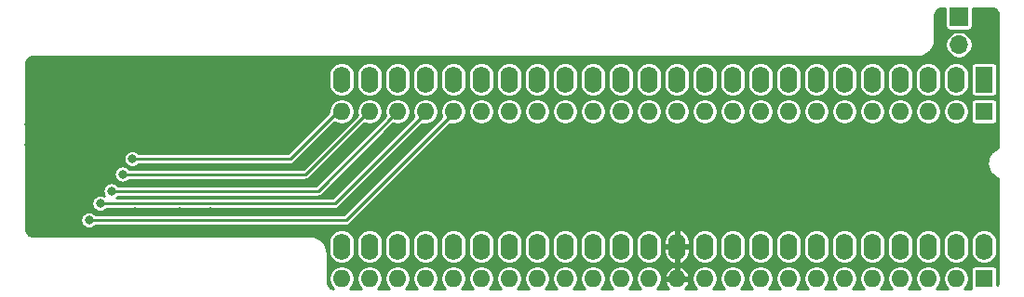
<source format=gbr>
G04 #@! TF.GenerationSoftware,KiCad,Pcbnew,(5.1.12)-1*
G04 #@! TF.CreationDate,2022-01-29T13:41:41+00:00*
G04 #@! TF.ProjectId,RGBtoHDMI CDTV v2 - Denise Breakout,52474274-6f48-4444-9d49-204344545620,v2*
G04 #@! TF.SameCoordinates,Original*
G04 #@! TF.FileFunction,Copper,L2,Bot*
G04 #@! TF.FilePolarity,Positive*
%FSLAX46Y46*%
G04 Gerber Fmt 4.6, Leading zero omitted, Abs format (unit mm)*
G04 Created by KiCad (PCBNEW (5.1.12)-1) date 2022-01-29 13:41:42*
%MOMM*%
%LPD*%
G01*
G04 APERTURE LIST*
G04 #@! TA.AperFunction,ComponentPad*
%ADD10O,1.600000X1.600000*%
G04 #@! TD*
G04 #@! TA.AperFunction,ComponentPad*
%ADD11R,1.600000X1.600000*%
G04 #@! TD*
G04 #@! TA.AperFunction,ComponentPad*
%ADD12O,1.600000X2.400000*%
G04 #@! TD*
G04 #@! TA.AperFunction,ComponentPad*
%ADD13R,1.600000X2.400000*%
G04 #@! TD*
G04 #@! TA.AperFunction,ComponentPad*
%ADD14O,1.700000X1.700000*%
G04 #@! TD*
G04 #@! TA.AperFunction,ComponentPad*
%ADD15R,1.700000X1.700000*%
G04 #@! TD*
G04 #@! TA.AperFunction,ViaPad*
%ADD16C,0.800000*%
G04 #@! TD*
G04 #@! TA.AperFunction,Conductor*
%ADD17C,0.250000*%
G04 #@! TD*
G04 #@! TA.AperFunction,Conductor*
%ADD18C,0.254000*%
G04 #@! TD*
G04 #@! TA.AperFunction,Conductor*
%ADD19C,0.100000*%
G04 #@! TD*
G04 APERTURE END LIST*
D10*
X103505000Y-88646000D03*
X106045000Y-88646000D03*
X108585000Y-88646000D03*
X111125000Y-88646000D03*
X113665000Y-88646000D03*
X116205000Y-88646000D03*
X118745000Y-88646000D03*
X121285000Y-88646000D03*
X123825000Y-88646000D03*
X126365000Y-88646000D03*
X128905000Y-88646000D03*
X131445000Y-88646000D03*
X133985000Y-88646000D03*
X136525000Y-88646000D03*
X139065000Y-88646000D03*
X141605000Y-88646000D03*
X144145000Y-88646000D03*
X146685000Y-88646000D03*
X149225000Y-88646000D03*
X151765000Y-88646000D03*
X154305000Y-88646000D03*
X156845000Y-88646000D03*
X159385000Y-88646000D03*
D11*
X161925000Y-88646000D03*
D10*
X103505000Y-73406000D03*
X106045000Y-73406000D03*
X108585000Y-73406000D03*
X111125000Y-73406000D03*
X113665000Y-73406000D03*
X116205000Y-73406000D03*
X118745000Y-73406000D03*
X121285000Y-73406000D03*
X123825000Y-73406000D03*
X126365000Y-73406000D03*
X128905000Y-73406000D03*
X131445000Y-73406000D03*
X133985000Y-73406000D03*
X136525000Y-73406000D03*
X139065000Y-73406000D03*
X141605000Y-73406000D03*
X144145000Y-73406000D03*
X146685000Y-73406000D03*
X149225000Y-73406000D03*
X151765000Y-73406000D03*
X154305000Y-73406000D03*
X156845000Y-73406000D03*
X159385000Y-73406000D03*
D11*
X161925000Y-73406000D03*
D12*
X161925000Y-85725000D03*
X103505000Y-70485000D03*
X159385000Y-85725000D03*
X106045000Y-70485000D03*
X156845000Y-85725000D03*
X108585000Y-70485000D03*
X154305000Y-85725000D03*
X111125000Y-70485000D03*
X151765000Y-85725000D03*
X113665000Y-70485000D03*
X149225000Y-85725000D03*
X116205000Y-70485000D03*
X146685000Y-85725000D03*
X118745000Y-70485000D03*
X144145000Y-85725000D03*
X121285000Y-70485000D03*
X141605000Y-85725000D03*
X123825000Y-70485000D03*
X139065000Y-85725000D03*
X126365000Y-70485000D03*
X136525000Y-85725000D03*
X128905000Y-70485000D03*
X133985000Y-85725000D03*
X131445000Y-70485000D03*
X131445000Y-85725000D03*
X133985000Y-70485000D03*
X128905000Y-85725000D03*
X136525000Y-70485000D03*
X126365000Y-85725000D03*
X139065000Y-70485000D03*
X123825000Y-85725000D03*
X141605000Y-70485000D03*
X121285000Y-85725000D03*
X144145000Y-70485000D03*
X118745000Y-85725000D03*
X146685000Y-70485000D03*
X116205000Y-85725000D03*
X149225000Y-70485000D03*
X113665000Y-85725000D03*
X151765000Y-70485000D03*
X111125000Y-85725000D03*
X154305000Y-70485000D03*
X108585000Y-85725000D03*
X156845000Y-70485000D03*
X106045000Y-85725000D03*
X159385000Y-70485000D03*
X103505000Y-85725000D03*
D13*
X161925000Y-70485000D03*
D14*
X159639000Y-67310000D03*
D15*
X159639000Y-64770000D03*
D16*
X97536000Y-76327000D03*
X98933000Y-76327000D03*
X98933000Y-74676000D03*
X97536000Y-74676000D03*
X75057000Y-76454000D03*
X76454000Y-76454000D03*
X76454000Y-74549000D03*
X75057000Y-74549000D03*
X95504000Y-74676000D03*
X95504000Y-71374000D03*
X96393000Y-73025000D03*
X92329000Y-70358000D03*
X80899000Y-69977000D03*
X100838000Y-70612000D03*
X161925000Y-64770000D03*
X161925000Y-67310000D03*
X161925000Y-75565000D03*
X161925000Y-80645000D03*
X113919000Y-76454000D03*
X75565000Y-83947000D03*
X75565000Y-69215000D03*
X123825000Y-82550000D03*
X139065000Y-82550000D03*
X157226000Y-68199000D03*
X120015000Y-83820000D03*
X117475000Y-83820000D03*
X114935000Y-83820000D03*
X112395000Y-83820000D03*
X109855000Y-83820000D03*
X88773000Y-82550000D03*
X84709000Y-82550000D03*
X91567000Y-82550000D03*
X109601000Y-76454000D03*
X107061000Y-76454000D03*
X104267000Y-76454000D03*
X101473000Y-76454000D03*
X84455000Y-77724000D03*
X83566000Y-79121000D03*
X82550004Y-80645000D03*
X81534000Y-81788000D03*
X80518006Y-83312000D03*
D17*
X103505000Y-73025000D02*
X98806000Y-77724000D01*
X98806000Y-77724000D02*
X84455000Y-77724000D01*
X106045000Y-73279000D02*
X100203000Y-79121000D01*
X100203000Y-79121000D02*
X83566000Y-79121000D01*
X108585000Y-73406000D02*
X101346000Y-80645000D01*
X101346000Y-80645000D02*
X82550004Y-80645000D01*
X111125000Y-73533000D02*
X102870000Y-81788000D01*
X102870000Y-81788000D02*
X81534000Y-81788000D01*
X103886000Y-83312000D02*
X80518006Y-83312000D01*
X113665000Y-73533000D02*
X103886000Y-83312000D01*
D18*
X158406157Y-63980274D02*
X158406157Y-65620000D01*
X158413513Y-65694689D01*
X158435299Y-65766508D01*
X158470678Y-65832696D01*
X158518289Y-65890711D01*
X158576304Y-65938322D01*
X158642492Y-65973701D01*
X158714311Y-65995487D01*
X158789000Y-66002843D01*
X160489000Y-66002843D01*
X160563689Y-65995487D01*
X160635508Y-65973701D01*
X160701696Y-65938322D01*
X160759711Y-65890711D01*
X160807322Y-65832696D01*
X160842701Y-65766508D01*
X160864487Y-65694689D01*
X160871843Y-65620000D01*
X160871843Y-63980705D01*
X162536437Y-63980996D01*
X162688135Y-63995870D01*
X162811388Y-64033082D01*
X162925068Y-64093526D01*
X163024841Y-64174899D01*
X163106911Y-64274105D01*
X163168147Y-64387357D01*
X163206220Y-64510352D01*
X163222000Y-64660492D01*
X163222001Y-76692154D01*
X163157316Y-76712673D01*
X163117245Y-76729847D01*
X163076937Y-76746461D01*
X163071035Y-76749653D01*
X163071032Y-76749654D01*
X163071029Y-76749656D01*
X162897268Y-76845183D01*
X162861307Y-76869807D01*
X162824989Y-76893936D01*
X162819814Y-76898217D01*
X162667916Y-77025674D01*
X162637415Y-77056820D01*
X162606480Y-77087540D01*
X162602235Y-77092745D01*
X162477986Y-77247279D01*
X162454114Y-77283759D01*
X162429736Y-77319902D01*
X162426583Y-77325832D01*
X162334717Y-77501555D01*
X162318401Y-77541939D01*
X162301492Y-77582164D01*
X162299551Y-77588594D01*
X162243566Y-77778815D01*
X162235398Y-77821632D01*
X162226631Y-77864344D01*
X162225976Y-77871028D01*
X162208005Y-78068500D01*
X162208309Y-78112094D01*
X162208005Y-78155688D01*
X162208660Y-78162372D01*
X162229387Y-78359573D01*
X162238148Y-78402254D01*
X162246322Y-78445100D01*
X162248263Y-78451529D01*
X162306898Y-78640951D01*
X162323786Y-78681127D01*
X162340123Y-78721562D01*
X162343276Y-78727492D01*
X162437587Y-78901915D01*
X162461968Y-78938061D01*
X162485837Y-78974536D01*
X162490081Y-78979741D01*
X162616475Y-79132525D01*
X162647410Y-79163245D01*
X162677911Y-79194391D01*
X162683085Y-79198672D01*
X162836747Y-79323996D01*
X162873047Y-79348113D01*
X162909030Y-79372751D01*
X162914937Y-79375945D01*
X163090015Y-79469036D01*
X163130323Y-79485650D01*
X163170394Y-79502824D01*
X163176810Y-79504810D01*
X163222000Y-79518453D01*
X163222001Y-88876470D01*
X163207130Y-89028135D01*
X163169918Y-89151388D01*
X163109474Y-89265067D01*
X163107843Y-89267067D01*
X163107843Y-87846000D01*
X163100487Y-87771311D01*
X163078701Y-87699492D01*
X163043322Y-87633304D01*
X162995711Y-87575289D01*
X162937696Y-87527678D01*
X162871508Y-87492299D01*
X162799689Y-87470513D01*
X162725000Y-87463157D01*
X161125000Y-87463157D01*
X161050311Y-87470513D01*
X160978492Y-87492299D01*
X160912304Y-87527678D01*
X160854289Y-87575289D01*
X160806678Y-87633304D01*
X160771299Y-87699492D01*
X160749513Y-87771311D01*
X160742157Y-87846000D01*
X160742157Y-89446000D01*
X160749513Y-89520689D01*
X160762045Y-89562000D01*
X160139185Y-89562000D01*
X160302342Y-89398843D01*
X160431588Y-89205413D01*
X160520614Y-88990485D01*
X160566000Y-88762318D01*
X160566000Y-88529682D01*
X160520614Y-88301515D01*
X160431588Y-88086587D01*
X160302342Y-87893157D01*
X160137843Y-87728658D01*
X159944413Y-87599412D01*
X159729485Y-87510386D01*
X159501318Y-87465000D01*
X159268682Y-87465000D01*
X159040515Y-87510386D01*
X158825587Y-87599412D01*
X158632157Y-87728658D01*
X158467658Y-87893157D01*
X158338412Y-88086587D01*
X158249386Y-88301515D01*
X158204000Y-88529682D01*
X158204000Y-88762318D01*
X158249386Y-88990485D01*
X158338412Y-89205413D01*
X158467658Y-89398843D01*
X158630815Y-89562000D01*
X157599185Y-89562000D01*
X157762342Y-89398843D01*
X157891588Y-89205413D01*
X157980614Y-88990485D01*
X158026000Y-88762318D01*
X158026000Y-88529682D01*
X157980614Y-88301515D01*
X157891588Y-88086587D01*
X157762342Y-87893157D01*
X157597843Y-87728658D01*
X157404413Y-87599412D01*
X157189485Y-87510386D01*
X156961318Y-87465000D01*
X156728682Y-87465000D01*
X156500515Y-87510386D01*
X156285587Y-87599412D01*
X156092157Y-87728658D01*
X155927658Y-87893157D01*
X155798412Y-88086587D01*
X155709386Y-88301515D01*
X155664000Y-88529682D01*
X155664000Y-88762318D01*
X155709386Y-88990485D01*
X155798412Y-89205413D01*
X155927658Y-89398843D01*
X156090815Y-89562000D01*
X155059185Y-89562000D01*
X155222342Y-89398843D01*
X155351588Y-89205413D01*
X155440614Y-88990485D01*
X155486000Y-88762318D01*
X155486000Y-88529682D01*
X155440614Y-88301515D01*
X155351588Y-88086587D01*
X155222342Y-87893157D01*
X155057843Y-87728658D01*
X154864413Y-87599412D01*
X154649485Y-87510386D01*
X154421318Y-87465000D01*
X154188682Y-87465000D01*
X153960515Y-87510386D01*
X153745587Y-87599412D01*
X153552157Y-87728658D01*
X153387658Y-87893157D01*
X153258412Y-88086587D01*
X153169386Y-88301515D01*
X153124000Y-88529682D01*
X153124000Y-88762318D01*
X153169386Y-88990485D01*
X153258412Y-89205413D01*
X153387658Y-89398843D01*
X153550815Y-89562000D01*
X152519185Y-89562000D01*
X152682342Y-89398843D01*
X152811588Y-89205413D01*
X152900614Y-88990485D01*
X152946000Y-88762318D01*
X152946000Y-88529682D01*
X152900614Y-88301515D01*
X152811588Y-88086587D01*
X152682342Y-87893157D01*
X152517843Y-87728658D01*
X152324413Y-87599412D01*
X152109485Y-87510386D01*
X151881318Y-87465000D01*
X151648682Y-87465000D01*
X151420515Y-87510386D01*
X151205587Y-87599412D01*
X151012157Y-87728658D01*
X150847658Y-87893157D01*
X150718412Y-88086587D01*
X150629386Y-88301515D01*
X150584000Y-88529682D01*
X150584000Y-88762318D01*
X150629386Y-88990485D01*
X150718412Y-89205413D01*
X150847658Y-89398843D01*
X151010815Y-89562000D01*
X149979185Y-89562000D01*
X150142342Y-89398843D01*
X150271588Y-89205413D01*
X150360614Y-88990485D01*
X150406000Y-88762318D01*
X150406000Y-88529682D01*
X150360614Y-88301515D01*
X150271588Y-88086587D01*
X150142342Y-87893157D01*
X149977843Y-87728658D01*
X149784413Y-87599412D01*
X149569485Y-87510386D01*
X149341318Y-87465000D01*
X149108682Y-87465000D01*
X148880515Y-87510386D01*
X148665587Y-87599412D01*
X148472157Y-87728658D01*
X148307658Y-87893157D01*
X148178412Y-88086587D01*
X148089386Y-88301515D01*
X148044000Y-88529682D01*
X148044000Y-88762318D01*
X148089386Y-88990485D01*
X148178412Y-89205413D01*
X148307658Y-89398843D01*
X148470815Y-89562000D01*
X147439185Y-89562000D01*
X147602342Y-89398843D01*
X147731588Y-89205413D01*
X147820614Y-88990485D01*
X147866000Y-88762318D01*
X147866000Y-88529682D01*
X147820614Y-88301515D01*
X147731588Y-88086587D01*
X147602342Y-87893157D01*
X147437843Y-87728658D01*
X147244413Y-87599412D01*
X147029485Y-87510386D01*
X146801318Y-87465000D01*
X146568682Y-87465000D01*
X146340515Y-87510386D01*
X146125587Y-87599412D01*
X145932157Y-87728658D01*
X145767658Y-87893157D01*
X145638412Y-88086587D01*
X145549386Y-88301515D01*
X145504000Y-88529682D01*
X145504000Y-88762318D01*
X145549386Y-88990485D01*
X145638412Y-89205413D01*
X145767658Y-89398843D01*
X145930815Y-89562000D01*
X144899185Y-89562000D01*
X145062342Y-89398843D01*
X145191588Y-89205413D01*
X145280614Y-88990485D01*
X145326000Y-88762318D01*
X145326000Y-88529682D01*
X145280614Y-88301515D01*
X145191588Y-88086587D01*
X145062342Y-87893157D01*
X144897843Y-87728658D01*
X144704413Y-87599412D01*
X144489485Y-87510386D01*
X144261318Y-87465000D01*
X144028682Y-87465000D01*
X143800515Y-87510386D01*
X143585587Y-87599412D01*
X143392157Y-87728658D01*
X143227658Y-87893157D01*
X143098412Y-88086587D01*
X143009386Y-88301515D01*
X142964000Y-88529682D01*
X142964000Y-88762318D01*
X143009386Y-88990485D01*
X143098412Y-89205413D01*
X143227658Y-89398843D01*
X143390815Y-89562000D01*
X142359185Y-89562000D01*
X142522342Y-89398843D01*
X142651588Y-89205413D01*
X142740614Y-88990485D01*
X142786000Y-88762318D01*
X142786000Y-88529682D01*
X142740614Y-88301515D01*
X142651588Y-88086587D01*
X142522342Y-87893157D01*
X142357843Y-87728658D01*
X142164413Y-87599412D01*
X141949485Y-87510386D01*
X141721318Y-87465000D01*
X141488682Y-87465000D01*
X141260515Y-87510386D01*
X141045587Y-87599412D01*
X140852157Y-87728658D01*
X140687658Y-87893157D01*
X140558412Y-88086587D01*
X140469386Y-88301515D01*
X140424000Y-88529682D01*
X140424000Y-88762318D01*
X140469386Y-88990485D01*
X140558412Y-89205413D01*
X140687658Y-89398843D01*
X140850815Y-89562000D01*
X139819185Y-89562000D01*
X139982342Y-89398843D01*
X140111588Y-89205413D01*
X140200614Y-88990485D01*
X140246000Y-88762318D01*
X140246000Y-88529682D01*
X140200614Y-88301515D01*
X140111588Y-88086587D01*
X139982342Y-87893157D01*
X139817843Y-87728658D01*
X139624413Y-87599412D01*
X139409485Y-87510386D01*
X139181318Y-87465000D01*
X138948682Y-87465000D01*
X138720515Y-87510386D01*
X138505587Y-87599412D01*
X138312157Y-87728658D01*
X138147658Y-87893157D01*
X138018412Y-88086587D01*
X137929386Y-88301515D01*
X137884000Y-88529682D01*
X137884000Y-88762318D01*
X137929386Y-88990485D01*
X138018412Y-89205413D01*
X138147658Y-89398843D01*
X138310815Y-89562000D01*
X137279185Y-89562000D01*
X137442342Y-89398843D01*
X137571588Y-89205413D01*
X137660614Y-88990485D01*
X137706000Y-88762318D01*
X137706000Y-88529682D01*
X137660614Y-88301515D01*
X137571588Y-88086587D01*
X137442342Y-87893157D01*
X137277843Y-87728658D01*
X137084413Y-87599412D01*
X136869485Y-87510386D01*
X136641318Y-87465000D01*
X136408682Y-87465000D01*
X136180515Y-87510386D01*
X135965587Y-87599412D01*
X135772157Y-87728658D01*
X135607658Y-87893157D01*
X135478412Y-88086587D01*
X135389386Y-88301515D01*
X135344000Y-88529682D01*
X135344000Y-88762318D01*
X135389386Y-88990485D01*
X135478412Y-89205413D01*
X135607658Y-89398843D01*
X135770815Y-89562000D01*
X134724878Y-89562000D01*
X134761003Y-89536278D01*
X134919777Y-89367781D01*
X135042628Y-89171546D01*
X135124835Y-88955115D01*
X135063908Y-88773000D01*
X134112000Y-88773000D01*
X134112000Y-88793000D01*
X133858000Y-88793000D01*
X133858000Y-88773000D01*
X132906092Y-88773000D01*
X132845165Y-88955115D01*
X132927372Y-89171546D01*
X133050223Y-89367781D01*
X133208997Y-89536278D01*
X133245122Y-89562000D01*
X132199185Y-89562000D01*
X132362342Y-89398843D01*
X132491588Y-89205413D01*
X132580614Y-88990485D01*
X132626000Y-88762318D01*
X132626000Y-88529682D01*
X132587650Y-88336885D01*
X132845165Y-88336885D01*
X132906092Y-88519000D01*
X133858000Y-88519000D01*
X133858000Y-87567703D01*
X134112000Y-87567703D01*
X134112000Y-88519000D01*
X135063908Y-88519000D01*
X135124835Y-88336885D01*
X135042628Y-88120454D01*
X134919777Y-87924219D01*
X134761003Y-87755722D01*
X134572408Y-87621438D01*
X134361239Y-87526527D01*
X134294114Y-87506171D01*
X134112000Y-87567703D01*
X133858000Y-87567703D01*
X133675886Y-87506171D01*
X133608761Y-87526527D01*
X133397592Y-87621438D01*
X133208997Y-87755722D01*
X133050223Y-87924219D01*
X132927372Y-88120454D01*
X132845165Y-88336885D01*
X132587650Y-88336885D01*
X132580614Y-88301515D01*
X132491588Y-88086587D01*
X132362342Y-87893157D01*
X132197843Y-87728658D01*
X132004413Y-87599412D01*
X131789485Y-87510386D01*
X131561318Y-87465000D01*
X131328682Y-87465000D01*
X131100515Y-87510386D01*
X130885587Y-87599412D01*
X130692157Y-87728658D01*
X130527658Y-87893157D01*
X130398412Y-88086587D01*
X130309386Y-88301515D01*
X130264000Y-88529682D01*
X130264000Y-88762318D01*
X130309386Y-88990485D01*
X130398412Y-89205413D01*
X130527658Y-89398843D01*
X130690815Y-89562000D01*
X129659185Y-89562000D01*
X129822342Y-89398843D01*
X129951588Y-89205413D01*
X130040614Y-88990485D01*
X130086000Y-88762318D01*
X130086000Y-88529682D01*
X130040614Y-88301515D01*
X129951588Y-88086587D01*
X129822342Y-87893157D01*
X129657843Y-87728658D01*
X129464413Y-87599412D01*
X129249485Y-87510386D01*
X129021318Y-87465000D01*
X128788682Y-87465000D01*
X128560515Y-87510386D01*
X128345587Y-87599412D01*
X128152157Y-87728658D01*
X127987658Y-87893157D01*
X127858412Y-88086587D01*
X127769386Y-88301515D01*
X127724000Y-88529682D01*
X127724000Y-88762318D01*
X127769386Y-88990485D01*
X127858412Y-89205413D01*
X127987658Y-89398843D01*
X128150815Y-89562000D01*
X127119185Y-89562000D01*
X127282342Y-89398843D01*
X127411588Y-89205413D01*
X127500614Y-88990485D01*
X127546000Y-88762318D01*
X127546000Y-88529682D01*
X127500614Y-88301515D01*
X127411588Y-88086587D01*
X127282342Y-87893157D01*
X127117843Y-87728658D01*
X126924413Y-87599412D01*
X126709485Y-87510386D01*
X126481318Y-87465000D01*
X126248682Y-87465000D01*
X126020515Y-87510386D01*
X125805587Y-87599412D01*
X125612157Y-87728658D01*
X125447658Y-87893157D01*
X125318412Y-88086587D01*
X125229386Y-88301515D01*
X125184000Y-88529682D01*
X125184000Y-88762318D01*
X125229386Y-88990485D01*
X125318412Y-89205413D01*
X125447658Y-89398843D01*
X125610815Y-89562000D01*
X124579185Y-89562000D01*
X124742342Y-89398843D01*
X124871588Y-89205413D01*
X124960614Y-88990485D01*
X125006000Y-88762318D01*
X125006000Y-88529682D01*
X124960614Y-88301515D01*
X124871588Y-88086587D01*
X124742342Y-87893157D01*
X124577843Y-87728658D01*
X124384413Y-87599412D01*
X124169485Y-87510386D01*
X123941318Y-87465000D01*
X123708682Y-87465000D01*
X123480515Y-87510386D01*
X123265587Y-87599412D01*
X123072157Y-87728658D01*
X122907658Y-87893157D01*
X122778412Y-88086587D01*
X122689386Y-88301515D01*
X122644000Y-88529682D01*
X122644000Y-88762318D01*
X122689386Y-88990485D01*
X122778412Y-89205413D01*
X122907658Y-89398843D01*
X123070815Y-89562000D01*
X122039185Y-89562000D01*
X122202342Y-89398843D01*
X122331588Y-89205413D01*
X122420614Y-88990485D01*
X122466000Y-88762318D01*
X122466000Y-88529682D01*
X122420614Y-88301515D01*
X122331588Y-88086587D01*
X122202342Y-87893157D01*
X122037843Y-87728658D01*
X121844413Y-87599412D01*
X121629485Y-87510386D01*
X121401318Y-87465000D01*
X121168682Y-87465000D01*
X120940515Y-87510386D01*
X120725587Y-87599412D01*
X120532157Y-87728658D01*
X120367658Y-87893157D01*
X120238412Y-88086587D01*
X120149386Y-88301515D01*
X120104000Y-88529682D01*
X120104000Y-88762318D01*
X120149386Y-88990485D01*
X120238412Y-89205413D01*
X120367658Y-89398843D01*
X120530815Y-89562000D01*
X119499185Y-89562000D01*
X119662342Y-89398843D01*
X119791588Y-89205413D01*
X119880614Y-88990485D01*
X119926000Y-88762318D01*
X119926000Y-88529682D01*
X119880614Y-88301515D01*
X119791588Y-88086587D01*
X119662342Y-87893157D01*
X119497843Y-87728658D01*
X119304413Y-87599412D01*
X119089485Y-87510386D01*
X118861318Y-87465000D01*
X118628682Y-87465000D01*
X118400515Y-87510386D01*
X118185587Y-87599412D01*
X117992157Y-87728658D01*
X117827658Y-87893157D01*
X117698412Y-88086587D01*
X117609386Y-88301515D01*
X117564000Y-88529682D01*
X117564000Y-88762318D01*
X117609386Y-88990485D01*
X117698412Y-89205413D01*
X117827658Y-89398843D01*
X117990815Y-89562000D01*
X116959185Y-89562000D01*
X117122342Y-89398843D01*
X117251588Y-89205413D01*
X117340614Y-88990485D01*
X117386000Y-88762318D01*
X117386000Y-88529682D01*
X117340614Y-88301515D01*
X117251588Y-88086587D01*
X117122342Y-87893157D01*
X116957843Y-87728658D01*
X116764413Y-87599412D01*
X116549485Y-87510386D01*
X116321318Y-87465000D01*
X116088682Y-87465000D01*
X115860515Y-87510386D01*
X115645587Y-87599412D01*
X115452157Y-87728658D01*
X115287658Y-87893157D01*
X115158412Y-88086587D01*
X115069386Y-88301515D01*
X115024000Y-88529682D01*
X115024000Y-88762318D01*
X115069386Y-88990485D01*
X115158412Y-89205413D01*
X115287658Y-89398843D01*
X115450815Y-89562000D01*
X114419185Y-89562000D01*
X114582342Y-89398843D01*
X114711588Y-89205413D01*
X114800614Y-88990485D01*
X114846000Y-88762318D01*
X114846000Y-88529682D01*
X114800614Y-88301515D01*
X114711588Y-88086587D01*
X114582342Y-87893157D01*
X114417843Y-87728658D01*
X114224413Y-87599412D01*
X114009485Y-87510386D01*
X113781318Y-87465000D01*
X113548682Y-87465000D01*
X113320515Y-87510386D01*
X113105587Y-87599412D01*
X112912157Y-87728658D01*
X112747658Y-87893157D01*
X112618412Y-88086587D01*
X112529386Y-88301515D01*
X112484000Y-88529682D01*
X112484000Y-88762318D01*
X112529386Y-88990485D01*
X112618412Y-89205413D01*
X112747658Y-89398843D01*
X112910815Y-89562000D01*
X111879185Y-89562000D01*
X112042342Y-89398843D01*
X112171588Y-89205413D01*
X112260614Y-88990485D01*
X112306000Y-88762318D01*
X112306000Y-88529682D01*
X112260614Y-88301515D01*
X112171588Y-88086587D01*
X112042342Y-87893157D01*
X111877843Y-87728658D01*
X111684413Y-87599412D01*
X111469485Y-87510386D01*
X111241318Y-87465000D01*
X111008682Y-87465000D01*
X110780515Y-87510386D01*
X110565587Y-87599412D01*
X110372157Y-87728658D01*
X110207658Y-87893157D01*
X110078412Y-88086587D01*
X109989386Y-88301515D01*
X109944000Y-88529682D01*
X109944000Y-88762318D01*
X109989386Y-88990485D01*
X110078412Y-89205413D01*
X110207658Y-89398843D01*
X110370815Y-89562000D01*
X109339185Y-89562000D01*
X109502342Y-89398843D01*
X109631588Y-89205413D01*
X109720614Y-88990485D01*
X109766000Y-88762318D01*
X109766000Y-88529682D01*
X109720614Y-88301515D01*
X109631588Y-88086587D01*
X109502342Y-87893157D01*
X109337843Y-87728658D01*
X109144413Y-87599412D01*
X108929485Y-87510386D01*
X108701318Y-87465000D01*
X108468682Y-87465000D01*
X108240515Y-87510386D01*
X108025587Y-87599412D01*
X107832157Y-87728658D01*
X107667658Y-87893157D01*
X107538412Y-88086587D01*
X107449386Y-88301515D01*
X107404000Y-88529682D01*
X107404000Y-88762318D01*
X107449386Y-88990485D01*
X107538412Y-89205413D01*
X107667658Y-89398843D01*
X107830815Y-89562000D01*
X106799185Y-89562000D01*
X106962342Y-89398843D01*
X107091588Y-89205413D01*
X107180614Y-88990485D01*
X107226000Y-88762318D01*
X107226000Y-88529682D01*
X107180614Y-88301515D01*
X107091588Y-88086587D01*
X106962342Y-87893157D01*
X106797843Y-87728658D01*
X106604413Y-87599412D01*
X106389485Y-87510386D01*
X106161318Y-87465000D01*
X105928682Y-87465000D01*
X105700515Y-87510386D01*
X105485587Y-87599412D01*
X105292157Y-87728658D01*
X105127658Y-87893157D01*
X104998412Y-88086587D01*
X104909386Y-88301515D01*
X104864000Y-88529682D01*
X104864000Y-88762318D01*
X104909386Y-88990485D01*
X104998412Y-89205413D01*
X105127658Y-89398843D01*
X105290815Y-89562000D01*
X104259185Y-89562000D01*
X104422342Y-89398843D01*
X104551588Y-89205413D01*
X104640614Y-88990485D01*
X104686000Y-88762318D01*
X104686000Y-88529682D01*
X104640614Y-88301515D01*
X104551588Y-88086587D01*
X104422342Y-87893157D01*
X104257843Y-87728658D01*
X104064413Y-87599412D01*
X103849485Y-87510386D01*
X103621318Y-87465000D01*
X103388682Y-87465000D01*
X103160515Y-87510386D01*
X102945587Y-87599412D01*
X102752157Y-87728658D01*
X102587658Y-87893157D01*
X102458412Y-88086587D01*
X102369386Y-88301515D01*
X102324000Y-88529682D01*
X102324000Y-88762318D01*
X102369386Y-88990485D01*
X102458412Y-89205413D01*
X102587658Y-89398843D01*
X102733385Y-89544570D01*
X102618612Y-89509918D01*
X102504933Y-89449474D01*
X102405155Y-89368097D01*
X102323090Y-89268897D01*
X102261852Y-89155640D01*
X102223780Y-89032648D01*
X102208000Y-88882508D01*
X102208000Y-86336374D01*
X102205943Y-86315486D01*
X102205992Y-86308427D01*
X102205337Y-86301743D01*
X102182020Y-86079891D01*
X102173254Y-86037186D01*
X102165085Y-85994361D01*
X102163144Y-85987932D01*
X102097179Y-85774834D01*
X102080292Y-85734662D01*
X102063954Y-85694224D01*
X102060801Y-85688294D01*
X101954701Y-85492067D01*
X101930321Y-85455923D01*
X101906452Y-85419447D01*
X101902207Y-85414243D01*
X101902206Y-85414241D01*
X101902202Y-85414237D01*
X101780385Y-85266984D01*
X102324000Y-85266984D01*
X102324000Y-86183015D01*
X102341088Y-86356515D01*
X102408619Y-86579135D01*
X102518283Y-86784302D01*
X102665866Y-86964134D01*
X102845697Y-87111717D01*
X103050864Y-87221381D01*
X103273484Y-87288912D01*
X103505000Y-87311714D01*
X103736515Y-87288912D01*
X103959135Y-87221381D01*
X104164302Y-87111717D01*
X104344134Y-86964134D01*
X104491717Y-86784303D01*
X104601381Y-86579136D01*
X104668912Y-86356516D01*
X104686000Y-86183016D01*
X104686000Y-85266985D01*
X104686000Y-85266984D01*
X104864000Y-85266984D01*
X104864000Y-86183015D01*
X104881088Y-86356515D01*
X104948619Y-86579135D01*
X105058283Y-86784302D01*
X105205866Y-86964134D01*
X105385697Y-87111717D01*
X105590864Y-87221381D01*
X105813484Y-87288912D01*
X106045000Y-87311714D01*
X106276515Y-87288912D01*
X106499135Y-87221381D01*
X106704302Y-87111717D01*
X106884134Y-86964134D01*
X107031717Y-86784303D01*
X107141381Y-86579136D01*
X107208912Y-86356516D01*
X107226000Y-86183016D01*
X107226000Y-85266985D01*
X107226000Y-85266984D01*
X107404000Y-85266984D01*
X107404000Y-86183015D01*
X107421088Y-86356515D01*
X107488619Y-86579135D01*
X107598283Y-86784302D01*
X107745866Y-86964134D01*
X107925697Y-87111717D01*
X108130864Y-87221381D01*
X108353484Y-87288912D01*
X108585000Y-87311714D01*
X108816515Y-87288912D01*
X109039135Y-87221381D01*
X109244302Y-87111717D01*
X109424134Y-86964134D01*
X109571717Y-86784303D01*
X109681381Y-86579136D01*
X109748912Y-86356516D01*
X109766000Y-86183016D01*
X109766000Y-85266985D01*
X109766000Y-85266984D01*
X109944000Y-85266984D01*
X109944000Y-86183015D01*
X109961088Y-86356515D01*
X110028619Y-86579135D01*
X110138283Y-86784302D01*
X110285866Y-86964134D01*
X110465697Y-87111717D01*
X110670864Y-87221381D01*
X110893484Y-87288912D01*
X111125000Y-87311714D01*
X111356515Y-87288912D01*
X111579135Y-87221381D01*
X111784302Y-87111717D01*
X111964134Y-86964134D01*
X112111717Y-86784303D01*
X112221381Y-86579136D01*
X112288912Y-86356516D01*
X112306000Y-86183016D01*
X112306000Y-85266985D01*
X112306000Y-85266984D01*
X112484000Y-85266984D01*
X112484000Y-86183015D01*
X112501088Y-86356515D01*
X112568619Y-86579135D01*
X112678283Y-86784302D01*
X112825866Y-86964134D01*
X113005697Y-87111717D01*
X113210864Y-87221381D01*
X113433484Y-87288912D01*
X113665000Y-87311714D01*
X113896515Y-87288912D01*
X114119135Y-87221381D01*
X114324302Y-87111717D01*
X114504134Y-86964134D01*
X114651717Y-86784303D01*
X114761381Y-86579136D01*
X114828912Y-86356516D01*
X114846000Y-86183016D01*
X114846000Y-85266985D01*
X114846000Y-85266984D01*
X115024000Y-85266984D01*
X115024000Y-86183015D01*
X115041088Y-86356515D01*
X115108619Y-86579135D01*
X115218283Y-86784302D01*
X115365866Y-86964134D01*
X115545697Y-87111717D01*
X115750864Y-87221381D01*
X115973484Y-87288912D01*
X116205000Y-87311714D01*
X116436515Y-87288912D01*
X116659135Y-87221381D01*
X116864302Y-87111717D01*
X117044134Y-86964134D01*
X117191717Y-86784303D01*
X117301381Y-86579136D01*
X117368912Y-86356516D01*
X117386000Y-86183016D01*
X117386000Y-85266985D01*
X117386000Y-85266984D01*
X117564000Y-85266984D01*
X117564000Y-86183015D01*
X117581088Y-86356515D01*
X117648619Y-86579135D01*
X117758283Y-86784302D01*
X117905866Y-86964134D01*
X118085697Y-87111717D01*
X118290864Y-87221381D01*
X118513484Y-87288912D01*
X118745000Y-87311714D01*
X118976515Y-87288912D01*
X119199135Y-87221381D01*
X119404302Y-87111717D01*
X119584134Y-86964134D01*
X119731717Y-86784303D01*
X119841381Y-86579136D01*
X119908912Y-86356516D01*
X119926000Y-86183016D01*
X119926000Y-85266985D01*
X119926000Y-85266984D01*
X120104000Y-85266984D01*
X120104000Y-86183015D01*
X120121088Y-86356515D01*
X120188619Y-86579135D01*
X120298283Y-86784302D01*
X120445866Y-86964134D01*
X120625697Y-87111717D01*
X120830864Y-87221381D01*
X121053484Y-87288912D01*
X121285000Y-87311714D01*
X121516515Y-87288912D01*
X121739135Y-87221381D01*
X121944302Y-87111717D01*
X122124134Y-86964134D01*
X122271717Y-86784303D01*
X122381381Y-86579136D01*
X122448912Y-86356516D01*
X122466000Y-86183016D01*
X122466000Y-85266985D01*
X122466000Y-85266984D01*
X122644000Y-85266984D01*
X122644000Y-86183015D01*
X122661088Y-86356515D01*
X122728619Y-86579135D01*
X122838283Y-86784302D01*
X122985866Y-86964134D01*
X123165697Y-87111717D01*
X123370864Y-87221381D01*
X123593484Y-87288912D01*
X123825000Y-87311714D01*
X124056515Y-87288912D01*
X124279135Y-87221381D01*
X124484302Y-87111717D01*
X124664134Y-86964134D01*
X124811717Y-86784303D01*
X124921381Y-86579136D01*
X124988912Y-86356516D01*
X125006000Y-86183016D01*
X125006000Y-85266985D01*
X125006000Y-85266984D01*
X125184000Y-85266984D01*
X125184000Y-86183015D01*
X125201088Y-86356515D01*
X125268619Y-86579135D01*
X125378283Y-86784302D01*
X125525866Y-86964134D01*
X125705697Y-87111717D01*
X125910864Y-87221381D01*
X126133484Y-87288912D01*
X126365000Y-87311714D01*
X126596515Y-87288912D01*
X126819135Y-87221381D01*
X127024302Y-87111717D01*
X127204134Y-86964134D01*
X127351717Y-86784303D01*
X127461381Y-86579136D01*
X127528912Y-86356516D01*
X127546000Y-86183016D01*
X127546000Y-85266985D01*
X127546000Y-85266984D01*
X127724000Y-85266984D01*
X127724000Y-86183015D01*
X127741088Y-86356515D01*
X127808619Y-86579135D01*
X127918283Y-86784302D01*
X128065866Y-86964134D01*
X128245697Y-87111717D01*
X128450864Y-87221381D01*
X128673484Y-87288912D01*
X128905000Y-87311714D01*
X129136515Y-87288912D01*
X129359135Y-87221381D01*
X129564302Y-87111717D01*
X129744134Y-86964134D01*
X129891717Y-86784303D01*
X130001381Y-86579136D01*
X130068912Y-86356516D01*
X130086000Y-86183016D01*
X130086000Y-85266985D01*
X130086000Y-85266984D01*
X130264000Y-85266984D01*
X130264000Y-86183015D01*
X130281088Y-86356515D01*
X130348619Y-86579135D01*
X130458283Y-86784302D01*
X130605866Y-86964134D01*
X130785697Y-87111717D01*
X130990864Y-87221381D01*
X131213484Y-87288912D01*
X131445000Y-87311714D01*
X131676515Y-87288912D01*
X131899135Y-87221381D01*
X132104302Y-87111717D01*
X132284134Y-86964134D01*
X132431717Y-86784303D01*
X132541381Y-86579136D01*
X132608912Y-86356516D01*
X132626000Y-86183016D01*
X132626000Y-85852000D01*
X132804000Y-85852000D01*
X132804000Y-86252000D01*
X132851469Y-86479961D01*
X132942499Y-86694281D01*
X133073592Y-86886724D01*
X133239709Y-87049895D01*
X133434468Y-87177522D01*
X133650383Y-87264702D01*
X133675886Y-87264829D01*
X133858000Y-87203297D01*
X133858000Y-85852000D01*
X134112000Y-85852000D01*
X134112000Y-87203297D01*
X134294114Y-87264829D01*
X134319617Y-87264702D01*
X134535532Y-87177522D01*
X134730291Y-87049895D01*
X134896408Y-86886724D01*
X135027501Y-86694281D01*
X135118531Y-86479961D01*
X135166000Y-86252000D01*
X135166000Y-85852000D01*
X134112000Y-85852000D01*
X133858000Y-85852000D01*
X132804000Y-85852000D01*
X132626000Y-85852000D01*
X132626000Y-85266985D01*
X132619206Y-85198000D01*
X132804000Y-85198000D01*
X132804000Y-85598000D01*
X133858000Y-85598000D01*
X133858000Y-84246703D01*
X134112000Y-84246703D01*
X134112000Y-85598000D01*
X135166000Y-85598000D01*
X135166000Y-85266984D01*
X135344000Y-85266984D01*
X135344000Y-86183015D01*
X135361088Y-86356515D01*
X135428619Y-86579135D01*
X135538283Y-86784302D01*
X135685866Y-86964134D01*
X135865697Y-87111717D01*
X136070864Y-87221381D01*
X136293484Y-87288912D01*
X136525000Y-87311714D01*
X136756515Y-87288912D01*
X136979135Y-87221381D01*
X137184302Y-87111717D01*
X137364134Y-86964134D01*
X137511717Y-86784303D01*
X137621381Y-86579136D01*
X137688912Y-86356516D01*
X137706000Y-86183016D01*
X137706000Y-85266985D01*
X137706000Y-85266984D01*
X137884000Y-85266984D01*
X137884000Y-86183015D01*
X137901088Y-86356515D01*
X137968619Y-86579135D01*
X138078283Y-86784302D01*
X138225866Y-86964134D01*
X138405697Y-87111717D01*
X138610864Y-87221381D01*
X138833484Y-87288912D01*
X139065000Y-87311714D01*
X139296515Y-87288912D01*
X139519135Y-87221381D01*
X139724302Y-87111717D01*
X139904134Y-86964134D01*
X140051717Y-86784303D01*
X140161381Y-86579136D01*
X140228912Y-86356516D01*
X140246000Y-86183016D01*
X140246000Y-85266985D01*
X140246000Y-85266984D01*
X140424000Y-85266984D01*
X140424000Y-86183015D01*
X140441088Y-86356515D01*
X140508619Y-86579135D01*
X140618283Y-86784302D01*
X140765866Y-86964134D01*
X140945697Y-87111717D01*
X141150864Y-87221381D01*
X141373484Y-87288912D01*
X141605000Y-87311714D01*
X141836515Y-87288912D01*
X142059135Y-87221381D01*
X142264302Y-87111717D01*
X142444134Y-86964134D01*
X142591717Y-86784303D01*
X142701381Y-86579136D01*
X142768912Y-86356516D01*
X142786000Y-86183016D01*
X142786000Y-85266985D01*
X142786000Y-85266984D01*
X142964000Y-85266984D01*
X142964000Y-86183015D01*
X142981088Y-86356515D01*
X143048619Y-86579135D01*
X143158283Y-86784302D01*
X143305866Y-86964134D01*
X143485697Y-87111717D01*
X143690864Y-87221381D01*
X143913484Y-87288912D01*
X144145000Y-87311714D01*
X144376515Y-87288912D01*
X144599135Y-87221381D01*
X144804302Y-87111717D01*
X144984134Y-86964134D01*
X145131717Y-86784303D01*
X145241381Y-86579136D01*
X145308912Y-86356516D01*
X145326000Y-86183016D01*
X145326000Y-85266985D01*
X145326000Y-85266984D01*
X145504000Y-85266984D01*
X145504000Y-86183015D01*
X145521088Y-86356515D01*
X145588619Y-86579135D01*
X145698283Y-86784302D01*
X145845866Y-86964134D01*
X146025697Y-87111717D01*
X146230864Y-87221381D01*
X146453484Y-87288912D01*
X146685000Y-87311714D01*
X146916515Y-87288912D01*
X147139135Y-87221381D01*
X147344302Y-87111717D01*
X147524134Y-86964134D01*
X147671717Y-86784303D01*
X147781381Y-86579136D01*
X147848912Y-86356516D01*
X147866000Y-86183016D01*
X147866000Y-85266985D01*
X147866000Y-85266984D01*
X148044000Y-85266984D01*
X148044000Y-86183015D01*
X148061088Y-86356515D01*
X148128619Y-86579135D01*
X148238283Y-86784302D01*
X148385866Y-86964134D01*
X148565697Y-87111717D01*
X148770864Y-87221381D01*
X148993484Y-87288912D01*
X149225000Y-87311714D01*
X149456515Y-87288912D01*
X149679135Y-87221381D01*
X149884302Y-87111717D01*
X150064134Y-86964134D01*
X150211717Y-86784303D01*
X150321381Y-86579136D01*
X150388912Y-86356516D01*
X150406000Y-86183016D01*
X150406000Y-85266985D01*
X150406000Y-85266984D01*
X150584000Y-85266984D01*
X150584000Y-86183015D01*
X150601088Y-86356515D01*
X150668619Y-86579135D01*
X150778283Y-86784302D01*
X150925866Y-86964134D01*
X151105697Y-87111717D01*
X151310864Y-87221381D01*
X151533484Y-87288912D01*
X151765000Y-87311714D01*
X151996515Y-87288912D01*
X152219135Y-87221381D01*
X152424302Y-87111717D01*
X152604134Y-86964134D01*
X152751717Y-86784303D01*
X152861381Y-86579136D01*
X152928912Y-86356516D01*
X152946000Y-86183016D01*
X152946000Y-85266985D01*
X152946000Y-85266984D01*
X153124000Y-85266984D01*
X153124000Y-86183015D01*
X153141088Y-86356515D01*
X153208619Y-86579135D01*
X153318283Y-86784302D01*
X153465866Y-86964134D01*
X153645697Y-87111717D01*
X153850864Y-87221381D01*
X154073484Y-87288912D01*
X154305000Y-87311714D01*
X154536515Y-87288912D01*
X154759135Y-87221381D01*
X154964302Y-87111717D01*
X155144134Y-86964134D01*
X155291717Y-86784303D01*
X155401381Y-86579136D01*
X155468912Y-86356516D01*
X155486000Y-86183016D01*
X155486000Y-85266985D01*
X155486000Y-85266984D01*
X155664000Y-85266984D01*
X155664000Y-86183015D01*
X155681088Y-86356515D01*
X155748619Y-86579135D01*
X155858283Y-86784302D01*
X156005866Y-86964134D01*
X156185697Y-87111717D01*
X156390864Y-87221381D01*
X156613484Y-87288912D01*
X156845000Y-87311714D01*
X157076515Y-87288912D01*
X157299135Y-87221381D01*
X157504302Y-87111717D01*
X157684134Y-86964134D01*
X157831717Y-86784303D01*
X157941381Y-86579136D01*
X158008912Y-86356516D01*
X158026000Y-86183016D01*
X158026000Y-85266985D01*
X158026000Y-85266984D01*
X158204000Y-85266984D01*
X158204000Y-86183015D01*
X158221088Y-86356515D01*
X158288619Y-86579135D01*
X158398283Y-86784302D01*
X158545866Y-86964134D01*
X158725697Y-87111717D01*
X158930864Y-87221381D01*
X159153484Y-87288912D01*
X159385000Y-87311714D01*
X159616515Y-87288912D01*
X159839135Y-87221381D01*
X160044302Y-87111717D01*
X160224134Y-86964134D01*
X160371717Y-86784303D01*
X160481381Y-86579136D01*
X160548912Y-86356516D01*
X160566000Y-86183016D01*
X160566000Y-85266985D01*
X160566000Y-85266984D01*
X160744000Y-85266984D01*
X160744000Y-86183015D01*
X160761088Y-86356515D01*
X160828619Y-86579135D01*
X160938283Y-86784302D01*
X161085866Y-86964134D01*
X161265697Y-87111717D01*
X161470864Y-87221381D01*
X161693484Y-87288912D01*
X161925000Y-87311714D01*
X162156515Y-87288912D01*
X162379135Y-87221381D01*
X162584302Y-87111717D01*
X162764134Y-86964134D01*
X162911717Y-86784303D01*
X163021381Y-86579136D01*
X163088912Y-86356516D01*
X163106000Y-86183016D01*
X163106000Y-85266985D01*
X163088912Y-85093485D01*
X163021381Y-84870864D01*
X162911717Y-84665697D01*
X162764134Y-84485866D01*
X162584303Y-84338283D01*
X162379136Y-84228619D01*
X162156516Y-84161088D01*
X161925000Y-84138286D01*
X161693485Y-84161088D01*
X161470865Y-84228619D01*
X161265698Y-84338283D01*
X161085867Y-84485866D01*
X160938284Y-84665697D01*
X160828619Y-84870864D01*
X160761088Y-85093484D01*
X160744000Y-85266984D01*
X160566000Y-85266984D01*
X160548912Y-85093485D01*
X160481381Y-84870864D01*
X160371717Y-84665697D01*
X160224134Y-84485866D01*
X160044303Y-84338283D01*
X159839136Y-84228619D01*
X159616516Y-84161088D01*
X159385000Y-84138286D01*
X159153485Y-84161088D01*
X158930865Y-84228619D01*
X158725698Y-84338283D01*
X158545867Y-84485866D01*
X158398284Y-84665697D01*
X158288619Y-84870864D01*
X158221088Y-85093484D01*
X158204000Y-85266984D01*
X158026000Y-85266984D01*
X158008912Y-85093485D01*
X157941381Y-84870864D01*
X157831717Y-84665697D01*
X157684134Y-84485866D01*
X157504303Y-84338283D01*
X157299136Y-84228619D01*
X157076516Y-84161088D01*
X156845000Y-84138286D01*
X156613485Y-84161088D01*
X156390865Y-84228619D01*
X156185698Y-84338283D01*
X156005867Y-84485866D01*
X155858284Y-84665697D01*
X155748619Y-84870864D01*
X155681088Y-85093484D01*
X155664000Y-85266984D01*
X155486000Y-85266984D01*
X155468912Y-85093485D01*
X155401381Y-84870864D01*
X155291717Y-84665697D01*
X155144134Y-84485866D01*
X154964303Y-84338283D01*
X154759136Y-84228619D01*
X154536516Y-84161088D01*
X154305000Y-84138286D01*
X154073485Y-84161088D01*
X153850865Y-84228619D01*
X153645698Y-84338283D01*
X153465867Y-84485866D01*
X153318284Y-84665697D01*
X153208619Y-84870864D01*
X153141088Y-85093484D01*
X153124000Y-85266984D01*
X152946000Y-85266984D01*
X152928912Y-85093485D01*
X152861381Y-84870864D01*
X152751717Y-84665697D01*
X152604134Y-84485866D01*
X152424303Y-84338283D01*
X152219136Y-84228619D01*
X151996516Y-84161088D01*
X151765000Y-84138286D01*
X151533485Y-84161088D01*
X151310865Y-84228619D01*
X151105698Y-84338283D01*
X150925867Y-84485866D01*
X150778284Y-84665697D01*
X150668619Y-84870864D01*
X150601088Y-85093484D01*
X150584000Y-85266984D01*
X150406000Y-85266984D01*
X150388912Y-85093485D01*
X150321381Y-84870864D01*
X150211717Y-84665697D01*
X150064134Y-84485866D01*
X149884303Y-84338283D01*
X149679136Y-84228619D01*
X149456516Y-84161088D01*
X149225000Y-84138286D01*
X148993485Y-84161088D01*
X148770865Y-84228619D01*
X148565698Y-84338283D01*
X148385867Y-84485866D01*
X148238284Y-84665697D01*
X148128619Y-84870864D01*
X148061088Y-85093484D01*
X148044000Y-85266984D01*
X147866000Y-85266984D01*
X147848912Y-85093485D01*
X147781381Y-84870864D01*
X147671717Y-84665697D01*
X147524134Y-84485866D01*
X147344303Y-84338283D01*
X147139136Y-84228619D01*
X146916516Y-84161088D01*
X146685000Y-84138286D01*
X146453485Y-84161088D01*
X146230865Y-84228619D01*
X146025698Y-84338283D01*
X145845867Y-84485866D01*
X145698284Y-84665697D01*
X145588619Y-84870864D01*
X145521088Y-85093484D01*
X145504000Y-85266984D01*
X145326000Y-85266984D01*
X145308912Y-85093485D01*
X145241381Y-84870864D01*
X145131717Y-84665697D01*
X144984134Y-84485866D01*
X144804303Y-84338283D01*
X144599136Y-84228619D01*
X144376516Y-84161088D01*
X144145000Y-84138286D01*
X143913485Y-84161088D01*
X143690865Y-84228619D01*
X143485698Y-84338283D01*
X143305867Y-84485866D01*
X143158284Y-84665697D01*
X143048619Y-84870864D01*
X142981088Y-85093484D01*
X142964000Y-85266984D01*
X142786000Y-85266984D01*
X142768912Y-85093485D01*
X142701381Y-84870864D01*
X142591717Y-84665697D01*
X142444134Y-84485866D01*
X142264303Y-84338283D01*
X142059136Y-84228619D01*
X141836516Y-84161088D01*
X141605000Y-84138286D01*
X141373485Y-84161088D01*
X141150865Y-84228619D01*
X140945698Y-84338283D01*
X140765867Y-84485866D01*
X140618284Y-84665697D01*
X140508619Y-84870864D01*
X140441088Y-85093484D01*
X140424000Y-85266984D01*
X140246000Y-85266984D01*
X140228912Y-85093485D01*
X140161381Y-84870864D01*
X140051717Y-84665697D01*
X139904134Y-84485866D01*
X139724303Y-84338283D01*
X139519136Y-84228619D01*
X139296516Y-84161088D01*
X139065000Y-84138286D01*
X138833485Y-84161088D01*
X138610865Y-84228619D01*
X138405698Y-84338283D01*
X138225867Y-84485866D01*
X138078284Y-84665697D01*
X137968619Y-84870864D01*
X137901088Y-85093484D01*
X137884000Y-85266984D01*
X137706000Y-85266984D01*
X137688912Y-85093485D01*
X137621381Y-84870864D01*
X137511717Y-84665697D01*
X137364134Y-84485866D01*
X137184303Y-84338283D01*
X136979136Y-84228619D01*
X136756516Y-84161088D01*
X136525000Y-84138286D01*
X136293485Y-84161088D01*
X136070865Y-84228619D01*
X135865698Y-84338283D01*
X135685867Y-84485866D01*
X135538284Y-84665697D01*
X135428619Y-84870864D01*
X135361088Y-85093484D01*
X135344000Y-85266984D01*
X135166000Y-85266984D01*
X135166000Y-85198000D01*
X135118531Y-84970039D01*
X135027501Y-84755719D01*
X134896408Y-84563276D01*
X134730291Y-84400105D01*
X134535532Y-84272478D01*
X134319617Y-84185298D01*
X134294114Y-84185171D01*
X134112000Y-84246703D01*
X133858000Y-84246703D01*
X133675886Y-84185171D01*
X133650383Y-84185298D01*
X133434468Y-84272478D01*
X133239709Y-84400105D01*
X133073592Y-84563276D01*
X132942499Y-84755719D01*
X132851469Y-84970039D01*
X132804000Y-85198000D01*
X132619206Y-85198000D01*
X132608912Y-85093485D01*
X132541381Y-84870864D01*
X132431717Y-84665697D01*
X132284134Y-84485866D01*
X132104303Y-84338283D01*
X131899136Y-84228619D01*
X131676516Y-84161088D01*
X131445000Y-84138286D01*
X131213485Y-84161088D01*
X130990865Y-84228619D01*
X130785698Y-84338283D01*
X130605867Y-84485866D01*
X130458284Y-84665697D01*
X130348619Y-84870864D01*
X130281088Y-85093484D01*
X130264000Y-85266984D01*
X130086000Y-85266984D01*
X130068912Y-85093485D01*
X130001381Y-84870864D01*
X129891717Y-84665697D01*
X129744134Y-84485866D01*
X129564303Y-84338283D01*
X129359136Y-84228619D01*
X129136516Y-84161088D01*
X128905000Y-84138286D01*
X128673485Y-84161088D01*
X128450865Y-84228619D01*
X128245698Y-84338283D01*
X128065867Y-84485866D01*
X127918284Y-84665697D01*
X127808619Y-84870864D01*
X127741088Y-85093484D01*
X127724000Y-85266984D01*
X127546000Y-85266984D01*
X127528912Y-85093485D01*
X127461381Y-84870864D01*
X127351717Y-84665697D01*
X127204134Y-84485866D01*
X127024303Y-84338283D01*
X126819136Y-84228619D01*
X126596516Y-84161088D01*
X126365000Y-84138286D01*
X126133485Y-84161088D01*
X125910865Y-84228619D01*
X125705698Y-84338283D01*
X125525867Y-84485866D01*
X125378284Y-84665697D01*
X125268619Y-84870864D01*
X125201088Y-85093484D01*
X125184000Y-85266984D01*
X125006000Y-85266984D01*
X124988912Y-85093485D01*
X124921381Y-84870864D01*
X124811717Y-84665697D01*
X124664134Y-84485866D01*
X124484303Y-84338283D01*
X124279136Y-84228619D01*
X124056516Y-84161088D01*
X123825000Y-84138286D01*
X123593485Y-84161088D01*
X123370865Y-84228619D01*
X123165698Y-84338283D01*
X122985867Y-84485866D01*
X122838284Y-84665697D01*
X122728619Y-84870864D01*
X122661088Y-85093484D01*
X122644000Y-85266984D01*
X122466000Y-85266984D01*
X122448912Y-85093485D01*
X122381381Y-84870864D01*
X122271717Y-84665697D01*
X122124134Y-84485866D01*
X121944303Y-84338283D01*
X121739136Y-84228619D01*
X121516516Y-84161088D01*
X121285000Y-84138286D01*
X121053485Y-84161088D01*
X120830865Y-84228619D01*
X120625698Y-84338283D01*
X120445867Y-84485866D01*
X120298284Y-84665697D01*
X120188619Y-84870864D01*
X120121088Y-85093484D01*
X120104000Y-85266984D01*
X119926000Y-85266984D01*
X119908912Y-85093485D01*
X119841381Y-84870864D01*
X119731717Y-84665697D01*
X119584134Y-84485866D01*
X119404303Y-84338283D01*
X119199136Y-84228619D01*
X118976516Y-84161088D01*
X118745000Y-84138286D01*
X118513485Y-84161088D01*
X118290865Y-84228619D01*
X118085698Y-84338283D01*
X117905867Y-84485866D01*
X117758284Y-84665697D01*
X117648619Y-84870864D01*
X117581088Y-85093484D01*
X117564000Y-85266984D01*
X117386000Y-85266984D01*
X117368912Y-85093485D01*
X117301381Y-84870864D01*
X117191717Y-84665697D01*
X117044134Y-84485866D01*
X116864303Y-84338283D01*
X116659136Y-84228619D01*
X116436516Y-84161088D01*
X116205000Y-84138286D01*
X115973485Y-84161088D01*
X115750865Y-84228619D01*
X115545698Y-84338283D01*
X115365867Y-84485866D01*
X115218284Y-84665697D01*
X115108619Y-84870864D01*
X115041088Y-85093484D01*
X115024000Y-85266984D01*
X114846000Y-85266984D01*
X114828912Y-85093485D01*
X114761381Y-84870864D01*
X114651717Y-84665697D01*
X114504134Y-84485866D01*
X114324303Y-84338283D01*
X114119136Y-84228619D01*
X113896516Y-84161088D01*
X113665000Y-84138286D01*
X113433485Y-84161088D01*
X113210865Y-84228619D01*
X113005698Y-84338283D01*
X112825867Y-84485866D01*
X112678284Y-84665697D01*
X112568619Y-84870864D01*
X112501088Y-85093484D01*
X112484000Y-85266984D01*
X112306000Y-85266984D01*
X112288912Y-85093485D01*
X112221381Y-84870864D01*
X112111717Y-84665697D01*
X111964134Y-84485866D01*
X111784303Y-84338283D01*
X111579136Y-84228619D01*
X111356516Y-84161088D01*
X111125000Y-84138286D01*
X110893485Y-84161088D01*
X110670865Y-84228619D01*
X110465698Y-84338283D01*
X110285867Y-84485866D01*
X110138284Y-84665697D01*
X110028619Y-84870864D01*
X109961088Y-85093484D01*
X109944000Y-85266984D01*
X109766000Y-85266984D01*
X109748912Y-85093485D01*
X109681381Y-84870864D01*
X109571717Y-84665697D01*
X109424134Y-84485866D01*
X109244303Y-84338283D01*
X109039136Y-84228619D01*
X108816516Y-84161088D01*
X108585000Y-84138286D01*
X108353485Y-84161088D01*
X108130865Y-84228619D01*
X107925698Y-84338283D01*
X107745867Y-84485866D01*
X107598284Y-84665697D01*
X107488619Y-84870864D01*
X107421088Y-85093484D01*
X107404000Y-85266984D01*
X107226000Y-85266984D01*
X107208912Y-85093485D01*
X107141381Y-84870864D01*
X107031717Y-84665697D01*
X106884134Y-84485866D01*
X106704303Y-84338283D01*
X106499136Y-84228619D01*
X106276516Y-84161088D01*
X106045000Y-84138286D01*
X105813485Y-84161088D01*
X105590865Y-84228619D01*
X105385698Y-84338283D01*
X105205867Y-84485866D01*
X105058284Y-84665697D01*
X104948619Y-84870864D01*
X104881088Y-85093484D01*
X104864000Y-85266984D01*
X104686000Y-85266984D01*
X104668912Y-85093485D01*
X104601381Y-84870864D01*
X104491717Y-84665697D01*
X104344134Y-84485866D01*
X104164303Y-84338283D01*
X103959136Y-84228619D01*
X103736516Y-84161088D01*
X103505000Y-84138286D01*
X103273485Y-84161088D01*
X103050865Y-84228619D01*
X102845698Y-84338283D01*
X102665867Y-84485866D01*
X102518284Y-84665697D01*
X102408619Y-84870864D01*
X102341088Y-85093484D01*
X102324000Y-85266984D01*
X101780385Y-85266984D01*
X101760014Y-85242360D01*
X101729079Y-85211640D01*
X101698578Y-85180494D01*
X101693404Y-85176213D01*
X101520534Y-85035223D01*
X101484216Y-85011094D01*
X101448249Y-84986467D01*
X101442342Y-84983273D01*
X101245378Y-84878546D01*
X101205079Y-84861936D01*
X101165004Y-84844760D01*
X101158588Y-84842774D01*
X101158590Y-84842774D01*
X101158582Y-84842772D01*
X100945035Y-84778298D01*
X100902297Y-84769835D01*
X100859627Y-84760766D01*
X100852949Y-84760064D01*
X100852947Y-84760064D01*
X100631084Y-84738310D01*
X100607626Y-84736000D01*
X75461520Y-84736000D01*
X75309865Y-84721130D01*
X75186612Y-84683918D01*
X75072933Y-84623474D01*
X74973155Y-84542097D01*
X74891090Y-84442897D01*
X74829852Y-84329640D01*
X74791780Y-84206648D01*
X74776000Y-84056508D01*
X74776000Y-83235078D01*
X79737006Y-83235078D01*
X79737006Y-83388922D01*
X79767019Y-83539809D01*
X79825893Y-83681942D01*
X79911364Y-83809859D01*
X80020147Y-83918642D01*
X80148064Y-84004113D01*
X80290197Y-84062987D01*
X80441084Y-84093000D01*
X80594928Y-84093000D01*
X80745815Y-84062987D01*
X80887948Y-84004113D01*
X81015865Y-83918642D01*
X81116507Y-83818000D01*
X103861154Y-83818000D01*
X103886000Y-83820447D01*
X103910846Y-83818000D01*
X103910854Y-83818000D01*
X103985193Y-83810678D01*
X104080575Y-83781745D01*
X104168479Y-83734759D01*
X104245527Y-83671527D01*
X104261376Y-83652215D01*
X113363440Y-74550152D01*
X113548682Y-74587000D01*
X113781318Y-74587000D01*
X114009485Y-74541614D01*
X114224413Y-74452588D01*
X114417843Y-74323342D01*
X114582342Y-74158843D01*
X114711588Y-73965413D01*
X114800614Y-73750485D01*
X114846000Y-73522318D01*
X114846000Y-73289682D01*
X115024000Y-73289682D01*
X115024000Y-73522318D01*
X115069386Y-73750485D01*
X115158412Y-73965413D01*
X115287658Y-74158843D01*
X115452157Y-74323342D01*
X115645587Y-74452588D01*
X115860515Y-74541614D01*
X116088682Y-74587000D01*
X116321318Y-74587000D01*
X116549485Y-74541614D01*
X116764413Y-74452588D01*
X116957843Y-74323342D01*
X117122342Y-74158843D01*
X117251588Y-73965413D01*
X117340614Y-73750485D01*
X117386000Y-73522318D01*
X117386000Y-73289682D01*
X117564000Y-73289682D01*
X117564000Y-73522318D01*
X117609386Y-73750485D01*
X117698412Y-73965413D01*
X117827658Y-74158843D01*
X117992157Y-74323342D01*
X118185587Y-74452588D01*
X118400515Y-74541614D01*
X118628682Y-74587000D01*
X118861318Y-74587000D01*
X119089485Y-74541614D01*
X119304413Y-74452588D01*
X119497843Y-74323342D01*
X119662342Y-74158843D01*
X119791588Y-73965413D01*
X119880614Y-73750485D01*
X119926000Y-73522318D01*
X119926000Y-73289682D01*
X120104000Y-73289682D01*
X120104000Y-73522318D01*
X120149386Y-73750485D01*
X120238412Y-73965413D01*
X120367658Y-74158843D01*
X120532157Y-74323342D01*
X120725587Y-74452588D01*
X120940515Y-74541614D01*
X121168682Y-74587000D01*
X121401318Y-74587000D01*
X121629485Y-74541614D01*
X121844413Y-74452588D01*
X122037843Y-74323342D01*
X122202342Y-74158843D01*
X122331588Y-73965413D01*
X122420614Y-73750485D01*
X122466000Y-73522318D01*
X122466000Y-73289682D01*
X122644000Y-73289682D01*
X122644000Y-73522318D01*
X122689386Y-73750485D01*
X122778412Y-73965413D01*
X122907658Y-74158843D01*
X123072157Y-74323342D01*
X123265587Y-74452588D01*
X123480515Y-74541614D01*
X123708682Y-74587000D01*
X123941318Y-74587000D01*
X124169485Y-74541614D01*
X124384413Y-74452588D01*
X124577843Y-74323342D01*
X124742342Y-74158843D01*
X124871588Y-73965413D01*
X124960614Y-73750485D01*
X125006000Y-73522318D01*
X125006000Y-73289682D01*
X125184000Y-73289682D01*
X125184000Y-73522318D01*
X125229386Y-73750485D01*
X125318412Y-73965413D01*
X125447658Y-74158843D01*
X125612157Y-74323342D01*
X125805587Y-74452588D01*
X126020515Y-74541614D01*
X126248682Y-74587000D01*
X126481318Y-74587000D01*
X126709485Y-74541614D01*
X126924413Y-74452588D01*
X127117843Y-74323342D01*
X127282342Y-74158843D01*
X127411588Y-73965413D01*
X127500614Y-73750485D01*
X127546000Y-73522318D01*
X127546000Y-73289682D01*
X127724000Y-73289682D01*
X127724000Y-73522318D01*
X127769386Y-73750485D01*
X127858412Y-73965413D01*
X127987658Y-74158843D01*
X128152157Y-74323342D01*
X128345587Y-74452588D01*
X128560515Y-74541614D01*
X128788682Y-74587000D01*
X129021318Y-74587000D01*
X129249485Y-74541614D01*
X129464413Y-74452588D01*
X129657843Y-74323342D01*
X129822342Y-74158843D01*
X129951588Y-73965413D01*
X130040614Y-73750485D01*
X130086000Y-73522318D01*
X130086000Y-73289682D01*
X130264000Y-73289682D01*
X130264000Y-73522318D01*
X130309386Y-73750485D01*
X130398412Y-73965413D01*
X130527658Y-74158843D01*
X130692157Y-74323342D01*
X130885587Y-74452588D01*
X131100515Y-74541614D01*
X131328682Y-74587000D01*
X131561318Y-74587000D01*
X131789485Y-74541614D01*
X132004413Y-74452588D01*
X132197843Y-74323342D01*
X132362342Y-74158843D01*
X132491588Y-73965413D01*
X132580614Y-73750485D01*
X132626000Y-73522318D01*
X132626000Y-73289682D01*
X132804000Y-73289682D01*
X132804000Y-73522318D01*
X132849386Y-73750485D01*
X132938412Y-73965413D01*
X133067658Y-74158843D01*
X133232157Y-74323342D01*
X133425587Y-74452588D01*
X133640515Y-74541614D01*
X133868682Y-74587000D01*
X134101318Y-74587000D01*
X134329485Y-74541614D01*
X134544413Y-74452588D01*
X134737843Y-74323342D01*
X134902342Y-74158843D01*
X135031588Y-73965413D01*
X135120614Y-73750485D01*
X135166000Y-73522318D01*
X135166000Y-73289682D01*
X135344000Y-73289682D01*
X135344000Y-73522318D01*
X135389386Y-73750485D01*
X135478412Y-73965413D01*
X135607658Y-74158843D01*
X135772157Y-74323342D01*
X135965587Y-74452588D01*
X136180515Y-74541614D01*
X136408682Y-74587000D01*
X136641318Y-74587000D01*
X136869485Y-74541614D01*
X137084413Y-74452588D01*
X137277843Y-74323342D01*
X137442342Y-74158843D01*
X137571588Y-73965413D01*
X137660614Y-73750485D01*
X137706000Y-73522318D01*
X137706000Y-73289682D01*
X137884000Y-73289682D01*
X137884000Y-73522318D01*
X137929386Y-73750485D01*
X138018412Y-73965413D01*
X138147658Y-74158843D01*
X138312157Y-74323342D01*
X138505587Y-74452588D01*
X138720515Y-74541614D01*
X138948682Y-74587000D01*
X139181318Y-74587000D01*
X139409485Y-74541614D01*
X139624413Y-74452588D01*
X139817843Y-74323342D01*
X139982342Y-74158843D01*
X140111588Y-73965413D01*
X140200614Y-73750485D01*
X140246000Y-73522318D01*
X140246000Y-73289682D01*
X140424000Y-73289682D01*
X140424000Y-73522318D01*
X140469386Y-73750485D01*
X140558412Y-73965413D01*
X140687658Y-74158843D01*
X140852157Y-74323342D01*
X141045587Y-74452588D01*
X141260515Y-74541614D01*
X141488682Y-74587000D01*
X141721318Y-74587000D01*
X141949485Y-74541614D01*
X142164413Y-74452588D01*
X142357843Y-74323342D01*
X142522342Y-74158843D01*
X142651588Y-73965413D01*
X142740614Y-73750485D01*
X142786000Y-73522318D01*
X142786000Y-73289682D01*
X142964000Y-73289682D01*
X142964000Y-73522318D01*
X143009386Y-73750485D01*
X143098412Y-73965413D01*
X143227658Y-74158843D01*
X143392157Y-74323342D01*
X143585587Y-74452588D01*
X143800515Y-74541614D01*
X144028682Y-74587000D01*
X144261318Y-74587000D01*
X144489485Y-74541614D01*
X144704413Y-74452588D01*
X144897843Y-74323342D01*
X145062342Y-74158843D01*
X145191588Y-73965413D01*
X145280614Y-73750485D01*
X145326000Y-73522318D01*
X145326000Y-73289682D01*
X145504000Y-73289682D01*
X145504000Y-73522318D01*
X145549386Y-73750485D01*
X145638412Y-73965413D01*
X145767658Y-74158843D01*
X145932157Y-74323342D01*
X146125587Y-74452588D01*
X146340515Y-74541614D01*
X146568682Y-74587000D01*
X146801318Y-74587000D01*
X147029485Y-74541614D01*
X147244413Y-74452588D01*
X147437843Y-74323342D01*
X147602342Y-74158843D01*
X147731588Y-73965413D01*
X147820614Y-73750485D01*
X147866000Y-73522318D01*
X147866000Y-73289682D01*
X148044000Y-73289682D01*
X148044000Y-73522318D01*
X148089386Y-73750485D01*
X148178412Y-73965413D01*
X148307658Y-74158843D01*
X148472157Y-74323342D01*
X148665587Y-74452588D01*
X148880515Y-74541614D01*
X149108682Y-74587000D01*
X149341318Y-74587000D01*
X149569485Y-74541614D01*
X149784413Y-74452588D01*
X149977843Y-74323342D01*
X150142342Y-74158843D01*
X150271588Y-73965413D01*
X150360614Y-73750485D01*
X150406000Y-73522318D01*
X150406000Y-73289682D01*
X150584000Y-73289682D01*
X150584000Y-73522318D01*
X150629386Y-73750485D01*
X150718412Y-73965413D01*
X150847658Y-74158843D01*
X151012157Y-74323342D01*
X151205587Y-74452588D01*
X151420515Y-74541614D01*
X151648682Y-74587000D01*
X151881318Y-74587000D01*
X152109485Y-74541614D01*
X152324413Y-74452588D01*
X152517843Y-74323342D01*
X152682342Y-74158843D01*
X152811588Y-73965413D01*
X152900614Y-73750485D01*
X152946000Y-73522318D01*
X152946000Y-73289682D01*
X153124000Y-73289682D01*
X153124000Y-73522318D01*
X153169386Y-73750485D01*
X153258412Y-73965413D01*
X153387658Y-74158843D01*
X153552157Y-74323342D01*
X153745587Y-74452588D01*
X153960515Y-74541614D01*
X154188682Y-74587000D01*
X154421318Y-74587000D01*
X154649485Y-74541614D01*
X154864413Y-74452588D01*
X155057843Y-74323342D01*
X155222342Y-74158843D01*
X155351588Y-73965413D01*
X155440614Y-73750485D01*
X155486000Y-73522318D01*
X155486000Y-73289682D01*
X155664000Y-73289682D01*
X155664000Y-73522318D01*
X155709386Y-73750485D01*
X155798412Y-73965413D01*
X155927658Y-74158843D01*
X156092157Y-74323342D01*
X156285587Y-74452588D01*
X156500515Y-74541614D01*
X156728682Y-74587000D01*
X156961318Y-74587000D01*
X157189485Y-74541614D01*
X157404413Y-74452588D01*
X157597843Y-74323342D01*
X157762342Y-74158843D01*
X157891588Y-73965413D01*
X157980614Y-73750485D01*
X158026000Y-73522318D01*
X158026000Y-73289682D01*
X158204000Y-73289682D01*
X158204000Y-73522318D01*
X158249386Y-73750485D01*
X158338412Y-73965413D01*
X158467658Y-74158843D01*
X158632157Y-74323342D01*
X158825587Y-74452588D01*
X159040515Y-74541614D01*
X159268682Y-74587000D01*
X159501318Y-74587000D01*
X159729485Y-74541614D01*
X159944413Y-74452588D01*
X160137843Y-74323342D01*
X160302342Y-74158843D01*
X160431588Y-73965413D01*
X160520614Y-73750485D01*
X160566000Y-73522318D01*
X160566000Y-73289682D01*
X160520614Y-73061515D01*
X160431588Y-72846587D01*
X160302342Y-72653157D01*
X160255185Y-72606000D01*
X160742157Y-72606000D01*
X160742157Y-74206000D01*
X160749513Y-74280689D01*
X160771299Y-74352508D01*
X160806678Y-74418696D01*
X160854289Y-74476711D01*
X160912304Y-74524322D01*
X160978492Y-74559701D01*
X161050311Y-74581487D01*
X161125000Y-74588843D01*
X162725000Y-74588843D01*
X162799689Y-74581487D01*
X162871508Y-74559701D01*
X162937696Y-74524322D01*
X162995711Y-74476711D01*
X163043322Y-74418696D01*
X163078701Y-74352508D01*
X163100487Y-74280689D01*
X163107843Y-74206000D01*
X163107843Y-72606000D01*
X163100487Y-72531311D01*
X163078701Y-72459492D01*
X163043322Y-72393304D01*
X162995711Y-72335289D01*
X162937696Y-72287678D01*
X162871508Y-72252299D01*
X162799689Y-72230513D01*
X162725000Y-72223157D01*
X161125000Y-72223157D01*
X161050311Y-72230513D01*
X160978492Y-72252299D01*
X160912304Y-72287678D01*
X160854289Y-72335289D01*
X160806678Y-72393304D01*
X160771299Y-72459492D01*
X160749513Y-72531311D01*
X160742157Y-72606000D01*
X160255185Y-72606000D01*
X160137843Y-72488658D01*
X159944413Y-72359412D01*
X159729485Y-72270386D01*
X159501318Y-72225000D01*
X159268682Y-72225000D01*
X159040515Y-72270386D01*
X158825587Y-72359412D01*
X158632157Y-72488658D01*
X158467658Y-72653157D01*
X158338412Y-72846587D01*
X158249386Y-73061515D01*
X158204000Y-73289682D01*
X158026000Y-73289682D01*
X157980614Y-73061515D01*
X157891588Y-72846587D01*
X157762342Y-72653157D01*
X157597843Y-72488658D01*
X157404413Y-72359412D01*
X157189485Y-72270386D01*
X156961318Y-72225000D01*
X156728682Y-72225000D01*
X156500515Y-72270386D01*
X156285587Y-72359412D01*
X156092157Y-72488658D01*
X155927658Y-72653157D01*
X155798412Y-72846587D01*
X155709386Y-73061515D01*
X155664000Y-73289682D01*
X155486000Y-73289682D01*
X155440614Y-73061515D01*
X155351588Y-72846587D01*
X155222342Y-72653157D01*
X155057843Y-72488658D01*
X154864413Y-72359412D01*
X154649485Y-72270386D01*
X154421318Y-72225000D01*
X154188682Y-72225000D01*
X153960515Y-72270386D01*
X153745587Y-72359412D01*
X153552157Y-72488658D01*
X153387658Y-72653157D01*
X153258412Y-72846587D01*
X153169386Y-73061515D01*
X153124000Y-73289682D01*
X152946000Y-73289682D01*
X152900614Y-73061515D01*
X152811588Y-72846587D01*
X152682342Y-72653157D01*
X152517843Y-72488658D01*
X152324413Y-72359412D01*
X152109485Y-72270386D01*
X151881318Y-72225000D01*
X151648682Y-72225000D01*
X151420515Y-72270386D01*
X151205587Y-72359412D01*
X151012157Y-72488658D01*
X150847658Y-72653157D01*
X150718412Y-72846587D01*
X150629386Y-73061515D01*
X150584000Y-73289682D01*
X150406000Y-73289682D01*
X150360614Y-73061515D01*
X150271588Y-72846587D01*
X150142342Y-72653157D01*
X149977843Y-72488658D01*
X149784413Y-72359412D01*
X149569485Y-72270386D01*
X149341318Y-72225000D01*
X149108682Y-72225000D01*
X148880515Y-72270386D01*
X148665587Y-72359412D01*
X148472157Y-72488658D01*
X148307658Y-72653157D01*
X148178412Y-72846587D01*
X148089386Y-73061515D01*
X148044000Y-73289682D01*
X147866000Y-73289682D01*
X147820614Y-73061515D01*
X147731588Y-72846587D01*
X147602342Y-72653157D01*
X147437843Y-72488658D01*
X147244413Y-72359412D01*
X147029485Y-72270386D01*
X146801318Y-72225000D01*
X146568682Y-72225000D01*
X146340515Y-72270386D01*
X146125587Y-72359412D01*
X145932157Y-72488658D01*
X145767658Y-72653157D01*
X145638412Y-72846587D01*
X145549386Y-73061515D01*
X145504000Y-73289682D01*
X145326000Y-73289682D01*
X145280614Y-73061515D01*
X145191588Y-72846587D01*
X145062342Y-72653157D01*
X144897843Y-72488658D01*
X144704413Y-72359412D01*
X144489485Y-72270386D01*
X144261318Y-72225000D01*
X144028682Y-72225000D01*
X143800515Y-72270386D01*
X143585587Y-72359412D01*
X143392157Y-72488658D01*
X143227658Y-72653157D01*
X143098412Y-72846587D01*
X143009386Y-73061515D01*
X142964000Y-73289682D01*
X142786000Y-73289682D01*
X142740614Y-73061515D01*
X142651588Y-72846587D01*
X142522342Y-72653157D01*
X142357843Y-72488658D01*
X142164413Y-72359412D01*
X141949485Y-72270386D01*
X141721318Y-72225000D01*
X141488682Y-72225000D01*
X141260515Y-72270386D01*
X141045587Y-72359412D01*
X140852157Y-72488658D01*
X140687658Y-72653157D01*
X140558412Y-72846587D01*
X140469386Y-73061515D01*
X140424000Y-73289682D01*
X140246000Y-73289682D01*
X140200614Y-73061515D01*
X140111588Y-72846587D01*
X139982342Y-72653157D01*
X139817843Y-72488658D01*
X139624413Y-72359412D01*
X139409485Y-72270386D01*
X139181318Y-72225000D01*
X138948682Y-72225000D01*
X138720515Y-72270386D01*
X138505587Y-72359412D01*
X138312157Y-72488658D01*
X138147658Y-72653157D01*
X138018412Y-72846587D01*
X137929386Y-73061515D01*
X137884000Y-73289682D01*
X137706000Y-73289682D01*
X137660614Y-73061515D01*
X137571588Y-72846587D01*
X137442342Y-72653157D01*
X137277843Y-72488658D01*
X137084413Y-72359412D01*
X136869485Y-72270386D01*
X136641318Y-72225000D01*
X136408682Y-72225000D01*
X136180515Y-72270386D01*
X135965587Y-72359412D01*
X135772157Y-72488658D01*
X135607658Y-72653157D01*
X135478412Y-72846587D01*
X135389386Y-73061515D01*
X135344000Y-73289682D01*
X135166000Y-73289682D01*
X135120614Y-73061515D01*
X135031588Y-72846587D01*
X134902342Y-72653157D01*
X134737843Y-72488658D01*
X134544413Y-72359412D01*
X134329485Y-72270386D01*
X134101318Y-72225000D01*
X133868682Y-72225000D01*
X133640515Y-72270386D01*
X133425587Y-72359412D01*
X133232157Y-72488658D01*
X133067658Y-72653157D01*
X132938412Y-72846587D01*
X132849386Y-73061515D01*
X132804000Y-73289682D01*
X132626000Y-73289682D01*
X132580614Y-73061515D01*
X132491588Y-72846587D01*
X132362342Y-72653157D01*
X132197843Y-72488658D01*
X132004413Y-72359412D01*
X131789485Y-72270386D01*
X131561318Y-72225000D01*
X131328682Y-72225000D01*
X131100515Y-72270386D01*
X130885587Y-72359412D01*
X130692157Y-72488658D01*
X130527658Y-72653157D01*
X130398412Y-72846587D01*
X130309386Y-73061515D01*
X130264000Y-73289682D01*
X130086000Y-73289682D01*
X130040614Y-73061515D01*
X129951588Y-72846587D01*
X129822342Y-72653157D01*
X129657843Y-72488658D01*
X129464413Y-72359412D01*
X129249485Y-72270386D01*
X129021318Y-72225000D01*
X128788682Y-72225000D01*
X128560515Y-72270386D01*
X128345587Y-72359412D01*
X128152157Y-72488658D01*
X127987658Y-72653157D01*
X127858412Y-72846587D01*
X127769386Y-73061515D01*
X127724000Y-73289682D01*
X127546000Y-73289682D01*
X127500614Y-73061515D01*
X127411588Y-72846587D01*
X127282342Y-72653157D01*
X127117843Y-72488658D01*
X126924413Y-72359412D01*
X126709485Y-72270386D01*
X126481318Y-72225000D01*
X126248682Y-72225000D01*
X126020515Y-72270386D01*
X125805587Y-72359412D01*
X125612157Y-72488658D01*
X125447658Y-72653157D01*
X125318412Y-72846587D01*
X125229386Y-73061515D01*
X125184000Y-73289682D01*
X125006000Y-73289682D01*
X124960614Y-73061515D01*
X124871588Y-72846587D01*
X124742342Y-72653157D01*
X124577843Y-72488658D01*
X124384413Y-72359412D01*
X124169485Y-72270386D01*
X123941318Y-72225000D01*
X123708682Y-72225000D01*
X123480515Y-72270386D01*
X123265587Y-72359412D01*
X123072157Y-72488658D01*
X122907658Y-72653157D01*
X122778412Y-72846587D01*
X122689386Y-73061515D01*
X122644000Y-73289682D01*
X122466000Y-73289682D01*
X122420614Y-73061515D01*
X122331588Y-72846587D01*
X122202342Y-72653157D01*
X122037843Y-72488658D01*
X121844413Y-72359412D01*
X121629485Y-72270386D01*
X121401318Y-72225000D01*
X121168682Y-72225000D01*
X120940515Y-72270386D01*
X120725587Y-72359412D01*
X120532157Y-72488658D01*
X120367658Y-72653157D01*
X120238412Y-72846587D01*
X120149386Y-73061515D01*
X120104000Y-73289682D01*
X119926000Y-73289682D01*
X119880614Y-73061515D01*
X119791588Y-72846587D01*
X119662342Y-72653157D01*
X119497843Y-72488658D01*
X119304413Y-72359412D01*
X119089485Y-72270386D01*
X118861318Y-72225000D01*
X118628682Y-72225000D01*
X118400515Y-72270386D01*
X118185587Y-72359412D01*
X117992157Y-72488658D01*
X117827658Y-72653157D01*
X117698412Y-72846587D01*
X117609386Y-73061515D01*
X117564000Y-73289682D01*
X117386000Y-73289682D01*
X117340614Y-73061515D01*
X117251588Y-72846587D01*
X117122342Y-72653157D01*
X116957843Y-72488658D01*
X116764413Y-72359412D01*
X116549485Y-72270386D01*
X116321318Y-72225000D01*
X116088682Y-72225000D01*
X115860515Y-72270386D01*
X115645587Y-72359412D01*
X115452157Y-72488658D01*
X115287658Y-72653157D01*
X115158412Y-72846587D01*
X115069386Y-73061515D01*
X115024000Y-73289682D01*
X114846000Y-73289682D01*
X114800614Y-73061515D01*
X114711588Y-72846587D01*
X114582342Y-72653157D01*
X114417843Y-72488658D01*
X114224413Y-72359412D01*
X114009485Y-72270386D01*
X113781318Y-72225000D01*
X113548682Y-72225000D01*
X113320515Y-72270386D01*
X113105587Y-72359412D01*
X112912157Y-72488658D01*
X112747658Y-72653157D01*
X112618412Y-72846587D01*
X112529386Y-73061515D01*
X112484000Y-73289682D01*
X112484000Y-73522318D01*
X112529386Y-73750485D01*
X112588708Y-73893700D01*
X103676409Y-82806000D01*
X81116507Y-82806000D01*
X81015865Y-82705358D01*
X80887948Y-82619887D01*
X80745815Y-82561013D01*
X80594928Y-82531000D01*
X80441084Y-82531000D01*
X80290197Y-82561013D01*
X80148064Y-82619887D01*
X80020147Y-82705358D01*
X79911364Y-82814141D01*
X79825893Y-82942058D01*
X79767019Y-83084191D01*
X79737006Y-83235078D01*
X74776000Y-83235078D01*
X74776000Y-81711078D01*
X80753000Y-81711078D01*
X80753000Y-81864922D01*
X80783013Y-82015809D01*
X80841887Y-82157942D01*
X80927358Y-82285859D01*
X81036141Y-82394642D01*
X81164058Y-82480113D01*
X81306191Y-82538987D01*
X81457078Y-82569000D01*
X81610922Y-82569000D01*
X81761809Y-82538987D01*
X81903942Y-82480113D01*
X82031859Y-82394642D01*
X82132501Y-82294000D01*
X102845154Y-82294000D01*
X102870000Y-82296447D01*
X102894846Y-82294000D01*
X102894854Y-82294000D01*
X102969193Y-82286678D01*
X103064575Y-82257745D01*
X103152479Y-82210759D01*
X103229527Y-82147527D01*
X103245376Y-82128215D01*
X110823440Y-74550152D01*
X111008682Y-74587000D01*
X111241318Y-74587000D01*
X111469485Y-74541614D01*
X111684413Y-74452588D01*
X111877843Y-74323342D01*
X112042342Y-74158843D01*
X112171588Y-73965413D01*
X112260614Y-73750485D01*
X112306000Y-73522318D01*
X112306000Y-73289682D01*
X112260614Y-73061515D01*
X112171588Y-72846587D01*
X112042342Y-72653157D01*
X111877843Y-72488658D01*
X111684413Y-72359412D01*
X111469485Y-72270386D01*
X111241318Y-72225000D01*
X111008682Y-72225000D01*
X110780515Y-72270386D01*
X110565587Y-72359412D01*
X110372157Y-72488658D01*
X110207658Y-72653157D01*
X110078412Y-72846587D01*
X109989386Y-73061515D01*
X109944000Y-73289682D01*
X109944000Y-73522318D01*
X109989386Y-73750485D01*
X110048708Y-73893700D01*
X102660409Y-81282000D01*
X83002429Y-81282000D01*
X83047863Y-81251642D01*
X83148505Y-81151000D01*
X101321154Y-81151000D01*
X101346000Y-81153447D01*
X101370846Y-81151000D01*
X101370854Y-81151000D01*
X101445193Y-81143678D01*
X101540575Y-81114745D01*
X101628479Y-81067759D01*
X101705527Y-81004527D01*
X101721376Y-80985215D01*
X108187102Y-74519490D01*
X108240515Y-74541614D01*
X108468682Y-74587000D01*
X108701318Y-74587000D01*
X108929485Y-74541614D01*
X109144413Y-74452588D01*
X109337843Y-74323342D01*
X109502342Y-74158843D01*
X109631588Y-73965413D01*
X109720614Y-73750485D01*
X109766000Y-73522318D01*
X109766000Y-73289682D01*
X109720614Y-73061515D01*
X109631588Y-72846587D01*
X109502342Y-72653157D01*
X109337843Y-72488658D01*
X109144413Y-72359412D01*
X108929485Y-72270386D01*
X108701318Y-72225000D01*
X108468682Y-72225000D01*
X108240515Y-72270386D01*
X108025587Y-72359412D01*
X107832157Y-72488658D01*
X107667658Y-72653157D01*
X107538412Y-72846587D01*
X107449386Y-73061515D01*
X107404000Y-73289682D01*
X107404000Y-73522318D01*
X107449386Y-73750485D01*
X107471510Y-73803898D01*
X101136409Y-80139000D01*
X83148505Y-80139000D01*
X83047863Y-80038358D01*
X82919946Y-79952887D01*
X82777813Y-79894013D01*
X82626926Y-79864000D01*
X82473082Y-79864000D01*
X82322195Y-79894013D01*
X82180062Y-79952887D01*
X82052145Y-80038358D01*
X81943362Y-80147141D01*
X81857891Y-80275058D01*
X81799017Y-80417191D01*
X81769004Y-80568078D01*
X81769004Y-80721922D01*
X81799017Y-80872809D01*
X81857891Y-81014942D01*
X81918457Y-81105585D01*
X81903942Y-81095887D01*
X81761809Y-81037013D01*
X81610922Y-81007000D01*
X81457078Y-81007000D01*
X81306191Y-81037013D01*
X81164058Y-81095887D01*
X81036141Y-81181358D01*
X80927358Y-81290141D01*
X80841887Y-81418058D01*
X80783013Y-81560191D01*
X80753000Y-81711078D01*
X74776000Y-81711078D01*
X74776000Y-79044078D01*
X82785000Y-79044078D01*
X82785000Y-79197922D01*
X82815013Y-79348809D01*
X82873887Y-79490942D01*
X82959358Y-79618859D01*
X83068141Y-79727642D01*
X83196058Y-79813113D01*
X83338191Y-79871987D01*
X83489078Y-79902000D01*
X83642922Y-79902000D01*
X83793809Y-79871987D01*
X83935942Y-79813113D01*
X84063859Y-79727642D01*
X84164501Y-79627000D01*
X100178154Y-79627000D01*
X100203000Y-79629447D01*
X100227846Y-79627000D01*
X100227854Y-79627000D01*
X100302193Y-79619678D01*
X100397575Y-79590745D01*
X100485479Y-79543759D01*
X100562527Y-79480527D01*
X100578376Y-79461215D01*
X105557300Y-74482292D01*
X105700515Y-74541614D01*
X105928682Y-74587000D01*
X106161318Y-74587000D01*
X106389485Y-74541614D01*
X106604413Y-74452588D01*
X106797843Y-74323342D01*
X106962342Y-74158843D01*
X107091588Y-73965413D01*
X107180614Y-73750485D01*
X107226000Y-73522318D01*
X107226000Y-73289682D01*
X107180614Y-73061515D01*
X107091588Y-72846587D01*
X106962342Y-72653157D01*
X106797843Y-72488658D01*
X106604413Y-72359412D01*
X106389485Y-72270386D01*
X106161318Y-72225000D01*
X105928682Y-72225000D01*
X105700515Y-72270386D01*
X105485587Y-72359412D01*
X105292157Y-72488658D01*
X105127658Y-72653157D01*
X104998412Y-72846587D01*
X104909386Y-73061515D01*
X104864000Y-73289682D01*
X104864000Y-73522318D01*
X104900848Y-73707560D01*
X99993409Y-78615000D01*
X84164501Y-78615000D01*
X84063859Y-78514358D01*
X83935942Y-78428887D01*
X83793809Y-78370013D01*
X83642922Y-78340000D01*
X83489078Y-78340000D01*
X83338191Y-78370013D01*
X83196058Y-78428887D01*
X83068141Y-78514358D01*
X82959358Y-78623141D01*
X82873887Y-78751058D01*
X82815013Y-78893191D01*
X82785000Y-79044078D01*
X74776000Y-79044078D01*
X74776000Y-77647078D01*
X83674000Y-77647078D01*
X83674000Y-77800922D01*
X83704013Y-77951809D01*
X83762887Y-78093942D01*
X83848358Y-78221859D01*
X83957141Y-78330642D01*
X84085058Y-78416113D01*
X84227191Y-78474987D01*
X84378078Y-78505000D01*
X84531922Y-78505000D01*
X84682809Y-78474987D01*
X84824942Y-78416113D01*
X84952859Y-78330642D01*
X85053501Y-78230000D01*
X98781154Y-78230000D01*
X98806000Y-78232447D01*
X98830846Y-78230000D01*
X98830854Y-78230000D01*
X98905193Y-78222678D01*
X99000575Y-78193745D01*
X99088479Y-78146759D01*
X99165527Y-78083527D01*
X99181376Y-78064215D01*
X102854120Y-74391472D01*
X102945587Y-74452588D01*
X103160515Y-74541614D01*
X103388682Y-74587000D01*
X103621318Y-74587000D01*
X103849485Y-74541614D01*
X104064413Y-74452588D01*
X104257843Y-74323342D01*
X104422342Y-74158843D01*
X104551588Y-73965413D01*
X104640614Y-73750485D01*
X104686000Y-73522318D01*
X104686000Y-73289682D01*
X104640614Y-73061515D01*
X104551588Y-72846587D01*
X104422342Y-72653157D01*
X104257843Y-72488658D01*
X104064413Y-72359412D01*
X103849485Y-72270386D01*
X103621318Y-72225000D01*
X103388682Y-72225000D01*
X103160515Y-72270386D01*
X102945587Y-72359412D01*
X102752157Y-72488658D01*
X102587658Y-72653157D01*
X102458412Y-72846587D01*
X102369386Y-73061515D01*
X102324000Y-73289682D01*
X102324000Y-73490408D01*
X98596409Y-77218000D01*
X85053501Y-77218000D01*
X84952859Y-77117358D01*
X84824942Y-77031887D01*
X84682809Y-76973013D01*
X84531922Y-76943000D01*
X84378078Y-76943000D01*
X84227191Y-76973013D01*
X84085058Y-77031887D01*
X83957141Y-77117358D01*
X83848358Y-77226141D01*
X83762887Y-77354058D01*
X83704013Y-77496191D01*
X83674000Y-77647078D01*
X74776000Y-77647078D01*
X74776000Y-70026984D01*
X102324000Y-70026984D01*
X102324000Y-70943015D01*
X102341088Y-71116515D01*
X102408619Y-71339135D01*
X102518283Y-71544302D01*
X102665866Y-71724134D01*
X102845697Y-71871717D01*
X103050864Y-71981381D01*
X103273484Y-72048912D01*
X103505000Y-72071714D01*
X103736515Y-72048912D01*
X103959135Y-71981381D01*
X104164302Y-71871717D01*
X104344134Y-71724134D01*
X104491717Y-71544303D01*
X104601381Y-71339136D01*
X104668912Y-71116516D01*
X104686000Y-70943016D01*
X104686000Y-70026985D01*
X104686000Y-70026984D01*
X104864000Y-70026984D01*
X104864000Y-70943015D01*
X104881088Y-71116515D01*
X104948619Y-71339135D01*
X105058283Y-71544302D01*
X105205866Y-71724134D01*
X105385697Y-71871717D01*
X105590864Y-71981381D01*
X105813484Y-72048912D01*
X106045000Y-72071714D01*
X106276515Y-72048912D01*
X106499135Y-71981381D01*
X106704302Y-71871717D01*
X106884134Y-71724134D01*
X107031717Y-71544303D01*
X107141381Y-71339136D01*
X107208912Y-71116516D01*
X107226000Y-70943016D01*
X107226000Y-70026985D01*
X107226000Y-70026984D01*
X107404000Y-70026984D01*
X107404000Y-70943015D01*
X107421088Y-71116515D01*
X107488619Y-71339135D01*
X107598283Y-71544302D01*
X107745866Y-71724134D01*
X107925697Y-71871717D01*
X108130864Y-71981381D01*
X108353484Y-72048912D01*
X108585000Y-72071714D01*
X108816515Y-72048912D01*
X109039135Y-71981381D01*
X109244302Y-71871717D01*
X109424134Y-71724134D01*
X109571717Y-71544303D01*
X109681381Y-71339136D01*
X109748912Y-71116516D01*
X109766000Y-70943016D01*
X109766000Y-70026985D01*
X109766000Y-70026984D01*
X109944000Y-70026984D01*
X109944000Y-70943015D01*
X109961088Y-71116515D01*
X110028619Y-71339135D01*
X110138283Y-71544302D01*
X110285866Y-71724134D01*
X110465697Y-71871717D01*
X110670864Y-71981381D01*
X110893484Y-72048912D01*
X111125000Y-72071714D01*
X111356515Y-72048912D01*
X111579135Y-71981381D01*
X111784302Y-71871717D01*
X111964134Y-71724134D01*
X112111717Y-71544303D01*
X112221381Y-71339136D01*
X112288912Y-71116516D01*
X112306000Y-70943016D01*
X112306000Y-70026985D01*
X112306000Y-70026984D01*
X112484000Y-70026984D01*
X112484000Y-70943015D01*
X112501088Y-71116515D01*
X112568619Y-71339135D01*
X112678283Y-71544302D01*
X112825866Y-71724134D01*
X113005697Y-71871717D01*
X113210864Y-71981381D01*
X113433484Y-72048912D01*
X113665000Y-72071714D01*
X113896515Y-72048912D01*
X114119135Y-71981381D01*
X114324302Y-71871717D01*
X114504134Y-71724134D01*
X114651717Y-71544303D01*
X114761381Y-71339136D01*
X114828912Y-71116516D01*
X114846000Y-70943016D01*
X114846000Y-70026985D01*
X114846000Y-70026984D01*
X115024000Y-70026984D01*
X115024000Y-70943015D01*
X115041088Y-71116515D01*
X115108619Y-71339135D01*
X115218283Y-71544302D01*
X115365866Y-71724134D01*
X115545697Y-71871717D01*
X115750864Y-71981381D01*
X115973484Y-72048912D01*
X116205000Y-72071714D01*
X116436515Y-72048912D01*
X116659135Y-71981381D01*
X116864302Y-71871717D01*
X117044134Y-71724134D01*
X117191717Y-71544303D01*
X117301381Y-71339136D01*
X117368912Y-71116516D01*
X117386000Y-70943016D01*
X117386000Y-70026985D01*
X117386000Y-70026984D01*
X117564000Y-70026984D01*
X117564000Y-70943015D01*
X117581088Y-71116515D01*
X117648619Y-71339135D01*
X117758283Y-71544302D01*
X117905866Y-71724134D01*
X118085697Y-71871717D01*
X118290864Y-71981381D01*
X118513484Y-72048912D01*
X118745000Y-72071714D01*
X118976515Y-72048912D01*
X119199135Y-71981381D01*
X119404302Y-71871717D01*
X119584134Y-71724134D01*
X119731717Y-71544303D01*
X119841381Y-71339136D01*
X119908912Y-71116516D01*
X119926000Y-70943016D01*
X119926000Y-70026985D01*
X119926000Y-70026984D01*
X120104000Y-70026984D01*
X120104000Y-70943015D01*
X120121088Y-71116515D01*
X120188619Y-71339135D01*
X120298283Y-71544302D01*
X120445866Y-71724134D01*
X120625697Y-71871717D01*
X120830864Y-71981381D01*
X121053484Y-72048912D01*
X121285000Y-72071714D01*
X121516515Y-72048912D01*
X121739135Y-71981381D01*
X121944302Y-71871717D01*
X122124134Y-71724134D01*
X122271717Y-71544303D01*
X122381381Y-71339136D01*
X122448912Y-71116516D01*
X122466000Y-70943016D01*
X122466000Y-70026985D01*
X122466000Y-70026984D01*
X122644000Y-70026984D01*
X122644000Y-70943015D01*
X122661088Y-71116515D01*
X122728619Y-71339135D01*
X122838283Y-71544302D01*
X122985866Y-71724134D01*
X123165697Y-71871717D01*
X123370864Y-71981381D01*
X123593484Y-72048912D01*
X123825000Y-72071714D01*
X124056515Y-72048912D01*
X124279135Y-71981381D01*
X124484302Y-71871717D01*
X124664134Y-71724134D01*
X124811717Y-71544303D01*
X124921381Y-71339136D01*
X124988912Y-71116516D01*
X125006000Y-70943016D01*
X125006000Y-70026985D01*
X125006000Y-70026984D01*
X125184000Y-70026984D01*
X125184000Y-70943015D01*
X125201088Y-71116515D01*
X125268619Y-71339135D01*
X125378283Y-71544302D01*
X125525866Y-71724134D01*
X125705697Y-71871717D01*
X125910864Y-71981381D01*
X126133484Y-72048912D01*
X126365000Y-72071714D01*
X126596515Y-72048912D01*
X126819135Y-71981381D01*
X127024302Y-71871717D01*
X127204134Y-71724134D01*
X127351717Y-71544303D01*
X127461381Y-71339136D01*
X127528912Y-71116516D01*
X127546000Y-70943016D01*
X127546000Y-70026985D01*
X127546000Y-70026984D01*
X127724000Y-70026984D01*
X127724000Y-70943015D01*
X127741088Y-71116515D01*
X127808619Y-71339135D01*
X127918283Y-71544302D01*
X128065866Y-71724134D01*
X128245697Y-71871717D01*
X128450864Y-71981381D01*
X128673484Y-72048912D01*
X128905000Y-72071714D01*
X129136515Y-72048912D01*
X129359135Y-71981381D01*
X129564302Y-71871717D01*
X129744134Y-71724134D01*
X129891717Y-71544303D01*
X130001381Y-71339136D01*
X130068912Y-71116516D01*
X130086000Y-70943016D01*
X130086000Y-70026985D01*
X130086000Y-70026984D01*
X130264000Y-70026984D01*
X130264000Y-70943015D01*
X130281088Y-71116515D01*
X130348619Y-71339135D01*
X130458283Y-71544302D01*
X130605866Y-71724134D01*
X130785697Y-71871717D01*
X130990864Y-71981381D01*
X131213484Y-72048912D01*
X131445000Y-72071714D01*
X131676515Y-72048912D01*
X131899135Y-71981381D01*
X132104302Y-71871717D01*
X132284134Y-71724134D01*
X132431717Y-71544303D01*
X132541381Y-71339136D01*
X132608912Y-71116516D01*
X132626000Y-70943016D01*
X132626000Y-70026985D01*
X132626000Y-70026984D01*
X132804000Y-70026984D01*
X132804000Y-70943015D01*
X132821088Y-71116515D01*
X132888619Y-71339135D01*
X132998283Y-71544302D01*
X133145866Y-71724134D01*
X133325697Y-71871717D01*
X133530864Y-71981381D01*
X133753484Y-72048912D01*
X133985000Y-72071714D01*
X134216515Y-72048912D01*
X134439135Y-71981381D01*
X134644302Y-71871717D01*
X134824134Y-71724134D01*
X134971717Y-71544303D01*
X135081381Y-71339136D01*
X135148912Y-71116516D01*
X135166000Y-70943016D01*
X135166000Y-70026985D01*
X135166000Y-70026984D01*
X135344000Y-70026984D01*
X135344000Y-70943015D01*
X135361088Y-71116515D01*
X135428619Y-71339135D01*
X135538283Y-71544302D01*
X135685866Y-71724134D01*
X135865697Y-71871717D01*
X136070864Y-71981381D01*
X136293484Y-72048912D01*
X136525000Y-72071714D01*
X136756515Y-72048912D01*
X136979135Y-71981381D01*
X137184302Y-71871717D01*
X137364134Y-71724134D01*
X137511717Y-71544303D01*
X137621381Y-71339136D01*
X137688912Y-71116516D01*
X137706000Y-70943016D01*
X137706000Y-70026985D01*
X137706000Y-70026984D01*
X137884000Y-70026984D01*
X137884000Y-70943015D01*
X137901088Y-71116515D01*
X137968619Y-71339135D01*
X138078283Y-71544302D01*
X138225866Y-71724134D01*
X138405697Y-71871717D01*
X138610864Y-71981381D01*
X138833484Y-72048912D01*
X139065000Y-72071714D01*
X139296515Y-72048912D01*
X139519135Y-71981381D01*
X139724302Y-71871717D01*
X139904134Y-71724134D01*
X140051717Y-71544303D01*
X140161381Y-71339136D01*
X140228912Y-71116516D01*
X140246000Y-70943016D01*
X140246000Y-70026985D01*
X140246000Y-70026984D01*
X140424000Y-70026984D01*
X140424000Y-70943015D01*
X140441088Y-71116515D01*
X140508619Y-71339135D01*
X140618283Y-71544302D01*
X140765866Y-71724134D01*
X140945697Y-71871717D01*
X141150864Y-71981381D01*
X141373484Y-72048912D01*
X141605000Y-72071714D01*
X141836515Y-72048912D01*
X142059135Y-71981381D01*
X142264302Y-71871717D01*
X142444134Y-71724134D01*
X142591717Y-71544303D01*
X142701381Y-71339136D01*
X142768912Y-71116516D01*
X142786000Y-70943016D01*
X142786000Y-70026985D01*
X142786000Y-70026984D01*
X142964000Y-70026984D01*
X142964000Y-70943015D01*
X142981088Y-71116515D01*
X143048619Y-71339135D01*
X143158283Y-71544302D01*
X143305866Y-71724134D01*
X143485697Y-71871717D01*
X143690864Y-71981381D01*
X143913484Y-72048912D01*
X144145000Y-72071714D01*
X144376515Y-72048912D01*
X144599135Y-71981381D01*
X144804302Y-71871717D01*
X144984134Y-71724134D01*
X145131717Y-71544303D01*
X145241381Y-71339136D01*
X145308912Y-71116516D01*
X145326000Y-70943016D01*
X145326000Y-70026985D01*
X145326000Y-70026984D01*
X145504000Y-70026984D01*
X145504000Y-70943015D01*
X145521088Y-71116515D01*
X145588619Y-71339135D01*
X145698283Y-71544302D01*
X145845866Y-71724134D01*
X146025697Y-71871717D01*
X146230864Y-71981381D01*
X146453484Y-72048912D01*
X146685000Y-72071714D01*
X146916515Y-72048912D01*
X147139135Y-71981381D01*
X147344302Y-71871717D01*
X147524134Y-71724134D01*
X147671717Y-71544303D01*
X147781381Y-71339136D01*
X147848912Y-71116516D01*
X147866000Y-70943016D01*
X147866000Y-70026985D01*
X147866000Y-70026984D01*
X148044000Y-70026984D01*
X148044000Y-70943015D01*
X148061088Y-71116515D01*
X148128619Y-71339135D01*
X148238283Y-71544302D01*
X148385866Y-71724134D01*
X148565697Y-71871717D01*
X148770864Y-71981381D01*
X148993484Y-72048912D01*
X149225000Y-72071714D01*
X149456515Y-72048912D01*
X149679135Y-71981381D01*
X149884302Y-71871717D01*
X150064134Y-71724134D01*
X150211717Y-71544303D01*
X150321381Y-71339136D01*
X150388912Y-71116516D01*
X150406000Y-70943016D01*
X150406000Y-70026985D01*
X150406000Y-70026984D01*
X150584000Y-70026984D01*
X150584000Y-70943015D01*
X150601088Y-71116515D01*
X150668619Y-71339135D01*
X150778283Y-71544302D01*
X150925866Y-71724134D01*
X151105697Y-71871717D01*
X151310864Y-71981381D01*
X151533484Y-72048912D01*
X151765000Y-72071714D01*
X151996515Y-72048912D01*
X152219135Y-71981381D01*
X152424302Y-71871717D01*
X152604134Y-71724134D01*
X152751717Y-71544303D01*
X152861381Y-71339136D01*
X152928912Y-71116516D01*
X152946000Y-70943016D01*
X152946000Y-70026985D01*
X152946000Y-70026984D01*
X153124000Y-70026984D01*
X153124000Y-70943015D01*
X153141088Y-71116515D01*
X153208619Y-71339135D01*
X153318283Y-71544302D01*
X153465866Y-71724134D01*
X153645697Y-71871717D01*
X153850864Y-71981381D01*
X154073484Y-72048912D01*
X154305000Y-72071714D01*
X154536515Y-72048912D01*
X154759135Y-71981381D01*
X154964302Y-71871717D01*
X155144134Y-71724134D01*
X155291717Y-71544303D01*
X155401381Y-71339136D01*
X155468912Y-71116516D01*
X155486000Y-70943016D01*
X155486000Y-70026985D01*
X155486000Y-70026984D01*
X155664000Y-70026984D01*
X155664000Y-70943015D01*
X155681088Y-71116515D01*
X155748619Y-71339135D01*
X155858283Y-71544302D01*
X156005866Y-71724134D01*
X156185697Y-71871717D01*
X156390864Y-71981381D01*
X156613484Y-72048912D01*
X156845000Y-72071714D01*
X157076515Y-72048912D01*
X157299135Y-71981381D01*
X157504302Y-71871717D01*
X157684134Y-71724134D01*
X157831717Y-71544303D01*
X157941381Y-71339136D01*
X158008912Y-71116516D01*
X158026000Y-70943016D01*
X158026000Y-70026985D01*
X158026000Y-70026984D01*
X158204000Y-70026984D01*
X158204000Y-70943015D01*
X158221088Y-71116515D01*
X158288619Y-71339135D01*
X158398283Y-71544302D01*
X158545866Y-71724134D01*
X158725697Y-71871717D01*
X158930864Y-71981381D01*
X159153484Y-72048912D01*
X159385000Y-72071714D01*
X159616515Y-72048912D01*
X159839135Y-71981381D01*
X160044302Y-71871717D01*
X160224134Y-71724134D01*
X160371717Y-71544303D01*
X160481381Y-71339136D01*
X160548912Y-71116516D01*
X160566000Y-70943016D01*
X160566000Y-70026985D01*
X160548912Y-69853485D01*
X160481381Y-69630864D01*
X160371717Y-69425697D01*
X160256251Y-69285000D01*
X160742157Y-69285000D01*
X160742157Y-71685000D01*
X160749513Y-71759689D01*
X160771299Y-71831508D01*
X160806678Y-71897696D01*
X160854289Y-71955711D01*
X160912304Y-72003322D01*
X160978492Y-72038701D01*
X161050311Y-72060487D01*
X161125000Y-72067843D01*
X162725000Y-72067843D01*
X162799689Y-72060487D01*
X162871508Y-72038701D01*
X162937696Y-72003322D01*
X162995711Y-71955711D01*
X163043322Y-71897696D01*
X163078701Y-71831508D01*
X163100487Y-71759689D01*
X163107843Y-71685000D01*
X163107843Y-69285000D01*
X163100487Y-69210311D01*
X163078701Y-69138492D01*
X163043322Y-69072304D01*
X162995711Y-69014289D01*
X162937696Y-68966678D01*
X162871508Y-68931299D01*
X162799689Y-68909513D01*
X162725000Y-68902157D01*
X161125000Y-68902157D01*
X161050311Y-68909513D01*
X160978492Y-68931299D01*
X160912304Y-68966678D01*
X160854289Y-69014289D01*
X160806678Y-69072304D01*
X160771299Y-69138492D01*
X160749513Y-69210311D01*
X160742157Y-69285000D01*
X160256251Y-69285000D01*
X160224134Y-69245866D01*
X160044303Y-69098283D01*
X159839136Y-68988619D01*
X159616516Y-68921088D01*
X159385000Y-68898286D01*
X159153485Y-68921088D01*
X158930865Y-68988619D01*
X158725698Y-69098283D01*
X158545867Y-69245866D01*
X158398284Y-69425697D01*
X158288619Y-69630864D01*
X158221088Y-69853484D01*
X158204000Y-70026984D01*
X158026000Y-70026984D01*
X158008912Y-69853485D01*
X157941381Y-69630864D01*
X157831717Y-69425697D01*
X157684134Y-69245866D01*
X157504303Y-69098283D01*
X157299136Y-68988619D01*
X157076516Y-68921088D01*
X156845000Y-68898286D01*
X156613485Y-68921088D01*
X156390865Y-68988619D01*
X156185698Y-69098283D01*
X156005867Y-69245866D01*
X155858284Y-69425697D01*
X155748619Y-69630864D01*
X155681088Y-69853484D01*
X155664000Y-70026984D01*
X155486000Y-70026984D01*
X155468912Y-69853485D01*
X155401381Y-69630864D01*
X155291717Y-69425697D01*
X155144134Y-69245866D01*
X154964303Y-69098283D01*
X154759136Y-68988619D01*
X154536516Y-68921088D01*
X154305000Y-68898286D01*
X154073485Y-68921088D01*
X153850865Y-68988619D01*
X153645698Y-69098283D01*
X153465867Y-69245866D01*
X153318284Y-69425697D01*
X153208619Y-69630864D01*
X153141088Y-69853484D01*
X153124000Y-70026984D01*
X152946000Y-70026984D01*
X152928912Y-69853485D01*
X152861381Y-69630864D01*
X152751717Y-69425697D01*
X152604134Y-69245866D01*
X152424303Y-69098283D01*
X152219136Y-68988619D01*
X151996516Y-68921088D01*
X151765000Y-68898286D01*
X151533485Y-68921088D01*
X151310865Y-68988619D01*
X151105698Y-69098283D01*
X150925867Y-69245866D01*
X150778284Y-69425697D01*
X150668619Y-69630864D01*
X150601088Y-69853484D01*
X150584000Y-70026984D01*
X150406000Y-70026984D01*
X150388912Y-69853485D01*
X150321381Y-69630864D01*
X150211717Y-69425697D01*
X150064134Y-69245866D01*
X149884303Y-69098283D01*
X149679136Y-68988619D01*
X149456516Y-68921088D01*
X149225000Y-68898286D01*
X148993485Y-68921088D01*
X148770865Y-68988619D01*
X148565698Y-69098283D01*
X148385867Y-69245866D01*
X148238284Y-69425697D01*
X148128619Y-69630864D01*
X148061088Y-69853484D01*
X148044000Y-70026984D01*
X147866000Y-70026984D01*
X147848912Y-69853485D01*
X147781381Y-69630864D01*
X147671717Y-69425697D01*
X147524134Y-69245866D01*
X147344303Y-69098283D01*
X147139136Y-68988619D01*
X146916516Y-68921088D01*
X146685000Y-68898286D01*
X146453485Y-68921088D01*
X146230865Y-68988619D01*
X146025698Y-69098283D01*
X145845867Y-69245866D01*
X145698284Y-69425697D01*
X145588619Y-69630864D01*
X145521088Y-69853484D01*
X145504000Y-70026984D01*
X145326000Y-70026984D01*
X145308912Y-69853485D01*
X145241381Y-69630864D01*
X145131717Y-69425697D01*
X144984134Y-69245866D01*
X144804303Y-69098283D01*
X144599136Y-68988619D01*
X144376516Y-68921088D01*
X144145000Y-68898286D01*
X143913485Y-68921088D01*
X143690865Y-68988619D01*
X143485698Y-69098283D01*
X143305867Y-69245866D01*
X143158284Y-69425697D01*
X143048619Y-69630864D01*
X142981088Y-69853484D01*
X142964000Y-70026984D01*
X142786000Y-70026984D01*
X142768912Y-69853485D01*
X142701381Y-69630864D01*
X142591717Y-69425697D01*
X142444134Y-69245866D01*
X142264303Y-69098283D01*
X142059136Y-68988619D01*
X141836516Y-68921088D01*
X141605000Y-68898286D01*
X141373485Y-68921088D01*
X141150865Y-68988619D01*
X140945698Y-69098283D01*
X140765867Y-69245866D01*
X140618284Y-69425697D01*
X140508619Y-69630864D01*
X140441088Y-69853484D01*
X140424000Y-70026984D01*
X140246000Y-70026984D01*
X140228912Y-69853485D01*
X140161381Y-69630864D01*
X140051717Y-69425697D01*
X139904134Y-69245866D01*
X139724303Y-69098283D01*
X139519136Y-68988619D01*
X139296516Y-68921088D01*
X139065000Y-68898286D01*
X138833485Y-68921088D01*
X138610865Y-68988619D01*
X138405698Y-69098283D01*
X138225867Y-69245866D01*
X138078284Y-69425697D01*
X137968619Y-69630864D01*
X137901088Y-69853484D01*
X137884000Y-70026984D01*
X137706000Y-70026984D01*
X137688912Y-69853485D01*
X137621381Y-69630864D01*
X137511717Y-69425697D01*
X137364134Y-69245866D01*
X137184303Y-69098283D01*
X136979136Y-68988619D01*
X136756516Y-68921088D01*
X136525000Y-68898286D01*
X136293485Y-68921088D01*
X136070865Y-68988619D01*
X135865698Y-69098283D01*
X135685867Y-69245866D01*
X135538284Y-69425697D01*
X135428619Y-69630864D01*
X135361088Y-69853484D01*
X135344000Y-70026984D01*
X135166000Y-70026984D01*
X135148912Y-69853485D01*
X135081381Y-69630864D01*
X134971717Y-69425697D01*
X134824134Y-69245866D01*
X134644303Y-69098283D01*
X134439136Y-68988619D01*
X134216516Y-68921088D01*
X133985000Y-68898286D01*
X133753485Y-68921088D01*
X133530865Y-68988619D01*
X133325698Y-69098283D01*
X133145867Y-69245866D01*
X132998284Y-69425697D01*
X132888619Y-69630864D01*
X132821088Y-69853484D01*
X132804000Y-70026984D01*
X132626000Y-70026984D01*
X132608912Y-69853485D01*
X132541381Y-69630864D01*
X132431717Y-69425697D01*
X132284134Y-69245866D01*
X132104303Y-69098283D01*
X131899136Y-68988619D01*
X131676516Y-68921088D01*
X131445000Y-68898286D01*
X131213485Y-68921088D01*
X130990865Y-68988619D01*
X130785698Y-69098283D01*
X130605867Y-69245866D01*
X130458284Y-69425697D01*
X130348619Y-69630864D01*
X130281088Y-69853484D01*
X130264000Y-70026984D01*
X130086000Y-70026984D01*
X130068912Y-69853485D01*
X130001381Y-69630864D01*
X129891717Y-69425697D01*
X129744134Y-69245866D01*
X129564303Y-69098283D01*
X129359136Y-68988619D01*
X129136516Y-68921088D01*
X128905000Y-68898286D01*
X128673485Y-68921088D01*
X128450865Y-68988619D01*
X128245698Y-69098283D01*
X128065867Y-69245866D01*
X127918284Y-69425697D01*
X127808619Y-69630864D01*
X127741088Y-69853484D01*
X127724000Y-70026984D01*
X127546000Y-70026984D01*
X127528912Y-69853485D01*
X127461381Y-69630864D01*
X127351717Y-69425697D01*
X127204134Y-69245866D01*
X127024303Y-69098283D01*
X126819136Y-68988619D01*
X126596516Y-68921088D01*
X126365000Y-68898286D01*
X126133485Y-68921088D01*
X125910865Y-68988619D01*
X125705698Y-69098283D01*
X125525867Y-69245866D01*
X125378284Y-69425697D01*
X125268619Y-69630864D01*
X125201088Y-69853484D01*
X125184000Y-70026984D01*
X125006000Y-70026984D01*
X124988912Y-69853485D01*
X124921381Y-69630864D01*
X124811717Y-69425697D01*
X124664134Y-69245866D01*
X124484303Y-69098283D01*
X124279136Y-68988619D01*
X124056516Y-68921088D01*
X123825000Y-68898286D01*
X123593485Y-68921088D01*
X123370865Y-68988619D01*
X123165698Y-69098283D01*
X122985867Y-69245866D01*
X122838284Y-69425697D01*
X122728619Y-69630864D01*
X122661088Y-69853484D01*
X122644000Y-70026984D01*
X122466000Y-70026984D01*
X122448912Y-69853485D01*
X122381381Y-69630864D01*
X122271717Y-69425697D01*
X122124134Y-69245866D01*
X121944303Y-69098283D01*
X121739136Y-68988619D01*
X121516516Y-68921088D01*
X121285000Y-68898286D01*
X121053485Y-68921088D01*
X120830865Y-68988619D01*
X120625698Y-69098283D01*
X120445867Y-69245866D01*
X120298284Y-69425697D01*
X120188619Y-69630864D01*
X120121088Y-69853484D01*
X120104000Y-70026984D01*
X119926000Y-70026984D01*
X119908912Y-69853485D01*
X119841381Y-69630864D01*
X119731717Y-69425697D01*
X119584134Y-69245866D01*
X119404303Y-69098283D01*
X119199136Y-68988619D01*
X118976516Y-68921088D01*
X118745000Y-68898286D01*
X118513485Y-68921088D01*
X118290865Y-68988619D01*
X118085698Y-69098283D01*
X117905867Y-69245866D01*
X117758284Y-69425697D01*
X117648619Y-69630864D01*
X117581088Y-69853484D01*
X117564000Y-70026984D01*
X117386000Y-70026984D01*
X117368912Y-69853485D01*
X117301381Y-69630864D01*
X117191717Y-69425697D01*
X117044134Y-69245866D01*
X116864303Y-69098283D01*
X116659136Y-68988619D01*
X116436516Y-68921088D01*
X116205000Y-68898286D01*
X115973485Y-68921088D01*
X115750865Y-68988619D01*
X115545698Y-69098283D01*
X115365867Y-69245866D01*
X115218284Y-69425697D01*
X115108619Y-69630864D01*
X115041088Y-69853484D01*
X115024000Y-70026984D01*
X114846000Y-70026984D01*
X114828912Y-69853485D01*
X114761381Y-69630864D01*
X114651717Y-69425697D01*
X114504134Y-69245866D01*
X114324303Y-69098283D01*
X114119136Y-68988619D01*
X113896516Y-68921088D01*
X113665000Y-68898286D01*
X113433485Y-68921088D01*
X113210865Y-68988619D01*
X113005698Y-69098283D01*
X112825867Y-69245866D01*
X112678284Y-69425697D01*
X112568619Y-69630864D01*
X112501088Y-69853484D01*
X112484000Y-70026984D01*
X112306000Y-70026984D01*
X112288912Y-69853485D01*
X112221381Y-69630864D01*
X112111717Y-69425697D01*
X111964134Y-69245866D01*
X111784303Y-69098283D01*
X111579136Y-68988619D01*
X111356516Y-68921088D01*
X111125000Y-68898286D01*
X110893485Y-68921088D01*
X110670865Y-68988619D01*
X110465698Y-69098283D01*
X110285867Y-69245866D01*
X110138284Y-69425697D01*
X110028619Y-69630864D01*
X109961088Y-69853484D01*
X109944000Y-70026984D01*
X109766000Y-70026984D01*
X109748912Y-69853485D01*
X109681381Y-69630864D01*
X109571717Y-69425697D01*
X109424134Y-69245866D01*
X109244303Y-69098283D01*
X109039136Y-68988619D01*
X108816516Y-68921088D01*
X108585000Y-68898286D01*
X108353485Y-68921088D01*
X108130865Y-68988619D01*
X107925698Y-69098283D01*
X107745867Y-69245866D01*
X107598284Y-69425697D01*
X107488619Y-69630864D01*
X107421088Y-69853484D01*
X107404000Y-70026984D01*
X107226000Y-70026984D01*
X107208912Y-69853485D01*
X107141381Y-69630864D01*
X107031717Y-69425697D01*
X106884134Y-69245866D01*
X106704303Y-69098283D01*
X106499136Y-68988619D01*
X106276516Y-68921088D01*
X106045000Y-68898286D01*
X105813485Y-68921088D01*
X105590865Y-68988619D01*
X105385698Y-69098283D01*
X105205867Y-69245866D01*
X105058284Y-69425697D01*
X104948619Y-69630864D01*
X104881088Y-69853484D01*
X104864000Y-70026984D01*
X104686000Y-70026984D01*
X104668912Y-69853485D01*
X104601381Y-69630864D01*
X104491717Y-69425697D01*
X104344134Y-69245866D01*
X104164303Y-69098283D01*
X103959136Y-68988619D01*
X103736516Y-68921088D01*
X103505000Y-68898286D01*
X103273485Y-68921088D01*
X103050865Y-68988619D01*
X102845698Y-69098283D01*
X102665867Y-69245866D01*
X102518284Y-69425697D01*
X102408619Y-69630864D01*
X102341088Y-69853484D01*
X102324000Y-70026984D01*
X74776000Y-70026984D01*
X74776000Y-69111520D01*
X74790870Y-68959865D01*
X74828082Y-68836612D01*
X74888526Y-68722932D01*
X74969899Y-68623159D01*
X75069105Y-68541089D01*
X75182357Y-68479853D01*
X75305352Y-68441780D01*
X75455492Y-68426000D01*
X155852626Y-68426000D01*
X155873514Y-68423943D01*
X155880573Y-68423992D01*
X155887257Y-68423337D01*
X156109109Y-68400020D01*
X156151789Y-68391259D01*
X156194638Y-68383085D01*
X156201068Y-68381144D01*
X156414166Y-68315179D01*
X156454315Y-68298301D01*
X156494776Y-68281954D01*
X156500706Y-68278801D01*
X156696933Y-68172700D01*
X156733059Y-68148333D01*
X156769553Y-68124452D01*
X156774758Y-68120207D01*
X156946640Y-67978014D01*
X156977359Y-67947080D01*
X157008505Y-67916579D01*
X157012787Y-67911404D01*
X157153776Y-67738534D01*
X157177887Y-67702245D01*
X157202533Y-67666250D01*
X157205727Y-67660342D01*
X157310454Y-67463378D01*
X157327064Y-67423079D01*
X157344240Y-67383004D01*
X157346226Y-67376588D01*
X157402936Y-67188757D01*
X158408000Y-67188757D01*
X158408000Y-67431243D01*
X158455307Y-67669069D01*
X158548102Y-67893097D01*
X158682820Y-68094717D01*
X158854283Y-68266180D01*
X159055903Y-68400898D01*
X159279931Y-68493693D01*
X159517757Y-68541000D01*
X159760243Y-68541000D01*
X159998069Y-68493693D01*
X160222097Y-68400898D01*
X160423717Y-68266180D01*
X160595180Y-68094717D01*
X160729898Y-67893097D01*
X160822693Y-67669069D01*
X160870000Y-67431243D01*
X160870000Y-67188757D01*
X160822693Y-66950931D01*
X160729898Y-66726903D01*
X160595180Y-66525283D01*
X160423717Y-66353820D01*
X160222097Y-66219102D01*
X159998069Y-66126307D01*
X159760243Y-66079000D01*
X159517757Y-66079000D01*
X159279931Y-66126307D01*
X159055903Y-66219102D01*
X158854283Y-66353820D01*
X158682820Y-66525283D01*
X158548102Y-66726903D01*
X158455307Y-66950931D01*
X158408000Y-67188757D01*
X157402936Y-67188757D01*
X157410702Y-67163035D01*
X157419166Y-67120289D01*
X157428234Y-67077626D01*
X157428936Y-67070947D01*
X157450704Y-66848936D01*
X157453000Y-66825626D01*
X157453000Y-64566301D01*
X157478987Y-64443409D01*
X157529584Y-64325017D01*
X157602212Y-64218708D01*
X157694103Y-64128533D01*
X157801768Y-64057919D01*
X157921087Y-64009566D01*
X158059871Y-63982941D01*
X158119018Y-63980224D01*
X158406157Y-63980274D01*
G04 #@! TA.AperFunction,Conductor*
D19*
G36*
X158406157Y-63980274D02*
G01*
X158406157Y-65620000D01*
X158413513Y-65694689D01*
X158435299Y-65766508D01*
X158470678Y-65832696D01*
X158518289Y-65890711D01*
X158576304Y-65938322D01*
X158642492Y-65973701D01*
X158714311Y-65995487D01*
X158789000Y-66002843D01*
X160489000Y-66002843D01*
X160563689Y-65995487D01*
X160635508Y-65973701D01*
X160701696Y-65938322D01*
X160759711Y-65890711D01*
X160807322Y-65832696D01*
X160842701Y-65766508D01*
X160864487Y-65694689D01*
X160871843Y-65620000D01*
X160871843Y-63980705D01*
X162536437Y-63980996D01*
X162688135Y-63995870D01*
X162811388Y-64033082D01*
X162925068Y-64093526D01*
X163024841Y-64174899D01*
X163106911Y-64274105D01*
X163168147Y-64387357D01*
X163206220Y-64510352D01*
X163222000Y-64660492D01*
X163222001Y-76692154D01*
X163157316Y-76712673D01*
X163117245Y-76729847D01*
X163076937Y-76746461D01*
X163071035Y-76749653D01*
X163071032Y-76749654D01*
X163071029Y-76749656D01*
X162897268Y-76845183D01*
X162861307Y-76869807D01*
X162824989Y-76893936D01*
X162819814Y-76898217D01*
X162667916Y-77025674D01*
X162637415Y-77056820D01*
X162606480Y-77087540D01*
X162602235Y-77092745D01*
X162477986Y-77247279D01*
X162454114Y-77283759D01*
X162429736Y-77319902D01*
X162426583Y-77325832D01*
X162334717Y-77501555D01*
X162318401Y-77541939D01*
X162301492Y-77582164D01*
X162299551Y-77588594D01*
X162243566Y-77778815D01*
X162235398Y-77821632D01*
X162226631Y-77864344D01*
X162225976Y-77871028D01*
X162208005Y-78068500D01*
X162208309Y-78112094D01*
X162208005Y-78155688D01*
X162208660Y-78162372D01*
X162229387Y-78359573D01*
X162238148Y-78402254D01*
X162246322Y-78445100D01*
X162248263Y-78451529D01*
X162306898Y-78640951D01*
X162323786Y-78681127D01*
X162340123Y-78721562D01*
X162343276Y-78727492D01*
X162437587Y-78901915D01*
X162461968Y-78938061D01*
X162485837Y-78974536D01*
X162490081Y-78979741D01*
X162616475Y-79132525D01*
X162647410Y-79163245D01*
X162677911Y-79194391D01*
X162683085Y-79198672D01*
X162836747Y-79323996D01*
X162873047Y-79348113D01*
X162909030Y-79372751D01*
X162914937Y-79375945D01*
X163090015Y-79469036D01*
X163130323Y-79485650D01*
X163170394Y-79502824D01*
X163176810Y-79504810D01*
X163222000Y-79518453D01*
X163222001Y-88876470D01*
X163207130Y-89028135D01*
X163169918Y-89151388D01*
X163109474Y-89265067D01*
X163107843Y-89267067D01*
X163107843Y-87846000D01*
X163100487Y-87771311D01*
X163078701Y-87699492D01*
X163043322Y-87633304D01*
X162995711Y-87575289D01*
X162937696Y-87527678D01*
X162871508Y-87492299D01*
X162799689Y-87470513D01*
X162725000Y-87463157D01*
X161125000Y-87463157D01*
X161050311Y-87470513D01*
X160978492Y-87492299D01*
X160912304Y-87527678D01*
X160854289Y-87575289D01*
X160806678Y-87633304D01*
X160771299Y-87699492D01*
X160749513Y-87771311D01*
X160742157Y-87846000D01*
X160742157Y-89446000D01*
X160749513Y-89520689D01*
X160762045Y-89562000D01*
X160139185Y-89562000D01*
X160302342Y-89398843D01*
X160431588Y-89205413D01*
X160520614Y-88990485D01*
X160566000Y-88762318D01*
X160566000Y-88529682D01*
X160520614Y-88301515D01*
X160431588Y-88086587D01*
X160302342Y-87893157D01*
X160137843Y-87728658D01*
X159944413Y-87599412D01*
X159729485Y-87510386D01*
X159501318Y-87465000D01*
X159268682Y-87465000D01*
X159040515Y-87510386D01*
X158825587Y-87599412D01*
X158632157Y-87728658D01*
X158467658Y-87893157D01*
X158338412Y-88086587D01*
X158249386Y-88301515D01*
X158204000Y-88529682D01*
X158204000Y-88762318D01*
X158249386Y-88990485D01*
X158338412Y-89205413D01*
X158467658Y-89398843D01*
X158630815Y-89562000D01*
X157599185Y-89562000D01*
X157762342Y-89398843D01*
X157891588Y-89205413D01*
X157980614Y-88990485D01*
X158026000Y-88762318D01*
X158026000Y-88529682D01*
X157980614Y-88301515D01*
X157891588Y-88086587D01*
X157762342Y-87893157D01*
X157597843Y-87728658D01*
X157404413Y-87599412D01*
X157189485Y-87510386D01*
X156961318Y-87465000D01*
X156728682Y-87465000D01*
X156500515Y-87510386D01*
X156285587Y-87599412D01*
X156092157Y-87728658D01*
X155927658Y-87893157D01*
X155798412Y-88086587D01*
X155709386Y-88301515D01*
X155664000Y-88529682D01*
X155664000Y-88762318D01*
X155709386Y-88990485D01*
X155798412Y-89205413D01*
X155927658Y-89398843D01*
X156090815Y-89562000D01*
X155059185Y-89562000D01*
X155222342Y-89398843D01*
X155351588Y-89205413D01*
X155440614Y-88990485D01*
X155486000Y-88762318D01*
X155486000Y-88529682D01*
X155440614Y-88301515D01*
X155351588Y-88086587D01*
X155222342Y-87893157D01*
X155057843Y-87728658D01*
X154864413Y-87599412D01*
X154649485Y-87510386D01*
X154421318Y-87465000D01*
X154188682Y-87465000D01*
X153960515Y-87510386D01*
X153745587Y-87599412D01*
X153552157Y-87728658D01*
X153387658Y-87893157D01*
X153258412Y-88086587D01*
X153169386Y-88301515D01*
X153124000Y-88529682D01*
X153124000Y-88762318D01*
X153169386Y-88990485D01*
X153258412Y-89205413D01*
X153387658Y-89398843D01*
X153550815Y-89562000D01*
X152519185Y-89562000D01*
X152682342Y-89398843D01*
X152811588Y-89205413D01*
X152900614Y-88990485D01*
X152946000Y-88762318D01*
X152946000Y-88529682D01*
X152900614Y-88301515D01*
X152811588Y-88086587D01*
X152682342Y-87893157D01*
X152517843Y-87728658D01*
X152324413Y-87599412D01*
X152109485Y-87510386D01*
X151881318Y-87465000D01*
X151648682Y-87465000D01*
X151420515Y-87510386D01*
X151205587Y-87599412D01*
X151012157Y-87728658D01*
X150847658Y-87893157D01*
X150718412Y-88086587D01*
X150629386Y-88301515D01*
X150584000Y-88529682D01*
X150584000Y-88762318D01*
X150629386Y-88990485D01*
X150718412Y-89205413D01*
X150847658Y-89398843D01*
X151010815Y-89562000D01*
X149979185Y-89562000D01*
X150142342Y-89398843D01*
X150271588Y-89205413D01*
X150360614Y-88990485D01*
X150406000Y-88762318D01*
X150406000Y-88529682D01*
X150360614Y-88301515D01*
X150271588Y-88086587D01*
X150142342Y-87893157D01*
X149977843Y-87728658D01*
X149784413Y-87599412D01*
X149569485Y-87510386D01*
X149341318Y-87465000D01*
X149108682Y-87465000D01*
X148880515Y-87510386D01*
X148665587Y-87599412D01*
X148472157Y-87728658D01*
X148307658Y-87893157D01*
X148178412Y-88086587D01*
X148089386Y-88301515D01*
X148044000Y-88529682D01*
X148044000Y-88762318D01*
X148089386Y-88990485D01*
X148178412Y-89205413D01*
X148307658Y-89398843D01*
X148470815Y-89562000D01*
X147439185Y-89562000D01*
X147602342Y-89398843D01*
X147731588Y-89205413D01*
X147820614Y-88990485D01*
X147866000Y-88762318D01*
X147866000Y-88529682D01*
X147820614Y-88301515D01*
X147731588Y-88086587D01*
X147602342Y-87893157D01*
X147437843Y-87728658D01*
X147244413Y-87599412D01*
X147029485Y-87510386D01*
X146801318Y-87465000D01*
X146568682Y-87465000D01*
X146340515Y-87510386D01*
X146125587Y-87599412D01*
X145932157Y-87728658D01*
X145767658Y-87893157D01*
X145638412Y-88086587D01*
X145549386Y-88301515D01*
X145504000Y-88529682D01*
X145504000Y-88762318D01*
X145549386Y-88990485D01*
X145638412Y-89205413D01*
X145767658Y-89398843D01*
X145930815Y-89562000D01*
X144899185Y-89562000D01*
X145062342Y-89398843D01*
X145191588Y-89205413D01*
X145280614Y-88990485D01*
X145326000Y-88762318D01*
X145326000Y-88529682D01*
X145280614Y-88301515D01*
X145191588Y-88086587D01*
X145062342Y-87893157D01*
X144897843Y-87728658D01*
X144704413Y-87599412D01*
X144489485Y-87510386D01*
X144261318Y-87465000D01*
X144028682Y-87465000D01*
X143800515Y-87510386D01*
X143585587Y-87599412D01*
X143392157Y-87728658D01*
X143227658Y-87893157D01*
X143098412Y-88086587D01*
X143009386Y-88301515D01*
X142964000Y-88529682D01*
X142964000Y-88762318D01*
X143009386Y-88990485D01*
X143098412Y-89205413D01*
X143227658Y-89398843D01*
X143390815Y-89562000D01*
X142359185Y-89562000D01*
X142522342Y-89398843D01*
X142651588Y-89205413D01*
X142740614Y-88990485D01*
X142786000Y-88762318D01*
X142786000Y-88529682D01*
X142740614Y-88301515D01*
X142651588Y-88086587D01*
X142522342Y-87893157D01*
X142357843Y-87728658D01*
X142164413Y-87599412D01*
X141949485Y-87510386D01*
X141721318Y-87465000D01*
X141488682Y-87465000D01*
X141260515Y-87510386D01*
X141045587Y-87599412D01*
X140852157Y-87728658D01*
X140687658Y-87893157D01*
X140558412Y-88086587D01*
X140469386Y-88301515D01*
X140424000Y-88529682D01*
X140424000Y-88762318D01*
X140469386Y-88990485D01*
X140558412Y-89205413D01*
X140687658Y-89398843D01*
X140850815Y-89562000D01*
X139819185Y-89562000D01*
X139982342Y-89398843D01*
X140111588Y-89205413D01*
X140200614Y-88990485D01*
X140246000Y-88762318D01*
X140246000Y-88529682D01*
X140200614Y-88301515D01*
X140111588Y-88086587D01*
X139982342Y-87893157D01*
X139817843Y-87728658D01*
X139624413Y-87599412D01*
X139409485Y-87510386D01*
X139181318Y-87465000D01*
X138948682Y-87465000D01*
X138720515Y-87510386D01*
X138505587Y-87599412D01*
X138312157Y-87728658D01*
X138147658Y-87893157D01*
X138018412Y-88086587D01*
X137929386Y-88301515D01*
X137884000Y-88529682D01*
X137884000Y-88762318D01*
X137929386Y-88990485D01*
X138018412Y-89205413D01*
X138147658Y-89398843D01*
X138310815Y-89562000D01*
X137279185Y-89562000D01*
X137442342Y-89398843D01*
X137571588Y-89205413D01*
X137660614Y-88990485D01*
X137706000Y-88762318D01*
X137706000Y-88529682D01*
X137660614Y-88301515D01*
X137571588Y-88086587D01*
X137442342Y-87893157D01*
X137277843Y-87728658D01*
X137084413Y-87599412D01*
X136869485Y-87510386D01*
X136641318Y-87465000D01*
X136408682Y-87465000D01*
X136180515Y-87510386D01*
X135965587Y-87599412D01*
X135772157Y-87728658D01*
X135607658Y-87893157D01*
X135478412Y-88086587D01*
X135389386Y-88301515D01*
X135344000Y-88529682D01*
X135344000Y-88762318D01*
X135389386Y-88990485D01*
X135478412Y-89205413D01*
X135607658Y-89398843D01*
X135770815Y-89562000D01*
X134724878Y-89562000D01*
X134761003Y-89536278D01*
X134919777Y-89367781D01*
X135042628Y-89171546D01*
X135124835Y-88955115D01*
X135063908Y-88773000D01*
X134112000Y-88773000D01*
X134112000Y-88793000D01*
X133858000Y-88793000D01*
X133858000Y-88773000D01*
X132906092Y-88773000D01*
X132845165Y-88955115D01*
X132927372Y-89171546D01*
X133050223Y-89367781D01*
X133208997Y-89536278D01*
X133245122Y-89562000D01*
X132199185Y-89562000D01*
X132362342Y-89398843D01*
X132491588Y-89205413D01*
X132580614Y-88990485D01*
X132626000Y-88762318D01*
X132626000Y-88529682D01*
X132587650Y-88336885D01*
X132845165Y-88336885D01*
X132906092Y-88519000D01*
X133858000Y-88519000D01*
X133858000Y-87567703D01*
X134112000Y-87567703D01*
X134112000Y-88519000D01*
X135063908Y-88519000D01*
X135124835Y-88336885D01*
X135042628Y-88120454D01*
X134919777Y-87924219D01*
X134761003Y-87755722D01*
X134572408Y-87621438D01*
X134361239Y-87526527D01*
X134294114Y-87506171D01*
X134112000Y-87567703D01*
X133858000Y-87567703D01*
X133675886Y-87506171D01*
X133608761Y-87526527D01*
X133397592Y-87621438D01*
X133208997Y-87755722D01*
X133050223Y-87924219D01*
X132927372Y-88120454D01*
X132845165Y-88336885D01*
X132587650Y-88336885D01*
X132580614Y-88301515D01*
X132491588Y-88086587D01*
X132362342Y-87893157D01*
X132197843Y-87728658D01*
X132004413Y-87599412D01*
X131789485Y-87510386D01*
X131561318Y-87465000D01*
X131328682Y-87465000D01*
X131100515Y-87510386D01*
X130885587Y-87599412D01*
X130692157Y-87728658D01*
X130527658Y-87893157D01*
X130398412Y-88086587D01*
X130309386Y-88301515D01*
X130264000Y-88529682D01*
X130264000Y-88762318D01*
X130309386Y-88990485D01*
X130398412Y-89205413D01*
X130527658Y-89398843D01*
X130690815Y-89562000D01*
X129659185Y-89562000D01*
X129822342Y-89398843D01*
X129951588Y-89205413D01*
X130040614Y-88990485D01*
X130086000Y-88762318D01*
X130086000Y-88529682D01*
X130040614Y-88301515D01*
X129951588Y-88086587D01*
X129822342Y-87893157D01*
X129657843Y-87728658D01*
X129464413Y-87599412D01*
X129249485Y-87510386D01*
X129021318Y-87465000D01*
X128788682Y-87465000D01*
X128560515Y-87510386D01*
X128345587Y-87599412D01*
X128152157Y-87728658D01*
X127987658Y-87893157D01*
X127858412Y-88086587D01*
X127769386Y-88301515D01*
X127724000Y-88529682D01*
X127724000Y-88762318D01*
X127769386Y-88990485D01*
X127858412Y-89205413D01*
X127987658Y-89398843D01*
X128150815Y-89562000D01*
X127119185Y-89562000D01*
X127282342Y-89398843D01*
X127411588Y-89205413D01*
X127500614Y-88990485D01*
X127546000Y-88762318D01*
X127546000Y-88529682D01*
X127500614Y-88301515D01*
X127411588Y-88086587D01*
X127282342Y-87893157D01*
X127117843Y-87728658D01*
X126924413Y-87599412D01*
X126709485Y-87510386D01*
X126481318Y-87465000D01*
X126248682Y-87465000D01*
X126020515Y-87510386D01*
X125805587Y-87599412D01*
X125612157Y-87728658D01*
X125447658Y-87893157D01*
X125318412Y-88086587D01*
X125229386Y-88301515D01*
X125184000Y-88529682D01*
X125184000Y-88762318D01*
X125229386Y-88990485D01*
X125318412Y-89205413D01*
X125447658Y-89398843D01*
X125610815Y-89562000D01*
X124579185Y-89562000D01*
X124742342Y-89398843D01*
X124871588Y-89205413D01*
X124960614Y-88990485D01*
X125006000Y-88762318D01*
X125006000Y-88529682D01*
X124960614Y-88301515D01*
X124871588Y-88086587D01*
X124742342Y-87893157D01*
X124577843Y-87728658D01*
X124384413Y-87599412D01*
X124169485Y-87510386D01*
X123941318Y-87465000D01*
X123708682Y-87465000D01*
X123480515Y-87510386D01*
X123265587Y-87599412D01*
X123072157Y-87728658D01*
X122907658Y-87893157D01*
X122778412Y-88086587D01*
X122689386Y-88301515D01*
X122644000Y-88529682D01*
X122644000Y-88762318D01*
X122689386Y-88990485D01*
X122778412Y-89205413D01*
X122907658Y-89398843D01*
X123070815Y-89562000D01*
X122039185Y-89562000D01*
X122202342Y-89398843D01*
X122331588Y-89205413D01*
X122420614Y-88990485D01*
X122466000Y-88762318D01*
X122466000Y-88529682D01*
X122420614Y-88301515D01*
X122331588Y-88086587D01*
X122202342Y-87893157D01*
X122037843Y-87728658D01*
X121844413Y-87599412D01*
X121629485Y-87510386D01*
X121401318Y-87465000D01*
X121168682Y-87465000D01*
X120940515Y-87510386D01*
X120725587Y-87599412D01*
X120532157Y-87728658D01*
X120367658Y-87893157D01*
X120238412Y-88086587D01*
X120149386Y-88301515D01*
X120104000Y-88529682D01*
X120104000Y-88762318D01*
X120149386Y-88990485D01*
X120238412Y-89205413D01*
X120367658Y-89398843D01*
X120530815Y-89562000D01*
X119499185Y-89562000D01*
X119662342Y-89398843D01*
X119791588Y-89205413D01*
X119880614Y-88990485D01*
X119926000Y-88762318D01*
X119926000Y-88529682D01*
X119880614Y-88301515D01*
X119791588Y-88086587D01*
X119662342Y-87893157D01*
X119497843Y-87728658D01*
X119304413Y-87599412D01*
X119089485Y-87510386D01*
X118861318Y-87465000D01*
X118628682Y-87465000D01*
X118400515Y-87510386D01*
X118185587Y-87599412D01*
X117992157Y-87728658D01*
X117827658Y-87893157D01*
X117698412Y-88086587D01*
X117609386Y-88301515D01*
X117564000Y-88529682D01*
X117564000Y-88762318D01*
X117609386Y-88990485D01*
X117698412Y-89205413D01*
X117827658Y-89398843D01*
X117990815Y-89562000D01*
X116959185Y-89562000D01*
X117122342Y-89398843D01*
X117251588Y-89205413D01*
X117340614Y-88990485D01*
X117386000Y-88762318D01*
X117386000Y-88529682D01*
X117340614Y-88301515D01*
X117251588Y-88086587D01*
X117122342Y-87893157D01*
X116957843Y-87728658D01*
X116764413Y-87599412D01*
X116549485Y-87510386D01*
X116321318Y-87465000D01*
X116088682Y-87465000D01*
X115860515Y-87510386D01*
X115645587Y-87599412D01*
X115452157Y-87728658D01*
X115287658Y-87893157D01*
X115158412Y-88086587D01*
X115069386Y-88301515D01*
X115024000Y-88529682D01*
X115024000Y-88762318D01*
X115069386Y-88990485D01*
X115158412Y-89205413D01*
X115287658Y-89398843D01*
X115450815Y-89562000D01*
X114419185Y-89562000D01*
X114582342Y-89398843D01*
X114711588Y-89205413D01*
X114800614Y-88990485D01*
X114846000Y-88762318D01*
X114846000Y-88529682D01*
X114800614Y-88301515D01*
X114711588Y-88086587D01*
X114582342Y-87893157D01*
X114417843Y-87728658D01*
X114224413Y-87599412D01*
X114009485Y-87510386D01*
X113781318Y-87465000D01*
X113548682Y-87465000D01*
X113320515Y-87510386D01*
X113105587Y-87599412D01*
X112912157Y-87728658D01*
X112747658Y-87893157D01*
X112618412Y-88086587D01*
X112529386Y-88301515D01*
X112484000Y-88529682D01*
X112484000Y-88762318D01*
X112529386Y-88990485D01*
X112618412Y-89205413D01*
X112747658Y-89398843D01*
X112910815Y-89562000D01*
X111879185Y-89562000D01*
X112042342Y-89398843D01*
X112171588Y-89205413D01*
X112260614Y-88990485D01*
X112306000Y-88762318D01*
X112306000Y-88529682D01*
X112260614Y-88301515D01*
X112171588Y-88086587D01*
X112042342Y-87893157D01*
X111877843Y-87728658D01*
X111684413Y-87599412D01*
X111469485Y-87510386D01*
X111241318Y-87465000D01*
X111008682Y-87465000D01*
X110780515Y-87510386D01*
X110565587Y-87599412D01*
X110372157Y-87728658D01*
X110207658Y-87893157D01*
X110078412Y-88086587D01*
X109989386Y-88301515D01*
X109944000Y-88529682D01*
X109944000Y-88762318D01*
X109989386Y-88990485D01*
X110078412Y-89205413D01*
X110207658Y-89398843D01*
X110370815Y-89562000D01*
X109339185Y-89562000D01*
X109502342Y-89398843D01*
X109631588Y-89205413D01*
X109720614Y-88990485D01*
X109766000Y-88762318D01*
X109766000Y-88529682D01*
X109720614Y-88301515D01*
X109631588Y-88086587D01*
X109502342Y-87893157D01*
X109337843Y-87728658D01*
X109144413Y-87599412D01*
X108929485Y-87510386D01*
X108701318Y-87465000D01*
X108468682Y-87465000D01*
X108240515Y-87510386D01*
X108025587Y-87599412D01*
X107832157Y-87728658D01*
X107667658Y-87893157D01*
X107538412Y-88086587D01*
X107449386Y-88301515D01*
X107404000Y-88529682D01*
X107404000Y-88762318D01*
X107449386Y-88990485D01*
X107538412Y-89205413D01*
X107667658Y-89398843D01*
X107830815Y-89562000D01*
X106799185Y-89562000D01*
X106962342Y-89398843D01*
X107091588Y-89205413D01*
X107180614Y-88990485D01*
X107226000Y-88762318D01*
X107226000Y-88529682D01*
X107180614Y-88301515D01*
X107091588Y-88086587D01*
X106962342Y-87893157D01*
X106797843Y-87728658D01*
X106604413Y-87599412D01*
X106389485Y-87510386D01*
X106161318Y-87465000D01*
X105928682Y-87465000D01*
X105700515Y-87510386D01*
X105485587Y-87599412D01*
X105292157Y-87728658D01*
X105127658Y-87893157D01*
X104998412Y-88086587D01*
X104909386Y-88301515D01*
X104864000Y-88529682D01*
X104864000Y-88762318D01*
X104909386Y-88990485D01*
X104998412Y-89205413D01*
X105127658Y-89398843D01*
X105290815Y-89562000D01*
X104259185Y-89562000D01*
X104422342Y-89398843D01*
X104551588Y-89205413D01*
X104640614Y-88990485D01*
X104686000Y-88762318D01*
X104686000Y-88529682D01*
X104640614Y-88301515D01*
X104551588Y-88086587D01*
X104422342Y-87893157D01*
X104257843Y-87728658D01*
X104064413Y-87599412D01*
X103849485Y-87510386D01*
X103621318Y-87465000D01*
X103388682Y-87465000D01*
X103160515Y-87510386D01*
X102945587Y-87599412D01*
X102752157Y-87728658D01*
X102587658Y-87893157D01*
X102458412Y-88086587D01*
X102369386Y-88301515D01*
X102324000Y-88529682D01*
X102324000Y-88762318D01*
X102369386Y-88990485D01*
X102458412Y-89205413D01*
X102587658Y-89398843D01*
X102733385Y-89544570D01*
X102618612Y-89509918D01*
X102504933Y-89449474D01*
X102405155Y-89368097D01*
X102323090Y-89268897D01*
X102261852Y-89155640D01*
X102223780Y-89032648D01*
X102208000Y-88882508D01*
X102208000Y-86336374D01*
X102205943Y-86315486D01*
X102205992Y-86308427D01*
X102205337Y-86301743D01*
X102182020Y-86079891D01*
X102173254Y-86037186D01*
X102165085Y-85994361D01*
X102163144Y-85987932D01*
X102097179Y-85774834D01*
X102080292Y-85734662D01*
X102063954Y-85694224D01*
X102060801Y-85688294D01*
X101954701Y-85492067D01*
X101930321Y-85455923D01*
X101906452Y-85419447D01*
X101902207Y-85414243D01*
X101902206Y-85414241D01*
X101902202Y-85414237D01*
X101780385Y-85266984D01*
X102324000Y-85266984D01*
X102324000Y-86183015D01*
X102341088Y-86356515D01*
X102408619Y-86579135D01*
X102518283Y-86784302D01*
X102665866Y-86964134D01*
X102845697Y-87111717D01*
X103050864Y-87221381D01*
X103273484Y-87288912D01*
X103505000Y-87311714D01*
X103736515Y-87288912D01*
X103959135Y-87221381D01*
X104164302Y-87111717D01*
X104344134Y-86964134D01*
X104491717Y-86784303D01*
X104601381Y-86579136D01*
X104668912Y-86356516D01*
X104686000Y-86183016D01*
X104686000Y-85266985D01*
X104686000Y-85266984D01*
X104864000Y-85266984D01*
X104864000Y-86183015D01*
X104881088Y-86356515D01*
X104948619Y-86579135D01*
X105058283Y-86784302D01*
X105205866Y-86964134D01*
X105385697Y-87111717D01*
X105590864Y-87221381D01*
X105813484Y-87288912D01*
X106045000Y-87311714D01*
X106276515Y-87288912D01*
X106499135Y-87221381D01*
X106704302Y-87111717D01*
X106884134Y-86964134D01*
X107031717Y-86784303D01*
X107141381Y-86579136D01*
X107208912Y-86356516D01*
X107226000Y-86183016D01*
X107226000Y-85266985D01*
X107226000Y-85266984D01*
X107404000Y-85266984D01*
X107404000Y-86183015D01*
X107421088Y-86356515D01*
X107488619Y-86579135D01*
X107598283Y-86784302D01*
X107745866Y-86964134D01*
X107925697Y-87111717D01*
X108130864Y-87221381D01*
X108353484Y-87288912D01*
X108585000Y-87311714D01*
X108816515Y-87288912D01*
X109039135Y-87221381D01*
X109244302Y-87111717D01*
X109424134Y-86964134D01*
X109571717Y-86784303D01*
X109681381Y-86579136D01*
X109748912Y-86356516D01*
X109766000Y-86183016D01*
X109766000Y-85266985D01*
X109766000Y-85266984D01*
X109944000Y-85266984D01*
X109944000Y-86183015D01*
X109961088Y-86356515D01*
X110028619Y-86579135D01*
X110138283Y-86784302D01*
X110285866Y-86964134D01*
X110465697Y-87111717D01*
X110670864Y-87221381D01*
X110893484Y-87288912D01*
X111125000Y-87311714D01*
X111356515Y-87288912D01*
X111579135Y-87221381D01*
X111784302Y-87111717D01*
X111964134Y-86964134D01*
X112111717Y-86784303D01*
X112221381Y-86579136D01*
X112288912Y-86356516D01*
X112306000Y-86183016D01*
X112306000Y-85266985D01*
X112306000Y-85266984D01*
X112484000Y-85266984D01*
X112484000Y-86183015D01*
X112501088Y-86356515D01*
X112568619Y-86579135D01*
X112678283Y-86784302D01*
X112825866Y-86964134D01*
X113005697Y-87111717D01*
X113210864Y-87221381D01*
X113433484Y-87288912D01*
X113665000Y-87311714D01*
X113896515Y-87288912D01*
X114119135Y-87221381D01*
X114324302Y-87111717D01*
X114504134Y-86964134D01*
X114651717Y-86784303D01*
X114761381Y-86579136D01*
X114828912Y-86356516D01*
X114846000Y-86183016D01*
X114846000Y-85266985D01*
X114846000Y-85266984D01*
X115024000Y-85266984D01*
X115024000Y-86183015D01*
X115041088Y-86356515D01*
X115108619Y-86579135D01*
X115218283Y-86784302D01*
X115365866Y-86964134D01*
X115545697Y-87111717D01*
X115750864Y-87221381D01*
X115973484Y-87288912D01*
X116205000Y-87311714D01*
X116436515Y-87288912D01*
X116659135Y-87221381D01*
X116864302Y-87111717D01*
X117044134Y-86964134D01*
X117191717Y-86784303D01*
X117301381Y-86579136D01*
X117368912Y-86356516D01*
X117386000Y-86183016D01*
X117386000Y-85266985D01*
X117386000Y-85266984D01*
X117564000Y-85266984D01*
X117564000Y-86183015D01*
X117581088Y-86356515D01*
X117648619Y-86579135D01*
X117758283Y-86784302D01*
X117905866Y-86964134D01*
X118085697Y-87111717D01*
X118290864Y-87221381D01*
X118513484Y-87288912D01*
X118745000Y-87311714D01*
X118976515Y-87288912D01*
X119199135Y-87221381D01*
X119404302Y-87111717D01*
X119584134Y-86964134D01*
X119731717Y-86784303D01*
X119841381Y-86579136D01*
X119908912Y-86356516D01*
X119926000Y-86183016D01*
X119926000Y-85266985D01*
X119926000Y-85266984D01*
X120104000Y-85266984D01*
X120104000Y-86183015D01*
X120121088Y-86356515D01*
X120188619Y-86579135D01*
X120298283Y-86784302D01*
X120445866Y-86964134D01*
X120625697Y-87111717D01*
X120830864Y-87221381D01*
X121053484Y-87288912D01*
X121285000Y-87311714D01*
X121516515Y-87288912D01*
X121739135Y-87221381D01*
X121944302Y-87111717D01*
X122124134Y-86964134D01*
X122271717Y-86784303D01*
X122381381Y-86579136D01*
X122448912Y-86356516D01*
X122466000Y-86183016D01*
X122466000Y-85266985D01*
X122466000Y-85266984D01*
X122644000Y-85266984D01*
X122644000Y-86183015D01*
X122661088Y-86356515D01*
X122728619Y-86579135D01*
X122838283Y-86784302D01*
X122985866Y-86964134D01*
X123165697Y-87111717D01*
X123370864Y-87221381D01*
X123593484Y-87288912D01*
X123825000Y-87311714D01*
X124056515Y-87288912D01*
X124279135Y-87221381D01*
X124484302Y-87111717D01*
X124664134Y-86964134D01*
X124811717Y-86784303D01*
X124921381Y-86579136D01*
X124988912Y-86356516D01*
X125006000Y-86183016D01*
X125006000Y-85266985D01*
X125006000Y-85266984D01*
X125184000Y-85266984D01*
X125184000Y-86183015D01*
X125201088Y-86356515D01*
X125268619Y-86579135D01*
X125378283Y-86784302D01*
X125525866Y-86964134D01*
X125705697Y-87111717D01*
X125910864Y-87221381D01*
X126133484Y-87288912D01*
X126365000Y-87311714D01*
X126596515Y-87288912D01*
X126819135Y-87221381D01*
X127024302Y-87111717D01*
X127204134Y-86964134D01*
X127351717Y-86784303D01*
X127461381Y-86579136D01*
X127528912Y-86356516D01*
X127546000Y-86183016D01*
X127546000Y-85266985D01*
X127546000Y-85266984D01*
X127724000Y-85266984D01*
X127724000Y-86183015D01*
X127741088Y-86356515D01*
X127808619Y-86579135D01*
X127918283Y-86784302D01*
X128065866Y-86964134D01*
X128245697Y-87111717D01*
X128450864Y-87221381D01*
X128673484Y-87288912D01*
X128905000Y-87311714D01*
X129136515Y-87288912D01*
X129359135Y-87221381D01*
X129564302Y-87111717D01*
X129744134Y-86964134D01*
X129891717Y-86784303D01*
X130001381Y-86579136D01*
X130068912Y-86356516D01*
X130086000Y-86183016D01*
X130086000Y-85266985D01*
X130086000Y-85266984D01*
X130264000Y-85266984D01*
X130264000Y-86183015D01*
X130281088Y-86356515D01*
X130348619Y-86579135D01*
X130458283Y-86784302D01*
X130605866Y-86964134D01*
X130785697Y-87111717D01*
X130990864Y-87221381D01*
X131213484Y-87288912D01*
X131445000Y-87311714D01*
X131676515Y-87288912D01*
X131899135Y-87221381D01*
X132104302Y-87111717D01*
X132284134Y-86964134D01*
X132431717Y-86784303D01*
X132541381Y-86579136D01*
X132608912Y-86356516D01*
X132626000Y-86183016D01*
X132626000Y-85852000D01*
X132804000Y-85852000D01*
X132804000Y-86252000D01*
X132851469Y-86479961D01*
X132942499Y-86694281D01*
X133073592Y-86886724D01*
X133239709Y-87049895D01*
X133434468Y-87177522D01*
X133650383Y-87264702D01*
X133675886Y-87264829D01*
X133858000Y-87203297D01*
X133858000Y-85852000D01*
X134112000Y-85852000D01*
X134112000Y-87203297D01*
X134294114Y-87264829D01*
X134319617Y-87264702D01*
X134535532Y-87177522D01*
X134730291Y-87049895D01*
X134896408Y-86886724D01*
X135027501Y-86694281D01*
X135118531Y-86479961D01*
X135166000Y-86252000D01*
X135166000Y-85852000D01*
X134112000Y-85852000D01*
X133858000Y-85852000D01*
X132804000Y-85852000D01*
X132626000Y-85852000D01*
X132626000Y-85266985D01*
X132619206Y-85198000D01*
X132804000Y-85198000D01*
X132804000Y-85598000D01*
X133858000Y-85598000D01*
X133858000Y-84246703D01*
X134112000Y-84246703D01*
X134112000Y-85598000D01*
X135166000Y-85598000D01*
X135166000Y-85266984D01*
X135344000Y-85266984D01*
X135344000Y-86183015D01*
X135361088Y-86356515D01*
X135428619Y-86579135D01*
X135538283Y-86784302D01*
X135685866Y-86964134D01*
X135865697Y-87111717D01*
X136070864Y-87221381D01*
X136293484Y-87288912D01*
X136525000Y-87311714D01*
X136756515Y-87288912D01*
X136979135Y-87221381D01*
X137184302Y-87111717D01*
X137364134Y-86964134D01*
X137511717Y-86784303D01*
X137621381Y-86579136D01*
X137688912Y-86356516D01*
X137706000Y-86183016D01*
X137706000Y-85266985D01*
X137706000Y-85266984D01*
X137884000Y-85266984D01*
X137884000Y-86183015D01*
X137901088Y-86356515D01*
X137968619Y-86579135D01*
X138078283Y-86784302D01*
X138225866Y-86964134D01*
X138405697Y-87111717D01*
X138610864Y-87221381D01*
X138833484Y-87288912D01*
X139065000Y-87311714D01*
X139296515Y-87288912D01*
X139519135Y-87221381D01*
X139724302Y-87111717D01*
X139904134Y-86964134D01*
X140051717Y-86784303D01*
X140161381Y-86579136D01*
X140228912Y-86356516D01*
X140246000Y-86183016D01*
X140246000Y-85266985D01*
X140246000Y-85266984D01*
X140424000Y-85266984D01*
X140424000Y-86183015D01*
X140441088Y-86356515D01*
X140508619Y-86579135D01*
X140618283Y-86784302D01*
X140765866Y-86964134D01*
X140945697Y-87111717D01*
X141150864Y-87221381D01*
X141373484Y-87288912D01*
X141605000Y-87311714D01*
X141836515Y-87288912D01*
X142059135Y-87221381D01*
X142264302Y-87111717D01*
X142444134Y-86964134D01*
X142591717Y-86784303D01*
X142701381Y-86579136D01*
X142768912Y-86356516D01*
X142786000Y-86183016D01*
X142786000Y-85266985D01*
X142786000Y-85266984D01*
X142964000Y-85266984D01*
X142964000Y-86183015D01*
X142981088Y-86356515D01*
X143048619Y-86579135D01*
X143158283Y-86784302D01*
X143305866Y-86964134D01*
X143485697Y-87111717D01*
X143690864Y-87221381D01*
X143913484Y-87288912D01*
X144145000Y-87311714D01*
X144376515Y-87288912D01*
X144599135Y-87221381D01*
X144804302Y-87111717D01*
X144984134Y-86964134D01*
X145131717Y-86784303D01*
X145241381Y-86579136D01*
X145308912Y-86356516D01*
X145326000Y-86183016D01*
X145326000Y-85266985D01*
X145326000Y-85266984D01*
X145504000Y-85266984D01*
X145504000Y-86183015D01*
X145521088Y-86356515D01*
X145588619Y-86579135D01*
X145698283Y-86784302D01*
X145845866Y-86964134D01*
X146025697Y-87111717D01*
X146230864Y-87221381D01*
X146453484Y-87288912D01*
X146685000Y-87311714D01*
X146916515Y-87288912D01*
X147139135Y-87221381D01*
X147344302Y-87111717D01*
X147524134Y-86964134D01*
X147671717Y-86784303D01*
X147781381Y-86579136D01*
X147848912Y-86356516D01*
X147866000Y-86183016D01*
X147866000Y-85266985D01*
X147866000Y-85266984D01*
X148044000Y-85266984D01*
X148044000Y-86183015D01*
X148061088Y-86356515D01*
X148128619Y-86579135D01*
X148238283Y-86784302D01*
X148385866Y-86964134D01*
X148565697Y-87111717D01*
X148770864Y-87221381D01*
X148993484Y-87288912D01*
X149225000Y-87311714D01*
X149456515Y-87288912D01*
X149679135Y-87221381D01*
X149884302Y-87111717D01*
X150064134Y-86964134D01*
X150211717Y-86784303D01*
X150321381Y-86579136D01*
X150388912Y-86356516D01*
X150406000Y-86183016D01*
X150406000Y-85266985D01*
X150406000Y-85266984D01*
X150584000Y-85266984D01*
X150584000Y-86183015D01*
X150601088Y-86356515D01*
X150668619Y-86579135D01*
X150778283Y-86784302D01*
X150925866Y-86964134D01*
X151105697Y-87111717D01*
X151310864Y-87221381D01*
X151533484Y-87288912D01*
X151765000Y-87311714D01*
X151996515Y-87288912D01*
X152219135Y-87221381D01*
X152424302Y-87111717D01*
X152604134Y-86964134D01*
X152751717Y-86784303D01*
X152861381Y-86579136D01*
X152928912Y-86356516D01*
X152946000Y-86183016D01*
X152946000Y-85266985D01*
X152946000Y-85266984D01*
X153124000Y-85266984D01*
X153124000Y-86183015D01*
X153141088Y-86356515D01*
X153208619Y-86579135D01*
X153318283Y-86784302D01*
X153465866Y-86964134D01*
X153645697Y-87111717D01*
X153850864Y-87221381D01*
X154073484Y-87288912D01*
X154305000Y-87311714D01*
X154536515Y-87288912D01*
X154759135Y-87221381D01*
X154964302Y-87111717D01*
X155144134Y-86964134D01*
X155291717Y-86784303D01*
X155401381Y-86579136D01*
X155468912Y-86356516D01*
X155486000Y-86183016D01*
X155486000Y-85266985D01*
X155486000Y-85266984D01*
X155664000Y-85266984D01*
X155664000Y-86183015D01*
X155681088Y-86356515D01*
X155748619Y-86579135D01*
X155858283Y-86784302D01*
X156005866Y-86964134D01*
X156185697Y-87111717D01*
X156390864Y-87221381D01*
X156613484Y-87288912D01*
X156845000Y-87311714D01*
X157076515Y-87288912D01*
X157299135Y-87221381D01*
X157504302Y-87111717D01*
X157684134Y-86964134D01*
X157831717Y-86784303D01*
X157941381Y-86579136D01*
X158008912Y-86356516D01*
X158026000Y-86183016D01*
X158026000Y-85266985D01*
X158026000Y-85266984D01*
X158204000Y-85266984D01*
X158204000Y-86183015D01*
X158221088Y-86356515D01*
X158288619Y-86579135D01*
X158398283Y-86784302D01*
X158545866Y-86964134D01*
X158725697Y-87111717D01*
X158930864Y-87221381D01*
X159153484Y-87288912D01*
X159385000Y-87311714D01*
X159616515Y-87288912D01*
X159839135Y-87221381D01*
X160044302Y-87111717D01*
X160224134Y-86964134D01*
X160371717Y-86784303D01*
X160481381Y-86579136D01*
X160548912Y-86356516D01*
X160566000Y-86183016D01*
X160566000Y-85266985D01*
X160566000Y-85266984D01*
X160744000Y-85266984D01*
X160744000Y-86183015D01*
X160761088Y-86356515D01*
X160828619Y-86579135D01*
X160938283Y-86784302D01*
X161085866Y-86964134D01*
X161265697Y-87111717D01*
X161470864Y-87221381D01*
X161693484Y-87288912D01*
X161925000Y-87311714D01*
X162156515Y-87288912D01*
X162379135Y-87221381D01*
X162584302Y-87111717D01*
X162764134Y-86964134D01*
X162911717Y-86784303D01*
X163021381Y-86579136D01*
X163088912Y-86356516D01*
X163106000Y-86183016D01*
X163106000Y-85266985D01*
X163088912Y-85093485D01*
X163021381Y-84870864D01*
X162911717Y-84665697D01*
X162764134Y-84485866D01*
X162584303Y-84338283D01*
X162379136Y-84228619D01*
X162156516Y-84161088D01*
X161925000Y-84138286D01*
X161693485Y-84161088D01*
X161470865Y-84228619D01*
X161265698Y-84338283D01*
X161085867Y-84485866D01*
X160938284Y-84665697D01*
X160828619Y-84870864D01*
X160761088Y-85093484D01*
X160744000Y-85266984D01*
X160566000Y-85266984D01*
X160548912Y-85093485D01*
X160481381Y-84870864D01*
X160371717Y-84665697D01*
X160224134Y-84485866D01*
X160044303Y-84338283D01*
X159839136Y-84228619D01*
X159616516Y-84161088D01*
X159385000Y-84138286D01*
X159153485Y-84161088D01*
X158930865Y-84228619D01*
X158725698Y-84338283D01*
X158545867Y-84485866D01*
X158398284Y-84665697D01*
X158288619Y-84870864D01*
X158221088Y-85093484D01*
X158204000Y-85266984D01*
X158026000Y-85266984D01*
X158008912Y-85093485D01*
X157941381Y-84870864D01*
X157831717Y-84665697D01*
X157684134Y-84485866D01*
X157504303Y-84338283D01*
X157299136Y-84228619D01*
X157076516Y-84161088D01*
X156845000Y-84138286D01*
X156613485Y-84161088D01*
X156390865Y-84228619D01*
X156185698Y-84338283D01*
X156005867Y-84485866D01*
X155858284Y-84665697D01*
X155748619Y-84870864D01*
X155681088Y-85093484D01*
X155664000Y-85266984D01*
X155486000Y-85266984D01*
X155468912Y-85093485D01*
X155401381Y-84870864D01*
X155291717Y-84665697D01*
X155144134Y-84485866D01*
X154964303Y-84338283D01*
X154759136Y-84228619D01*
X154536516Y-84161088D01*
X154305000Y-84138286D01*
X154073485Y-84161088D01*
X153850865Y-84228619D01*
X153645698Y-84338283D01*
X153465867Y-84485866D01*
X153318284Y-84665697D01*
X153208619Y-84870864D01*
X153141088Y-85093484D01*
X153124000Y-85266984D01*
X152946000Y-85266984D01*
X152928912Y-85093485D01*
X152861381Y-84870864D01*
X152751717Y-84665697D01*
X152604134Y-84485866D01*
X152424303Y-84338283D01*
X152219136Y-84228619D01*
X151996516Y-84161088D01*
X151765000Y-84138286D01*
X151533485Y-84161088D01*
X151310865Y-84228619D01*
X151105698Y-84338283D01*
X150925867Y-84485866D01*
X150778284Y-84665697D01*
X150668619Y-84870864D01*
X150601088Y-85093484D01*
X150584000Y-85266984D01*
X150406000Y-85266984D01*
X150388912Y-85093485D01*
X150321381Y-84870864D01*
X150211717Y-84665697D01*
X150064134Y-84485866D01*
X149884303Y-84338283D01*
X149679136Y-84228619D01*
X149456516Y-84161088D01*
X149225000Y-84138286D01*
X148993485Y-84161088D01*
X148770865Y-84228619D01*
X148565698Y-84338283D01*
X148385867Y-84485866D01*
X148238284Y-84665697D01*
X148128619Y-84870864D01*
X148061088Y-85093484D01*
X148044000Y-85266984D01*
X147866000Y-85266984D01*
X147848912Y-85093485D01*
X147781381Y-84870864D01*
X147671717Y-84665697D01*
X147524134Y-84485866D01*
X147344303Y-84338283D01*
X147139136Y-84228619D01*
X146916516Y-84161088D01*
X146685000Y-84138286D01*
X146453485Y-84161088D01*
X146230865Y-84228619D01*
X146025698Y-84338283D01*
X145845867Y-84485866D01*
X145698284Y-84665697D01*
X145588619Y-84870864D01*
X145521088Y-85093484D01*
X145504000Y-85266984D01*
X145326000Y-85266984D01*
X145308912Y-85093485D01*
X145241381Y-84870864D01*
X145131717Y-84665697D01*
X144984134Y-84485866D01*
X144804303Y-84338283D01*
X144599136Y-84228619D01*
X144376516Y-84161088D01*
X144145000Y-84138286D01*
X143913485Y-84161088D01*
X143690865Y-84228619D01*
X143485698Y-84338283D01*
X143305867Y-84485866D01*
X143158284Y-84665697D01*
X143048619Y-84870864D01*
X142981088Y-85093484D01*
X142964000Y-85266984D01*
X142786000Y-85266984D01*
X142768912Y-85093485D01*
X142701381Y-84870864D01*
X142591717Y-84665697D01*
X142444134Y-84485866D01*
X142264303Y-84338283D01*
X142059136Y-84228619D01*
X141836516Y-84161088D01*
X141605000Y-84138286D01*
X141373485Y-84161088D01*
X141150865Y-84228619D01*
X140945698Y-84338283D01*
X140765867Y-84485866D01*
X140618284Y-84665697D01*
X140508619Y-84870864D01*
X140441088Y-85093484D01*
X140424000Y-85266984D01*
X140246000Y-85266984D01*
X140228912Y-85093485D01*
X140161381Y-84870864D01*
X140051717Y-84665697D01*
X139904134Y-84485866D01*
X139724303Y-84338283D01*
X139519136Y-84228619D01*
X139296516Y-84161088D01*
X139065000Y-84138286D01*
X138833485Y-84161088D01*
X138610865Y-84228619D01*
X138405698Y-84338283D01*
X138225867Y-84485866D01*
X138078284Y-84665697D01*
X137968619Y-84870864D01*
X137901088Y-85093484D01*
X137884000Y-85266984D01*
X137706000Y-85266984D01*
X137688912Y-85093485D01*
X137621381Y-84870864D01*
X137511717Y-84665697D01*
X137364134Y-84485866D01*
X137184303Y-84338283D01*
X136979136Y-84228619D01*
X136756516Y-84161088D01*
X136525000Y-84138286D01*
X136293485Y-84161088D01*
X136070865Y-84228619D01*
X135865698Y-84338283D01*
X135685867Y-84485866D01*
X135538284Y-84665697D01*
X135428619Y-84870864D01*
X135361088Y-85093484D01*
X135344000Y-85266984D01*
X135166000Y-85266984D01*
X135166000Y-85198000D01*
X135118531Y-84970039D01*
X135027501Y-84755719D01*
X134896408Y-84563276D01*
X134730291Y-84400105D01*
X134535532Y-84272478D01*
X134319617Y-84185298D01*
X134294114Y-84185171D01*
X134112000Y-84246703D01*
X133858000Y-84246703D01*
X133675886Y-84185171D01*
X133650383Y-84185298D01*
X133434468Y-84272478D01*
X133239709Y-84400105D01*
X133073592Y-84563276D01*
X132942499Y-84755719D01*
X132851469Y-84970039D01*
X132804000Y-85198000D01*
X132619206Y-85198000D01*
X132608912Y-85093485D01*
X132541381Y-84870864D01*
X132431717Y-84665697D01*
X132284134Y-84485866D01*
X132104303Y-84338283D01*
X131899136Y-84228619D01*
X131676516Y-84161088D01*
X131445000Y-84138286D01*
X131213485Y-84161088D01*
X130990865Y-84228619D01*
X130785698Y-84338283D01*
X130605867Y-84485866D01*
X130458284Y-84665697D01*
X130348619Y-84870864D01*
X130281088Y-85093484D01*
X130264000Y-85266984D01*
X130086000Y-85266984D01*
X130068912Y-85093485D01*
X130001381Y-84870864D01*
X129891717Y-84665697D01*
X129744134Y-84485866D01*
X129564303Y-84338283D01*
X129359136Y-84228619D01*
X129136516Y-84161088D01*
X128905000Y-84138286D01*
X128673485Y-84161088D01*
X128450865Y-84228619D01*
X128245698Y-84338283D01*
X128065867Y-84485866D01*
X127918284Y-84665697D01*
X127808619Y-84870864D01*
X127741088Y-85093484D01*
X127724000Y-85266984D01*
X127546000Y-85266984D01*
X127528912Y-85093485D01*
X127461381Y-84870864D01*
X127351717Y-84665697D01*
X127204134Y-84485866D01*
X127024303Y-84338283D01*
X126819136Y-84228619D01*
X126596516Y-84161088D01*
X126365000Y-84138286D01*
X126133485Y-84161088D01*
X125910865Y-84228619D01*
X125705698Y-84338283D01*
X125525867Y-84485866D01*
X125378284Y-84665697D01*
X125268619Y-84870864D01*
X125201088Y-85093484D01*
X125184000Y-85266984D01*
X125006000Y-85266984D01*
X124988912Y-85093485D01*
X124921381Y-84870864D01*
X124811717Y-84665697D01*
X124664134Y-84485866D01*
X124484303Y-84338283D01*
X124279136Y-84228619D01*
X124056516Y-84161088D01*
X123825000Y-84138286D01*
X123593485Y-84161088D01*
X123370865Y-84228619D01*
X123165698Y-84338283D01*
X122985867Y-84485866D01*
X122838284Y-84665697D01*
X122728619Y-84870864D01*
X122661088Y-85093484D01*
X122644000Y-85266984D01*
X122466000Y-85266984D01*
X122448912Y-85093485D01*
X122381381Y-84870864D01*
X122271717Y-84665697D01*
X122124134Y-84485866D01*
X121944303Y-84338283D01*
X121739136Y-84228619D01*
X121516516Y-84161088D01*
X121285000Y-84138286D01*
X121053485Y-84161088D01*
X120830865Y-84228619D01*
X120625698Y-84338283D01*
X120445867Y-84485866D01*
X120298284Y-84665697D01*
X120188619Y-84870864D01*
X120121088Y-85093484D01*
X120104000Y-85266984D01*
X119926000Y-85266984D01*
X119908912Y-85093485D01*
X119841381Y-84870864D01*
X119731717Y-84665697D01*
X119584134Y-84485866D01*
X119404303Y-84338283D01*
X119199136Y-84228619D01*
X118976516Y-84161088D01*
X118745000Y-84138286D01*
X118513485Y-84161088D01*
X118290865Y-84228619D01*
X118085698Y-84338283D01*
X117905867Y-84485866D01*
X117758284Y-84665697D01*
X117648619Y-84870864D01*
X117581088Y-85093484D01*
X117564000Y-85266984D01*
X117386000Y-85266984D01*
X117368912Y-85093485D01*
X117301381Y-84870864D01*
X117191717Y-84665697D01*
X117044134Y-84485866D01*
X116864303Y-84338283D01*
X116659136Y-84228619D01*
X116436516Y-84161088D01*
X116205000Y-84138286D01*
X115973485Y-84161088D01*
X115750865Y-84228619D01*
X115545698Y-84338283D01*
X115365867Y-84485866D01*
X115218284Y-84665697D01*
X115108619Y-84870864D01*
X115041088Y-85093484D01*
X115024000Y-85266984D01*
X114846000Y-85266984D01*
X114828912Y-85093485D01*
X114761381Y-84870864D01*
X114651717Y-84665697D01*
X114504134Y-84485866D01*
X114324303Y-84338283D01*
X114119136Y-84228619D01*
X113896516Y-84161088D01*
X113665000Y-84138286D01*
X113433485Y-84161088D01*
X113210865Y-84228619D01*
X113005698Y-84338283D01*
X112825867Y-84485866D01*
X112678284Y-84665697D01*
X112568619Y-84870864D01*
X112501088Y-85093484D01*
X112484000Y-85266984D01*
X112306000Y-85266984D01*
X112288912Y-85093485D01*
X112221381Y-84870864D01*
X112111717Y-84665697D01*
X111964134Y-84485866D01*
X111784303Y-84338283D01*
X111579136Y-84228619D01*
X111356516Y-84161088D01*
X111125000Y-84138286D01*
X110893485Y-84161088D01*
X110670865Y-84228619D01*
X110465698Y-84338283D01*
X110285867Y-84485866D01*
X110138284Y-84665697D01*
X110028619Y-84870864D01*
X109961088Y-85093484D01*
X109944000Y-85266984D01*
X109766000Y-85266984D01*
X109748912Y-85093485D01*
X109681381Y-84870864D01*
X109571717Y-84665697D01*
X109424134Y-84485866D01*
X109244303Y-84338283D01*
X109039136Y-84228619D01*
X108816516Y-84161088D01*
X108585000Y-84138286D01*
X108353485Y-84161088D01*
X108130865Y-84228619D01*
X107925698Y-84338283D01*
X107745867Y-84485866D01*
X107598284Y-84665697D01*
X107488619Y-84870864D01*
X107421088Y-85093484D01*
X107404000Y-85266984D01*
X107226000Y-85266984D01*
X107208912Y-85093485D01*
X107141381Y-84870864D01*
X107031717Y-84665697D01*
X106884134Y-84485866D01*
X106704303Y-84338283D01*
X106499136Y-84228619D01*
X106276516Y-84161088D01*
X106045000Y-84138286D01*
X105813485Y-84161088D01*
X105590865Y-84228619D01*
X105385698Y-84338283D01*
X105205867Y-84485866D01*
X105058284Y-84665697D01*
X104948619Y-84870864D01*
X104881088Y-85093484D01*
X104864000Y-85266984D01*
X104686000Y-85266984D01*
X104668912Y-85093485D01*
X104601381Y-84870864D01*
X104491717Y-84665697D01*
X104344134Y-84485866D01*
X104164303Y-84338283D01*
X103959136Y-84228619D01*
X103736516Y-84161088D01*
X103505000Y-84138286D01*
X103273485Y-84161088D01*
X103050865Y-84228619D01*
X102845698Y-84338283D01*
X102665867Y-84485866D01*
X102518284Y-84665697D01*
X102408619Y-84870864D01*
X102341088Y-85093484D01*
X102324000Y-85266984D01*
X101780385Y-85266984D01*
X101760014Y-85242360D01*
X101729079Y-85211640D01*
X101698578Y-85180494D01*
X101693404Y-85176213D01*
X101520534Y-85035223D01*
X101484216Y-85011094D01*
X101448249Y-84986467D01*
X101442342Y-84983273D01*
X101245378Y-84878546D01*
X101205079Y-84861936D01*
X101165004Y-84844760D01*
X101158588Y-84842774D01*
X101158590Y-84842774D01*
X101158582Y-84842772D01*
X100945035Y-84778298D01*
X100902297Y-84769835D01*
X100859627Y-84760766D01*
X100852949Y-84760064D01*
X100852947Y-84760064D01*
X100631084Y-84738310D01*
X100607626Y-84736000D01*
X75461520Y-84736000D01*
X75309865Y-84721130D01*
X75186612Y-84683918D01*
X75072933Y-84623474D01*
X74973155Y-84542097D01*
X74891090Y-84442897D01*
X74829852Y-84329640D01*
X74791780Y-84206648D01*
X74776000Y-84056508D01*
X74776000Y-83235078D01*
X79737006Y-83235078D01*
X79737006Y-83388922D01*
X79767019Y-83539809D01*
X79825893Y-83681942D01*
X79911364Y-83809859D01*
X80020147Y-83918642D01*
X80148064Y-84004113D01*
X80290197Y-84062987D01*
X80441084Y-84093000D01*
X80594928Y-84093000D01*
X80745815Y-84062987D01*
X80887948Y-84004113D01*
X81015865Y-83918642D01*
X81116507Y-83818000D01*
X103861154Y-83818000D01*
X103886000Y-83820447D01*
X103910846Y-83818000D01*
X103910854Y-83818000D01*
X103985193Y-83810678D01*
X104080575Y-83781745D01*
X104168479Y-83734759D01*
X104245527Y-83671527D01*
X104261376Y-83652215D01*
X113363440Y-74550152D01*
X113548682Y-74587000D01*
X113781318Y-74587000D01*
X114009485Y-74541614D01*
X114224413Y-74452588D01*
X114417843Y-74323342D01*
X114582342Y-74158843D01*
X114711588Y-73965413D01*
X114800614Y-73750485D01*
X114846000Y-73522318D01*
X114846000Y-73289682D01*
X115024000Y-73289682D01*
X115024000Y-73522318D01*
X115069386Y-73750485D01*
X115158412Y-73965413D01*
X115287658Y-74158843D01*
X115452157Y-74323342D01*
X115645587Y-74452588D01*
X115860515Y-74541614D01*
X116088682Y-74587000D01*
X116321318Y-74587000D01*
X116549485Y-74541614D01*
X116764413Y-74452588D01*
X116957843Y-74323342D01*
X117122342Y-74158843D01*
X117251588Y-73965413D01*
X117340614Y-73750485D01*
X117386000Y-73522318D01*
X117386000Y-73289682D01*
X117564000Y-73289682D01*
X117564000Y-73522318D01*
X117609386Y-73750485D01*
X117698412Y-73965413D01*
X117827658Y-74158843D01*
X117992157Y-74323342D01*
X118185587Y-74452588D01*
X118400515Y-74541614D01*
X118628682Y-74587000D01*
X118861318Y-74587000D01*
X119089485Y-74541614D01*
X119304413Y-74452588D01*
X119497843Y-74323342D01*
X119662342Y-74158843D01*
X119791588Y-73965413D01*
X119880614Y-73750485D01*
X119926000Y-73522318D01*
X119926000Y-73289682D01*
X120104000Y-73289682D01*
X120104000Y-73522318D01*
X120149386Y-73750485D01*
X120238412Y-73965413D01*
X120367658Y-74158843D01*
X120532157Y-74323342D01*
X120725587Y-74452588D01*
X120940515Y-74541614D01*
X121168682Y-74587000D01*
X121401318Y-74587000D01*
X121629485Y-74541614D01*
X121844413Y-74452588D01*
X122037843Y-74323342D01*
X122202342Y-74158843D01*
X122331588Y-73965413D01*
X122420614Y-73750485D01*
X122466000Y-73522318D01*
X122466000Y-73289682D01*
X122644000Y-73289682D01*
X122644000Y-73522318D01*
X122689386Y-73750485D01*
X122778412Y-73965413D01*
X122907658Y-74158843D01*
X123072157Y-74323342D01*
X123265587Y-74452588D01*
X123480515Y-74541614D01*
X123708682Y-74587000D01*
X123941318Y-74587000D01*
X124169485Y-74541614D01*
X124384413Y-74452588D01*
X124577843Y-74323342D01*
X124742342Y-74158843D01*
X124871588Y-73965413D01*
X124960614Y-73750485D01*
X125006000Y-73522318D01*
X125006000Y-73289682D01*
X125184000Y-73289682D01*
X125184000Y-73522318D01*
X125229386Y-73750485D01*
X125318412Y-73965413D01*
X125447658Y-74158843D01*
X125612157Y-74323342D01*
X125805587Y-74452588D01*
X126020515Y-74541614D01*
X126248682Y-74587000D01*
X126481318Y-74587000D01*
X126709485Y-74541614D01*
X126924413Y-74452588D01*
X127117843Y-74323342D01*
X127282342Y-74158843D01*
X127411588Y-73965413D01*
X127500614Y-73750485D01*
X127546000Y-73522318D01*
X127546000Y-73289682D01*
X127724000Y-73289682D01*
X127724000Y-73522318D01*
X127769386Y-73750485D01*
X127858412Y-73965413D01*
X127987658Y-74158843D01*
X128152157Y-74323342D01*
X128345587Y-74452588D01*
X128560515Y-74541614D01*
X128788682Y-74587000D01*
X129021318Y-74587000D01*
X129249485Y-74541614D01*
X129464413Y-74452588D01*
X129657843Y-74323342D01*
X129822342Y-74158843D01*
X129951588Y-73965413D01*
X130040614Y-73750485D01*
X130086000Y-73522318D01*
X130086000Y-73289682D01*
X130264000Y-73289682D01*
X130264000Y-73522318D01*
X130309386Y-73750485D01*
X130398412Y-73965413D01*
X130527658Y-74158843D01*
X130692157Y-74323342D01*
X130885587Y-74452588D01*
X131100515Y-74541614D01*
X131328682Y-74587000D01*
X131561318Y-74587000D01*
X131789485Y-74541614D01*
X132004413Y-74452588D01*
X132197843Y-74323342D01*
X132362342Y-74158843D01*
X132491588Y-73965413D01*
X132580614Y-73750485D01*
X132626000Y-73522318D01*
X132626000Y-73289682D01*
X132804000Y-73289682D01*
X132804000Y-73522318D01*
X132849386Y-73750485D01*
X132938412Y-73965413D01*
X133067658Y-74158843D01*
X133232157Y-74323342D01*
X133425587Y-74452588D01*
X133640515Y-74541614D01*
X133868682Y-74587000D01*
X134101318Y-74587000D01*
X134329485Y-74541614D01*
X134544413Y-74452588D01*
X134737843Y-74323342D01*
X134902342Y-74158843D01*
X135031588Y-73965413D01*
X135120614Y-73750485D01*
X135166000Y-73522318D01*
X135166000Y-73289682D01*
X135344000Y-73289682D01*
X135344000Y-73522318D01*
X135389386Y-73750485D01*
X135478412Y-73965413D01*
X135607658Y-74158843D01*
X135772157Y-74323342D01*
X135965587Y-74452588D01*
X136180515Y-74541614D01*
X136408682Y-74587000D01*
X136641318Y-74587000D01*
X136869485Y-74541614D01*
X137084413Y-74452588D01*
X137277843Y-74323342D01*
X137442342Y-74158843D01*
X137571588Y-73965413D01*
X137660614Y-73750485D01*
X137706000Y-73522318D01*
X137706000Y-73289682D01*
X137884000Y-73289682D01*
X137884000Y-73522318D01*
X137929386Y-73750485D01*
X138018412Y-73965413D01*
X138147658Y-74158843D01*
X138312157Y-74323342D01*
X138505587Y-74452588D01*
X138720515Y-74541614D01*
X138948682Y-74587000D01*
X139181318Y-74587000D01*
X139409485Y-74541614D01*
X139624413Y-74452588D01*
X139817843Y-74323342D01*
X139982342Y-74158843D01*
X140111588Y-73965413D01*
X140200614Y-73750485D01*
X140246000Y-73522318D01*
X140246000Y-73289682D01*
X140424000Y-73289682D01*
X140424000Y-73522318D01*
X140469386Y-73750485D01*
X140558412Y-73965413D01*
X140687658Y-74158843D01*
X140852157Y-74323342D01*
X141045587Y-74452588D01*
X141260515Y-74541614D01*
X141488682Y-74587000D01*
X141721318Y-74587000D01*
X141949485Y-74541614D01*
X142164413Y-74452588D01*
X142357843Y-74323342D01*
X142522342Y-74158843D01*
X142651588Y-73965413D01*
X142740614Y-73750485D01*
X142786000Y-73522318D01*
X142786000Y-73289682D01*
X142964000Y-73289682D01*
X142964000Y-73522318D01*
X143009386Y-73750485D01*
X143098412Y-73965413D01*
X143227658Y-74158843D01*
X143392157Y-74323342D01*
X143585587Y-74452588D01*
X143800515Y-74541614D01*
X144028682Y-74587000D01*
X144261318Y-74587000D01*
X144489485Y-74541614D01*
X144704413Y-74452588D01*
X144897843Y-74323342D01*
X145062342Y-74158843D01*
X145191588Y-73965413D01*
X145280614Y-73750485D01*
X145326000Y-73522318D01*
X145326000Y-73289682D01*
X145504000Y-73289682D01*
X145504000Y-73522318D01*
X145549386Y-73750485D01*
X145638412Y-73965413D01*
X145767658Y-74158843D01*
X145932157Y-74323342D01*
X146125587Y-74452588D01*
X146340515Y-74541614D01*
X146568682Y-74587000D01*
X146801318Y-74587000D01*
X147029485Y-74541614D01*
X147244413Y-74452588D01*
X147437843Y-74323342D01*
X147602342Y-74158843D01*
X147731588Y-73965413D01*
X147820614Y-73750485D01*
X147866000Y-73522318D01*
X147866000Y-73289682D01*
X148044000Y-73289682D01*
X148044000Y-73522318D01*
X148089386Y-73750485D01*
X148178412Y-73965413D01*
X148307658Y-74158843D01*
X148472157Y-74323342D01*
X148665587Y-74452588D01*
X148880515Y-74541614D01*
X149108682Y-74587000D01*
X149341318Y-74587000D01*
X149569485Y-74541614D01*
X149784413Y-74452588D01*
X149977843Y-74323342D01*
X150142342Y-74158843D01*
X150271588Y-73965413D01*
X150360614Y-73750485D01*
X150406000Y-73522318D01*
X150406000Y-73289682D01*
X150584000Y-73289682D01*
X150584000Y-73522318D01*
X150629386Y-73750485D01*
X150718412Y-73965413D01*
X150847658Y-74158843D01*
X151012157Y-74323342D01*
X151205587Y-74452588D01*
X151420515Y-74541614D01*
X151648682Y-74587000D01*
X151881318Y-74587000D01*
X152109485Y-74541614D01*
X152324413Y-74452588D01*
X152517843Y-74323342D01*
X152682342Y-74158843D01*
X152811588Y-73965413D01*
X152900614Y-73750485D01*
X152946000Y-73522318D01*
X152946000Y-73289682D01*
X153124000Y-73289682D01*
X153124000Y-73522318D01*
X153169386Y-73750485D01*
X153258412Y-73965413D01*
X153387658Y-74158843D01*
X153552157Y-74323342D01*
X153745587Y-74452588D01*
X153960515Y-74541614D01*
X154188682Y-74587000D01*
X154421318Y-74587000D01*
X154649485Y-74541614D01*
X154864413Y-74452588D01*
X155057843Y-74323342D01*
X155222342Y-74158843D01*
X155351588Y-73965413D01*
X155440614Y-73750485D01*
X155486000Y-73522318D01*
X155486000Y-73289682D01*
X155664000Y-73289682D01*
X155664000Y-73522318D01*
X155709386Y-73750485D01*
X155798412Y-73965413D01*
X155927658Y-74158843D01*
X156092157Y-74323342D01*
X156285587Y-74452588D01*
X156500515Y-74541614D01*
X156728682Y-74587000D01*
X156961318Y-74587000D01*
X157189485Y-74541614D01*
X157404413Y-74452588D01*
X157597843Y-74323342D01*
X157762342Y-74158843D01*
X157891588Y-73965413D01*
X157980614Y-73750485D01*
X158026000Y-73522318D01*
X158026000Y-73289682D01*
X158204000Y-73289682D01*
X158204000Y-73522318D01*
X158249386Y-73750485D01*
X158338412Y-73965413D01*
X158467658Y-74158843D01*
X158632157Y-74323342D01*
X158825587Y-74452588D01*
X159040515Y-74541614D01*
X159268682Y-74587000D01*
X159501318Y-74587000D01*
X159729485Y-74541614D01*
X159944413Y-74452588D01*
X160137843Y-74323342D01*
X160302342Y-74158843D01*
X160431588Y-73965413D01*
X160520614Y-73750485D01*
X160566000Y-73522318D01*
X160566000Y-73289682D01*
X160520614Y-73061515D01*
X160431588Y-72846587D01*
X160302342Y-72653157D01*
X160255185Y-72606000D01*
X160742157Y-72606000D01*
X160742157Y-74206000D01*
X160749513Y-74280689D01*
X160771299Y-74352508D01*
X160806678Y-74418696D01*
X160854289Y-74476711D01*
X160912304Y-74524322D01*
X160978492Y-74559701D01*
X161050311Y-74581487D01*
X161125000Y-74588843D01*
X162725000Y-74588843D01*
X162799689Y-74581487D01*
X162871508Y-74559701D01*
X162937696Y-74524322D01*
X162995711Y-74476711D01*
X163043322Y-74418696D01*
X163078701Y-74352508D01*
X163100487Y-74280689D01*
X163107843Y-74206000D01*
X163107843Y-72606000D01*
X163100487Y-72531311D01*
X163078701Y-72459492D01*
X163043322Y-72393304D01*
X162995711Y-72335289D01*
X162937696Y-72287678D01*
X162871508Y-72252299D01*
X162799689Y-72230513D01*
X162725000Y-72223157D01*
X161125000Y-72223157D01*
X161050311Y-72230513D01*
X160978492Y-72252299D01*
X160912304Y-72287678D01*
X160854289Y-72335289D01*
X160806678Y-72393304D01*
X160771299Y-72459492D01*
X160749513Y-72531311D01*
X160742157Y-72606000D01*
X160255185Y-72606000D01*
X160137843Y-72488658D01*
X159944413Y-72359412D01*
X159729485Y-72270386D01*
X159501318Y-72225000D01*
X159268682Y-72225000D01*
X159040515Y-72270386D01*
X158825587Y-72359412D01*
X158632157Y-72488658D01*
X158467658Y-72653157D01*
X158338412Y-72846587D01*
X158249386Y-73061515D01*
X158204000Y-73289682D01*
X158026000Y-73289682D01*
X157980614Y-73061515D01*
X157891588Y-72846587D01*
X157762342Y-72653157D01*
X157597843Y-72488658D01*
X157404413Y-72359412D01*
X157189485Y-72270386D01*
X156961318Y-72225000D01*
X156728682Y-72225000D01*
X156500515Y-72270386D01*
X156285587Y-72359412D01*
X156092157Y-72488658D01*
X155927658Y-72653157D01*
X155798412Y-72846587D01*
X155709386Y-73061515D01*
X155664000Y-73289682D01*
X155486000Y-73289682D01*
X155440614Y-73061515D01*
X155351588Y-72846587D01*
X155222342Y-72653157D01*
X155057843Y-72488658D01*
X154864413Y-72359412D01*
X154649485Y-72270386D01*
X154421318Y-72225000D01*
X154188682Y-72225000D01*
X153960515Y-72270386D01*
X153745587Y-72359412D01*
X153552157Y-72488658D01*
X153387658Y-72653157D01*
X153258412Y-72846587D01*
X153169386Y-73061515D01*
X153124000Y-73289682D01*
X152946000Y-73289682D01*
X152900614Y-73061515D01*
X152811588Y-72846587D01*
X152682342Y-72653157D01*
X152517843Y-72488658D01*
X152324413Y-72359412D01*
X152109485Y-72270386D01*
X151881318Y-72225000D01*
X151648682Y-72225000D01*
X151420515Y-72270386D01*
X151205587Y-72359412D01*
X151012157Y-72488658D01*
X150847658Y-72653157D01*
X150718412Y-72846587D01*
X150629386Y-73061515D01*
X150584000Y-73289682D01*
X150406000Y-73289682D01*
X150360614Y-73061515D01*
X150271588Y-72846587D01*
X150142342Y-72653157D01*
X149977843Y-72488658D01*
X149784413Y-72359412D01*
X149569485Y-72270386D01*
X149341318Y-72225000D01*
X149108682Y-72225000D01*
X148880515Y-72270386D01*
X148665587Y-72359412D01*
X148472157Y-72488658D01*
X148307658Y-72653157D01*
X148178412Y-72846587D01*
X148089386Y-73061515D01*
X148044000Y-73289682D01*
X147866000Y-73289682D01*
X147820614Y-73061515D01*
X147731588Y-72846587D01*
X147602342Y-72653157D01*
X147437843Y-72488658D01*
X147244413Y-72359412D01*
X147029485Y-72270386D01*
X146801318Y-72225000D01*
X146568682Y-72225000D01*
X146340515Y-72270386D01*
X146125587Y-72359412D01*
X145932157Y-72488658D01*
X145767658Y-72653157D01*
X145638412Y-72846587D01*
X145549386Y-73061515D01*
X145504000Y-73289682D01*
X145326000Y-73289682D01*
X145280614Y-73061515D01*
X145191588Y-72846587D01*
X145062342Y-72653157D01*
X144897843Y-72488658D01*
X144704413Y-72359412D01*
X144489485Y-72270386D01*
X144261318Y-72225000D01*
X144028682Y-72225000D01*
X143800515Y-72270386D01*
X143585587Y-72359412D01*
X143392157Y-72488658D01*
X143227658Y-72653157D01*
X143098412Y-72846587D01*
X143009386Y-73061515D01*
X142964000Y-73289682D01*
X142786000Y-73289682D01*
X142740614Y-73061515D01*
X142651588Y-72846587D01*
X142522342Y-72653157D01*
X142357843Y-72488658D01*
X142164413Y-72359412D01*
X141949485Y-72270386D01*
X141721318Y-72225000D01*
X141488682Y-72225000D01*
X141260515Y-72270386D01*
X141045587Y-72359412D01*
X140852157Y-72488658D01*
X140687658Y-72653157D01*
X140558412Y-72846587D01*
X140469386Y-73061515D01*
X140424000Y-73289682D01*
X140246000Y-73289682D01*
X140200614Y-73061515D01*
X140111588Y-72846587D01*
X139982342Y-72653157D01*
X139817843Y-72488658D01*
X139624413Y-72359412D01*
X139409485Y-72270386D01*
X139181318Y-72225000D01*
X138948682Y-72225000D01*
X138720515Y-72270386D01*
X138505587Y-72359412D01*
X138312157Y-72488658D01*
X138147658Y-72653157D01*
X138018412Y-72846587D01*
X137929386Y-73061515D01*
X137884000Y-73289682D01*
X137706000Y-73289682D01*
X137660614Y-73061515D01*
X137571588Y-72846587D01*
X137442342Y-72653157D01*
X137277843Y-72488658D01*
X137084413Y-72359412D01*
X136869485Y-72270386D01*
X136641318Y-72225000D01*
X136408682Y-72225000D01*
X136180515Y-72270386D01*
X135965587Y-72359412D01*
X135772157Y-72488658D01*
X135607658Y-72653157D01*
X135478412Y-72846587D01*
X135389386Y-73061515D01*
X135344000Y-73289682D01*
X135166000Y-73289682D01*
X135120614Y-73061515D01*
X135031588Y-72846587D01*
X134902342Y-72653157D01*
X134737843Y-72488658D01*
X134544413Y-72359412D01*
X134329485Y-72270386D01*
X134101318Y-72225000D01*
X133868682Y-72225000D01*
X133640515Y-72270386D01*
X133425587Y-72359412D01*
X133232157Y-72488658D01*
X133067658Y-72653157D01*
X132938412Y-72846587D01*
X132849386Y-73061515D01*
X132804000Y-73289682D01*
X132626000Y-73289682D01*
X132580614Y-73061515D01*
X132491588Y-72846587D01*
X132362342Y-72653157D01*
X132197843Y-72488658D01*
X132004413Y-72359412D01*
X131789485Y-72270386D01*
X131561318Y-72225000D01*
X131328682Y-72225000D01*
X131100515Y-72270386D01*
X130885587Y-72359412D01*
X130692157Y-72488658D01*
X130527658Y-72653157D01*
X130398412Y-72846587D01*
X130309386Y-73061515D01*
X130264000Y-73289682D01*
X130086000Y-73289682D01*
X130040614Y-73061515D01*
X129951588Y-72846587D01*
X129822342Y-72653157D01*
X129657843Y-72488658D01*
X129464413Y-72359412D01*
X129249485Y-72270386D01*
X129021318Y-72225000D01*
X128788682Y-72225000D01*
X128560515Y-72270386D01*
X128345587Y-72359412D01*
X128152157Y-72488658D01*
X127987658Y-72653157D01*
X127858412Y-72846587D01*
X127769386Y-73061515D01*
X127724000Y-73289682D01*
X127546000Y-73289682D01*
X127500614Y-73061515D01*
X127411588Y-72846587D01*
X127282342Y-72653157D01*
X127117843Y-72488658D01*
X126924413Y-72359412D01*
X126709485Y-72270386D01*
X126481318Y-72225000D01*
X126248682Y-72225000D01*
X126020515Y-72270386D01*
X125805587Y-72359412D01*
X125612157Y-72488658D01*
X125447658Y-72653157D01*
X125318412Y-72846587D01*
X125229386Y-73061515D01*
X125184000Y-73289682D01*
X125006000Y-73289682D01*
X124960614Y-73061515D01*
X124871588Y-72846587D01*
X124742342Y-72653157D01*
X124577843Y-72488658D01*
X124384413Y-72359412D01*
X124169485Y-72270386D01*
X123941318Y-72225000D01*
X123708682Y-72225000D01*
X123480515Y-72270386D01*
X123265587Y-72359412D01*
X123072157Y-72488658D01*
X122907658Y-72653157D01*
X122778412Y-72846587D01*
X122689386Y-73061515D01*
X122644000Y-73289682D01*
X122466000Y-73289682D01*
X122420614Y-73061515D01*
X122331588Y-72846587D01*
X122202342Y-72653157D01*
X122037843Y-72488658D01*
X121844413Y-72359412D01*
X121629485Y-72270386D01*
X121401318Y-72225000D01*
X121168682Y-72225000D01*
X120940515Y-72270386D01*
X120725587Y-72359412D01*
X120532157Y-72488658D01*
X120367658Y-72653157D01*
X120238412Y-72846587D01*
X120149386Y-73061515D01*
X120104000Y-73289682D01*
X119926000Y-73289682D01*
X119880614Y-73061515D01*
X119791588Y-72846587D01*
X119662342Y-72653157D01*
X119497843Y-72488658D01*
X119304413Y-72359412D01*
X119089485Y-72270386D01*
X118861318Y-72225000D01*
X118628682Y-72225000D01*
X118400515Y-72270386D01*
X118185587Y-72359412D01*
X117992157Y-72488658D01*
X117827658Y-72653157D01*
X117698412Y-72846587D01*
X117609386Y-73061515D01*
X117564000Y-73289682D01*
X117386000Y-73289682D01*
X117340614Y-73061515D01*
X117251588Y-72846587D01*
X117122342Y-72653157D01*
X116957843Y-72488658D01*
X116764413Y-72359412D01*
X116549485Y-72270386D01*
X116321318Y-72225000D01*
X116088682Y-72225000D01*
X115860515Y-72270386D01*
X115645587Y-72359412D01*
X115452157Y-72488658D01*
X115287658Y-72653157D01*
X115158412Y-72846587D01*
X115069386Y-73061515D01*
X115024000Y-73289682D01*
X114846000Y-73289682D01*
X114800614Y-73061515D01*
X114711588Y-72846587D01*
X114582342Y-72653157D01*
X114417843Y-72488658D01*
X114224413Y-72359412D01*
X114009485Y-72270386D01*
X113781318Y-72225000D01*
X113548682Y-72225000D01*
X113320515Y-72270386D01*
X113105587Y-72359412D01*
X112912157Y-72488658D01*
X112747658Y-72653157D01*
X112618412Y-72846587D01*
X112529386Y-73061515D01*
X112484000Y-73289682D01*
X112484000Y-73522318D01*
X112529386Y-73750485D01*
X112588708Y-73893700D01*
X103676409Y-82806000D01*
X81116507Y-82806000D01*
X81015865Y-82705358D01*
X80887948Y-82619887D01*
X80745815Y-82561013D01*
X80594928Y-82531000D01*
X80441084Y-82531000D01*
X80290197Y-82561013D01*
X80148064Y-82619887D01*
X80020147Y-82705358D01*
X79911364Y-82814141D01*
X79825893Y-82942058D01*
X79767019Y-83084191D01*
X79737006Y-83235078D01*
X74776000Y-83235078D01*
X74776000Y-81711078D01*
X80753000Y-81711078D01*
X80753000Y-81864922D01*
X80783013Y-82015809D01*
X80841887Y-82157942D01*
X80927358Y-82285859D01*
X81036141Y-82394642D01*
X81164058Y-82480113D01*
X81306191Y-82538987D01*
X81457078Y-82569000D01*
X81610922Y-82569000D01*
X81761809Y-82538987D01*
X81903942Y-82480113D01*
X82031859Y-82394642D01*
X82132501Y-82294000D01*
X102845154Y-82294000D01*
X102870000Y-82296447D01*
X102894846Y-82294000D01*
X102894854Y-82294000D01*
X102969193Y-82286678D01*
X103064575Y-82257745D01*
X103152479Y-82210759D01*
X103229527Y-82147527D01*
X103245376Y-82128215D01*
X110823440Y-74550152D01*
X111008682Y-74587000D01*
X111241318Y-74587000D01*
X111469485Y-74541614D01*
X111684413Y-74452588D01*
X111877843Y-74323342D01*
X112042342Y-74158843D01*
X112171588Y-73965413D01*
X112260614Y-73750485D01*
X112306000Y-73522318D01*
X112306000Y-73289682D01*
X112260614Y-73061515D01*
X112171588Y-72846587D01*
X112042342Y-72653157D01*
X111877843Y-72488658D01*
X111684413Y-72359412D01*
X111469485Y-72270386D01*
X111241318Y-72225000D01*
X111008682Y-72225000D01*
X110780515Y-72270386D01*
X110565587Y-72359412D01*
X110372157Y-72488658D01*
X110207658Y-72653157D01*
X110078412Y-72846587D01*
X109989386Y-73061515D01*
X109944000Y-73289682D01*
X109944000Y-73522318D01*
X109989386Y-73750485D01*
X110048708Y-73893700D01*
X102660409Y-81282000D01*
X83002429Y-81282000D01*
X83047863Y-81251642D01*
X83148505Y-81151000D01*
X101321154Y-81151000D01*
X101346000Y-81153447D01*
X101370846Y-81151000D01*
X101370854Y-81151000D01*
X101445193Y-81143678D01*
X101540575Y-81114745D01*
X101628479Y-81067759D01*
X101705527Y-81004527D01*
X101721376Y-80985215D01*
X108187102Y-74519490D01*
X108240515Y-74541614D01*
X108468682Y-74587000D01*
X108701318Y-74587000D01*
X108929485Y-74541614D01*
X109144413Y-74452588D01*
X109337843Y-74323342D01*
X109502342Y-74158843D01*
X109631588Y-73965413D01*
X109720614Y-73750485D01*
X109766000Y-73522318D01*
X109766000Y-73289682D01*
X109720614Y-73061515D01*
X109631588Y-72846587D01*
X109502342Y-72653157D01*
X109337843Y-72488658D01*
X109144413Y-72359412D01*
X108929485Y-72270386D01*
X108701318Y-72225000D01*
X108468682Y-72225000D01*
X108240515Y-72270386D01*
X108025587Y-72359412D01*
X107832157Y-72488658D01*
X107667658Y-72653157D01*
X107538412Y-72846587D01*
X107449386Y-73061515D01*
X107404000Y-73289682D01*
X107404000Y-73522318D01*
X107449386Y-73750485D01*
X107471510Y-73803898D01*
X101136409Y-80139000D01*
X83148505Y-80139000D01*
X83047863Y-80038358D01*
X82919946Y-79952887D01*
X82777813Y-79894013D01*
X82626926Y-79864000D01*
X82473082Y-79864000D01*
X82322195Y-79894013D01*
X82180062Y-79952887D01*
X82052145Y-80038358D01*
X81943362Y-80147141D01*
X81857891Y-80275058D01*
X81799017Y-80417191D01*
X81769004Y-80568078D01*
X81769004Y-80721922D01*
X81799017Y-80872809D01*
X81857891Y-81014942D01*
X81918457Y-81105585D01*
X81903942Y-81095887D01*
X81761809Y-81037013D01*
X81610922Y-81007000D01*
X81457078Y-81007000D01*
X81306191Y-81037013D01*
X81164058Y-81095887D01*
X81036141Y-81181358D01*
X80927358Y-81290141D01*
X80841887Y-81418058D01*
X80783013Y-81560191D01*
X80753000Y-81711078D01*
X74776000Y-81711078D01*
X74776000Y-79044078D01*
X82785000Y-79044078D01*
X82785000Y-79197922D01*
X82815013Y-79348809D01*
X82873887Y-79490942D01*
X82959358Y-79618859D01*
X83068141Y-79727642D01*
X83196058Y-79813113D01*
X83338191Y-79871987D01*
X83489078Y-79902000D01*
X83642922Y-79902000D01*
X83793809Y-79871987D01*
X83935942Y-79813113D01*
X84063859Y-79727642D01*
X84164501Y-79627000D01*
X100178154Y-79627000D01*
X100203000Y-79629447D01*
X100227846Y-79627000D01*
X100227854Y-79627000D01*
X100302193Y-79619678D01*
X100397575Y-79590745D01*
X100485479Y-79543759D01*
X100562527Y-79480527D01*
X100578376Y-79461215D01*
X105557300Y-74482292D01*
X105700515Y-74541614D01*
X105928682Y-74587000D01*
X106161318Y-74587000D01*
X106389485Y-74541614D01*
X106604413Y-74452588D01*
X106797843Y-74323342D01*
X106962342Y-74158843D01*
X107091588Y-73965413D01*
X107180614Y-73750485D01*
X107226000Y-73522318D01*
X107226000Y-73289682D01*
X107180614Y-73061515D01*
X107091588Y-72846587D01*
X106962342Y-72653157D01*
X106797843Y-72488658D01*
X106604413Y-72359412D01*
X106389485Y-72270386D01*
X106161318Y-72225000D01*
X105928682Y-72225000D01*
X105700515Y-72270386D01*
X105485587Y-72359412D01*
X105292157Y-72488658D01*
X105127658Y-72653157D01*
X104998412Y-72846587D01*
X104909386Y-73061515D01*
X104864000Y-73289682D01*
X104864000Y-73522318D01*
X104900848Y-73707560D01*
X99993409Y-78615000D01*
X84164501Y-78615000D01*
X84063859Y-78514358D01*
X83935942Y-78428887D01*
X83793809Y-78370013D01*
X83642922Y-78340000D01*
X83489078Y-78340000D01*
X83338191Y-78370013D01*
X83196058Y-78428887D01*
X83068141Y-78514358D01*
X82959358Y-78623141D01*
X82873887Y-78751058D01*
X82815013Y-78893191D01*
X82785000Y-79044078D01*
X74776000Y-79044078D01*
X74776000Y-77647078D01*
X83674000Y-77647078D01*
X83674000Y-77800922D01*
X83704013Y-77951809D01*
X83762887Y-78093942D01*
X83848358Y-78221859D01*
X83957141Y-78330642D01*
X84085058Y-78416113D01*
X84227191Y-78474987D01*
X84378078Y-78505000D01*
X84531922Y-78505000D01*
X84682809Y-78474987D01*
X84824942Y-78416113D01*
X84952859Y-78330642D01*
X85053501Y-78230000D01*
X98781154Y-78230000D01*
X98806000Y-78232447D01*
X98830846Y-78230000D01*
X98830854Y-78230000D01*
X98905193Y-78222678D01*
X99000575Y-78193745D01*
X99088479Y-78146759D01*
X99165527Y-78083527D01*
X99181376Y-78064215D01*
X102854120Y-74391472D01*
X102945587Y-74452588D01*
X103160515Y-74541614D01*
X103388682Y-74587000D01*
X103621318Y-74587000D01*
X103849485Y-74541614D01*
X104064413Y-74452588D01*
X104257843Y-74323342D01*
X104422342Y-74158843D01*
X104551588Y-73965413D01*
X104640614Y-73750485D01*
X104686000Y-73522318D01*
X104686000Y-73289682D01*
X104640614Y-73061515D01*
X104551588Y-72846587D01*
X104422342Y-72653157D01*
X104257843Y-72488658D01*
X104064413Y-72359412D01*
X103849485Y-72270386D01*
X103621318Y-72225000D01*
X103388682Y-72225000D01*
X103160515Y-72270386D01*
X102945587Y-72359412D01*
X102752157Y-72488658D01*
X102587658Y-72653157D01*
X102458412Y-72846587D01*
X102369386Y-73061515D01*
X102324000Y-73289682D01*
X102324000Y-73490408D01*
X98596409Y-77218000D01*
X85053501Y-77218000D01*
X84952859Y-77117358D01*
X84824942Y-77031887D01*
X84682809Y-76973013D01*
X84531922Y-76943000D01*
X84378078Y-76943000D01*
X84227191Y-76973013D01*
X84085058Y-77031887D01*
X83957141Y-77117358D01*
X83848358Y-77226141D01*
X83762887Y-77354058D01*
X83704013Y-77496191D01*
X83674000Y-77647078D01*
X74776000Y-77647078D01*
X74776000Y-70026984D01*
X102324000Y-70026984D01*
X102324000Y-70943015D01*
X102341088Y-71116515D01*
X102408619Y-71339135D01*
X102518283Y-71544302D01*
X102665866Y-71724134D01*
X102845697Y-71871717D01*
X103050864Y-71981381D01*
X103273484Y-72048912D01*
X103505000Y-72071714D01*
X103736515Y-72048912D01*
X103959135Y-71981381D01*
X104164302Y-71871717D01*
X104344134Y-71724134D01*
X104491717Y-71544303D01*
X104601381Y-71339136D01*
X104668912Y-71116516D01*
X104686000Y-70943016D01*
X104686000Y-70026985D01*
X104686000Y-70026984D01*
X104864000Y-70026984D01*
X104864000Y-70943015D01*
X104881088Y-71116515D01*
X104948619Y-71339135D01*
X105058283Y-71544302D01*
X105205866Y-71724134D01*
X105385697Y-71871717D01*
X105590864Y-71981381D01*
X105813484Y-72048912D01*
X106045000Y-72071714D01*
X106276515Y-72048912D01*
X106499135Y-71981381D01*
X106704302Y-71871717D01*
X106884134Y-71724134D01*
X107031717Y-71544303D01*
X107141381Y-71339136D01*
X107208912Y-71116516D01*
X107226000Y-70943016D01*
X107226000Y-70026985D01*
X107226000Y-70026984D01*
X107404000Y-70026984D01*
X107404000Y-70943015D01*
X107421088Y-71116515D01*
X107488619Y-71339135D01*
X107598283Y-71544302D01*
X107745866Y-71724134D01*
X107925697Y-71871717D01*
X108130864Y-71981381D01*
X108353484Y-72048912D01*
X108585000Y-72071714D01*
X108816515Y-72048912D01*
X109039135Y-71981381D01*
X109244302Y-71871717D01*
X109424134Y-71724134D01*
X109571717Y-71544303D01*
X109681381Y-71339136D01*
X109748912Y-71116516D01*
X109766000Y-70943016D01*
X109766000Y-70026985D01*
X109766000Y-70026984D01*
X109944000Y-70026984D01*
X109944000Y-70943015D01*
X109961088Y-71116515D01*
X110028619Y-71339135D01*
X110138283Y-71544302D01*
X110285866Y-71724134D01*
X110465697Y-71871717D01*
X110670864Y-71981381D01*
X110893484Y-72048912D01*
X111125000Y-72071714D01*
X111356515Y-72048912D01*
X111579135Y-71981381D01*
X111784302Y-71871717D01*
X111964134Y-71724134D01*
X112111717Y-71544303D01*
X112221381Y-71339136D01*
X112288912Y-71116516D01*
X112306000Y-70943016D01*
X112306000Y-70026985D01*
X112306000Y-70026984D01*
X112484000Y-70026984D01*
X112484000Y-70943015D01*
X112501088Y-71116515D01*
X112568619Y-71339135D01*
X112678283Y-71544302D01*
X112825866Y-71724134D01*
X113005697Y-71871717D01*
X113210864Y-71981381D01*
X113433484Y-72048912D01*
X113665000Y-72071714D01*
X113896515Y-72048912D01*
X114119135Y-71981381D01*
X114324302Y-71871717D01*
X114504134Y-71724134D01*
X114651717Y-71544303D01*
X114761381Y-71339136D01*
X114828912Y-71116516D01*
X114846000Y-70943016D01*
X114846000Y-70026985D01*
X114846000Y-70026984D01*
X115024000Y-70026984D01*
X115024000Y-70943015D01*
X115041088Y-71116515D01*
X115108619Y-71339135D01*
X115218283Y-71544302D01*
X115365866Y-71724134D01*
X115545697Y-71871717D01*
X115750864Y-71981381D01*
X115973484Y-72048912D01*
X116205000Y-72071714D01*
X116436515Y-72048912D01*
X116659135Y-71981381D01*
X116864302Y-71871717D01*
X117044134Y-71724134D01*
X117191717Y-71544303D01*
X117301381Y-71339136D01*
X117368912Y-71116516D01*
X117386000Y-70943016D01*
X117386000Y-70026985D01*
X117386000Y-70026984D01*
X117564000Y-70026984D01*
X117564000Y-70943015D01*
X117581088Y-71116515D01*
X117648619Y-71339135D01*
X117758283Y-71544302D01*
X117905866Y-71724134D01*
X118085697Y-71871717D01*
X118290864Y-71981381D01*
X118513484Y-72048912D01*
X118745000Y-72071714D01*
X118976515Y-72048912D01*
X119199135Y-71981381D01*
X119404302Y-71871717D01*
X119584134Y-71724134D01*
X119731717Y-71544303D01*
X119841381Y-71339136D01*
X119908912Y-71116516D01*
X119926000Y-70943016D01*
X119926000Y-70026985D01*
X119926000Y-70026984D01*
X120104000Y-70026984D01*
X120104000Y-70943015D01*
X120121088Y-71116515D01*
X120188619Y-71339135D01*
X120298283Y-71544302D01*
X120445866Y-71724134D01*
X120625697Y-71871717D01*
X120830864Y-71981381D01*
X121053484Y-72048912D01*
X121285000Y-72071714D01*
X121516515Y-72048912D01*
X121739135Y-71981381D01*
X121944302Y-71871717D01*
X122124134Y-71724134D01*
X122271717Y-71544303D01*
X122381381Y-71339136D01*
X122448912Y-71116516D01*
X122466000Y-70943016D01*
X122466000Y-70026985D01*
X122466000Y-70026984D01*
X122644000Y-70026984D01*
X122644000Y-70943015D01*
X122661088Y-71116515D01*
X122728619Y-71339135D01*
X122838283Y-71544302D01*
X122985866Y-71724134D01*
X123165697Y-71871717D01*
X123370864Y-71981381D01*
X123593484Y-72048912D01*
X123825000Y-72071714D01*
X124056515Y-72048912D01*
X124279135Y-71981381D01*
X124484302Y-71871717D01*
X124664134Y-71724134D01*
X124811717Y-71544303D01*
X124921381Y-71339136D01*
X124988912Y-71116516D01*
X125006000Y-70943016D01*
X125006000Y-70026985D01*
X125006000Y-70026984D01*
X125184000Y-70026984D01*
X125184000Y-70943015D01*
X125201088Y-71116515D01*
X125268619Y-71339135D01*
X125378283Y-71544302D01*
X125525866Y-71724134D01*
X125705697Y-71871717D01*
X125910864Y-71981381D01*
X126133484Y-72048912D01*
X126365000Y-72071714D01*
X126596515Y-72048912D01*
X126819135Y-71981381D01*
X127024302Y-71871717D01*
X127204134Y-71724134D01*
X127351717Y-71544303D01*
X127461381Y-71339136D01*
X127528912Y-71116516D01*
X127546000Y-70943016D01*
X127546000Y-70026985D01*
X127546000Y-70026984D01*
X127724000Y-70026984D01*
X127724000Y-70943015D01*
X127741088Y-71116515D01*
X127808619Y-71339135D01*
X127918283Y-71544302D01*
X128065866Y-71724134D01*
X128245697Y-71871717D01*
X128450864Y-71981381D01*
X128673484Y-72048912D01*
X128905000Y-72071714D01*
X129136515Y-72048912D01*
X129359135Y-71981381D01*
X129564302Y-71871717D01*
X129744134Y-71724134D01*
X129891717Y-71544303D01*
X130001381Y-71339136D01*
X130068912Y-71116516D01*
X130086000Y-70943016D01*
X130086000Y-70026985D01*
X130086000Y-70026984D01*
X130264000Y-70026984D01*
X130264000Y-70943015D01*
X130281088Y-71116515D01*
X130348619Y-71339135D01*
X130458283Y-71544302D01*
X130605866Y-71724134D01*
X130785697Y-71871717D01*
X130990864Y-71981381D01*
X131213484Y-72048912D01*
X131445000Y-72071714D01*
X131676515Y-72048912D01*
X131899135Y-71981381D01*
X132104302Y-71871717D01*
X132284134Y-71724134D01*
X132431717Y-71544303D01*
X132541381Y-71339136D01*
X132608912Y-71116516D01*
X132626000Y-70943016D01*
X132626000Y-70026985D01*
X132626000Y-70026984D01*
X132804000Y-70026984D01*
X132804000Y-70943015D01*
X132821088Y-71116515D01*
X132888619Y-71339135D01*
X132998283Y-71544302D01*
X133145866Y-71724134D01*
X133325697Y-71871717D01*
X133530864Y-71981381D01*
X133753484Y-72048912D01*
X133985000Y-72071714D01*
X134216515Y-72048912D01*
X134439135Y-71981381D01*
X134644302Y-71871717D01*
X134824134Y-71724134D01*
X134971717Y-71544303D01*
X135081381Y-71339136D01*
X135148912Y-71116516D01*
X135166000Y-70943016D01*
X135166000Y-70026985D01*
X135166000Y-70026984D01*
X135344000Y-70026984D01*
X135344000Y-70943015D01*
X135361088Y-71116515D01*
X135428619Y-71339135D01*
X135538283Y-71544302D01*
X135685866Y-71724134D01*
X135865697Y-71871717D01*
X136070864Y-71981381D01*
X136293484Y-72048912D01*
X136525000Y-72071714D01*
X136756515Y-72048912D01*
X136979135Y-71981381D01*
X137184302Y-71871717D01*
X137364134Y-71724134D01*
X137511717Y-71544303D01*
X137621381Y-71339136D01*
X137688912Y-71116516D01*
X137706000Y-70943016D01*
X137706000Y-70026985D01*
X137706000Y-70026984D01*
X137884000Y-70026984D01*
X137884000Y-70943015D01*
X137901088Y-71116515D01*
X137968619Y-71339135D01*
X138078283Y-71544302D01*
X138225866Y-71724134D01*
X138405697Y-71871717D01*
X138610864Y-71981381D01*
X138833484Y-72048912D01*
X139065000Y-72071714D01*
X139296515Y-72048912D01*
X139519135Y-71981381D01*
X139724302Y-71871717D01*
X139904134Y-71724134D01*
X140051717Y-71544303D01*
X140161381Y-71339136D01*
X140228912Y-71116516D01*
X140246000Y-70943016D01*
X140246000Y-70026985D01*
X140246000Y-70026984D01*
X140424000Y-70026984D01*
X140424000Y-70943015D01*
X140441088Y-71116515D01*
X140508619Y-71339135D01*
X140618283Y-71544302D01*
X140765866Y-71724134D01*
X140945697Y-71871717D01*
X141150864Y-71981381D01*
X141373484Y-72048912D01*
X141605000Y-72071714D01*
X141836515Y-72048912D01*
X142059135Y-71981381D01*
X142264302Y-71871717D01*
X142444134Y-71724134D01*
X142591717Y-71544303D01*
X142701381Y-71339136D01*
X142768912Y-71116516D01*
X142786000Y-70943016D01*
X142786000Y-70026985D01*
X142786000Y-70026984D01*
X142964000Y-70026984D01*
X142964000Y-70943015D01*
X142981088Y-71116515D01*
X143048619Y-71339135D01*
X143158283Y-71544302D01*
X143305866Y-71724134D01*
X143485697Y-71871717D01*
X143690864Y-71981381D01*
X143913484Y-72048912D01*
X144145000Y-72071714D01*
X144376515Y-72048912D01*
X144599135Y-71981381D01*
X144804302Y-71871717D01*
X144984134Y-71724134D01*
X145131717Y-71544303D01*
X145241381Y-71339136D01*
X145308912Y-71116516D01*
X145326000Y-70943016D01*
X145326000Y-70026985D01*
X145326000Y-70026984D01*
X145504000Y-70026984D01*
X145504000Y-70943015D01*
X145521088Y-71116515D01*
X145588619Y-71339135D01*
X145698283Y-71544302D01*
X145845866Y-71724134D01*
X146025697Y-71871717D01*
X146230864Y-71981381D01*
X146453484Y-72048912D01*
X146685000Y-72071714D01*
X146916515Y-72048912D01*
X147139135Y-71981381D01*
X147344302Y-71871717D01*
X147524134Y-71724134D01*
X147671717Y-71544303D01*
X147781381Y-71339136D01*
X147848912Y-71116516D01*
X147866000Y-70943016D01*
X147866000Y-70026985D01*
X147866000Y-70026984D01*
X148044000Y-70026984D01*
X148044000Y-70943015D01*
X148061088Y-71116515D01*
X148128619Y-71339135D01*
X148238283Y-71544302D01*
X148385866Y-71724134D01*
X148565697Y-71871717D01*
X148770864Y-71981381D01*
X148993484Y-72048912D01*
X149225000Y-72071714D01*
X149456515Y-72048912D01*
X149679135Y-71981381D01*
X149884302Y-71871717D01*
X150064134Y-71724134D01*
X150211717Y-71544303D01*
X150321381Y-71339136D01*
X150388912Y-71116516D01*
X150406000Y-70943016D01*
X150406000Y-70026985D01*
X150406000Y-70026984D01*
X150584000Y-70026984D01*
X150584000Y-70943015D01*
X150601088Y-71116515D01*
X150668619Y-71339135D01*
X150778283Y-71544302D01*
X150925866Y-71724134D01*
X151105697Y-71871717D01*
X151310864Y-71981381D01*
X151533484Y-72048912D01*
X151765000Y-72071714D01*
X151996515Y-72048912D01*
X152219135Y-71981381D01*
X152424302Y-71871717D01*
X152604134Y-71724134D01*
X152751717Y-71544303D01*
X152861381Y-71339136D01*
X152928912Y-71116516D01*
X152946000Y-70943016D01*
X152946000Y-70026985D01*
X152946000Y-70026984D01*
X153124000Y-70026984D01*
X153124000Y-70943015D01*
X153141088Y-71116515D01*
X153208619Y-71339135D01*
X153318283Y-71544302D01*
X153465866Y-71724134D01*
X153645697Y-71871717D01*
X153850864Y-71981381D01*
X154073484Y-72048912D01*
X154305000Y-72071714D01*
X154536515Y-72048912D01*
X154759135Y-71981381D01*
X154964302Y-71871717D01*
X155144134Y-71724134D01*
X155291717Y-71544303D01*
X155401381Y-71339136D01*
X155468912Y-71116516D01*
X155486000Y-70943016D01*
X155486000Y-70026985D01*
X155486000Y-70026984D01*
X155664000Y-70026984D01*
X155664000Y-70943015D01*
X155681088Y-71116515D01*
X155748619Y-71339135D01*
X155858283Y-71544302D01*
X156005866Y-71724134D01*
X156185697Y-71871717D01*
X156390864Y-71981381D01*
X156613484Y-72048912D01*
X156845000Y-72071714D01*
X157076515Y-72048912D01*
X157299135Y-71981381D01*
X157504302Y-71871717D01*
X157684134Y-71724134D01*
X157831717Y-71544303D01*
X157941381Y-71339136D01*
X158008912Y-71116516D01*
X158026000Y-70943016D01*
X158026000Y-70026985D01*
X158026000Y-70026984D01*
X158204000Y-70026984D01*
X158204000Y-70943015D01*
X158221088Y-71116515D01*
X158288619Y-71339135D01*
X158398283Y-71544302D01*
X158545866Y-71724134D01*
X158725697Y-71871717D01*
X158930864Y-71981381D01*
X159153484Y-72048912D01*
X159385000Y-72071714D01*
X159616515Y-72048912D01*
X159839135Y-71981381D01*
X160044302Y-71871717D01*
X160224134Y-71724134D01*
X160371717Y-71544303D01*
X160481381Y-71339136D01*
X160548912Y-71116516D01*
X160566000Y-70943016D01*
X160566000Y-70026985D01*
X160548912Y-69853485D01*
X160481381Y-69630864D01*
X160371717Y-69425697D01*
X160256251Y-69285000D01*
X160742157Y-69285000D01*
X160742157Y-71685000D01*
X160749513Y-71759689D01*
X160771299Y-71831508D01*
X160806678Y-71897696D01*
X160854289Y-71955711D01*
X160912304Y-72003322D01*
X160978492Y-72038701D01*
X161050311Y-72060487D01*
X161125000Y-72067843D01*
X162725000Y-72067843D01*
X162799689Y-72060487D01*
X162871508Y-72038701D01*
X162937696Y-72003322D01*
X162995711Y-71955711D01*
X163043322Y-71897696D01*
X163078701Y-71831508D01*
X163100487Y-71759689D01*
X163107843Y-71685000D01*
X163107843Y-69285000D01*
X163100487Y-69210311D01*
X163078701Y-69138492D01*
X163043322Y-69072304D01*
X162995711Y-69014289D01*
X162937696Y-68966678D01*
X162871508Y-68931299D01*
X162799689Y-68909513D01*
X162725000Y-68902157D01*
X161125000Y-68902157D01*
X161050311Y-68909513D01*
X160978492Y-68931299D01*
X160912304Y-68966678D01*
X160854289Y-69014289D01*
X160806678Y-69072304D01*
X160771299Y-69138492D01*
X160749513Y-69210311D01*
X160742157Y-69285000D01*
X160256251Y-69285000D01*
X160224134Y-69245866D01*
X160044303Y-69098283D01*
X159839136Y-68988619D01*
X159616516Y-68921088D01*
X159385000Y-68898286D01*
X159153485Y-68921088D01*
X158930865Y-68988619D01*
X158725698Y-69098283D01*
X158545867Y-69245866D01*
X158398284Y-69425697D01*
X158288619Y-69630864D01*
X158221088Y-69853484D01*
X158204000Y-70026984D01*
X158026000Y-70026984D01*
X158008912Y-69853485D01*
X157941381Y-69630864D01*
X157831717Y-69425697D01*
X157684134Y-69245866D01*
X157504303Y-69098283D01*
X157299136Y-68988619D01*
X157076516Y-68921088D01*
X156845000Y-68898286D01*
X156613485Y-68921088D01*
X156390865Y-68988619D01*
X156185698Y-69098283D01*
X156005867Y-69245866D01*
X155858284Y-69425697D01*
X155748619Y-69630864D01*
X155681088Y-69853484D01*
X155664000Y-70026984D01*
X155486000Y-70026984D01*
X155468912Y-69853485D01*
X155401381Y-69630864D01*
X155291717Y-69425697D01*
X155144134Y-69245866D01*
X154964303Y-69098283D01*
X154759136Y-68988619D01*
X154536516Y-68921088D01*
X154305000Y-68898286D01*
X154073485Y-68921088D01*
X153850865Y-68988619D01*
X153645698Y-69098283D01*
X153465867Y-69245866D01*
X153318284Y-69425697D01*
X153208619Y-69630864D01*
X153141088Y-69853484D01*
X153124000Y-70026984D01*
X152946000Y-70026984D01*
X152928912Y-69853485D01*
X152861381Y-69630864D01*
X152751717Y-69425697D01*
X152604134Y-69245866D01*
X152424303Y-69098283D01*
X152219136Y-68988619D01*
X151996516Y-68921088D01*
X151765000Y-68898286D01*
X151533485Y-68921088D01*
X151310865Y-68988619D01*
X151105698Y-69098283D01*
X150925867Y-69245866D01*
X150778284Y-69425697D01*
X150668619Y-69630864D01*
X150601088Y-69853484D01*
X150584000Y-70026984D01*
X150406000Y-70026984D01*
X150388912Y-69853485D01*
X150321381Y-69630864D01*
X150211717Y-69425697D01*
X150064134Y-69245866D01*
X149884303Y-69098283D01*
X149679136Y-68988619D01*
X149456516Y-68921088D01*
X149225000Y-68898286D01*
X148993485Y-68921088D01*
X148770865Y-68988619D01*
X148565698Y-69098283D01*
X148385867Y-69245866D01*
X148238284Y-69425697D01*
X148128619Y-69630864D01*
X148061088Y-69853484D01*
X148044000Y-70026984D01*
X147866000Y-70026984D01*
X147848912Y-69853485D01*
X147781381Y-69630864D01*
X147671717Y-69425697D01*
X147524134Y-69245866D01*
X147344303Y-69098283D01*
X147139136Y-68988619D01*
X146916516Y-68921088D01*
X146685000Y-68898286D01*
X146453485Y-68921088D01*
X146230865Y-68988619D01*
X146025698Y-69098283D01*
X145845867Y-69245866D01*
X145698284Y-69425697D01*
X145588619Y-69630864D01*
X145521088Y-69853484D01*
X145504000Y-70026984D01*
X145326000Y-70026984D01*
X145308912Y-69853485D01*
X145241381Y-69630864D01*
X145131717Y-69425697D01*
X144984134Y-69245866D01*
X144804303Y-69098283D01*
X144599136Y-68988619D01*
X144376516Y-68921088D01*
X144145000Y-68898286D01*
X143913485Y-68921088D01*
X143690865Y-68988619D01*
X143485698Y-69098283D01*
X143305867Y-69245866D01*
X143158284Y-69425697D01*
X143048619Y-69630864D01*
X142981088Y-69853484D01*
X142964000Y-70026984D01*
X142786000Y-70026984D01*
X142768912Y-69853485D01*
X142701381Y-69630864D01*
X142591717Y-69425697D01*
X142444134Y-69245866D01*
X142264303Y-69098283D01*
X142059136Y-68988619D01*
X141836516Y-68921088D01*
X141605000Y-68898286D01*
X141373485Y-68921088D01*
X141150865Y-68988619D01*
X140945698Y-69098283D01*
X140765867Y-69245866D01*
X140618284Y-69425697D01*
X140508619Y-69630864D01*
X140441088Y-69853484D01*
X140424000Y-70026984D01*
X140246000Y-70026984D01*
X140228912Y-69853485D01*
X140161381Y-69630864D01*
X140051717Y-69425697D01*
X139904134Y-69245866D01*
X139724303Y-69098283D01*
X139519136Y-68988619D01*
X139296516Y-68921088D01*
X139065000Y-68898286D01*
X138833485Y-68921088D01*
X138610865Y-68988619D01*
X138405698Y-69098283D01*
X138225867Y-69245866D01*
X138078284Y-69425697D01*
X137968619Y-69630864D01*
X137901088Y-69853484D01*
X137884000Y-70026984D01*
X137706000Y-70026984D01*
X137688912Y-69853485D01*
X137621381Y-69630864D01*
X137511717Y-69425697D01*
X137364134Y-69245866D01*
X137184303Y-69098283D01*
X136979136Y-68988619D01*
X136756516Y-68921088D01*
X136525000Y-68898286D01*
X136293485Y-68921088D01*
X136070865Y-68988619D01*
X135865698Y-69098283D01*
X135685867Y-69245866D01*
X135538284Y-69425697D01*
X135428619Y-69630864D01*
X135361088Y-69853484D01*
X135344000Y-70026984D01*
X135166000Y-70026984D01*
X135148912Y-69853485D01*
X135081381Y-69630864D01*
X134971717Y-69425697D01*
X134824134Y-69245866D01*
X134644303Y-69098283D01*
X134439136Y-68988619D01*
X134216516Y-68921088D01*
X133985000Y-68898286D01*
X133753485Y-68921088D01*
X133530865Y-68988619D01*
X133325698Y-69098283D01*
X133145867Y-69245866D01*
X132998284Y-69425697D01*
X132888619Y-69630864D01*
X132821088Y-69853484D01*
X132804000Y-70026984D01*
X132626000Y-70026984D01*
X132608912Y-69853485D01*
X132541381Y-69630864D01*
X132431717Y-69425697D01*
X132284134Y-69245866D01*
X132104303Y-69098283D01*
X131899136Y-68988619D01*
X131676516Y-68921088D01*
X131445000Y-68898286D01*
X131213485Y-68921088D01*
X130990865Y-68988619D01*
X130785698Y-69098283D01*
X130605867Y-69245866D01*
X130458284Y-69425697D01*
X130348619Y-69630864D01*
X130281088Y-69853484D01*
X130264000Y-70026984D01*
X130086000Y-70026984D01*
X130068912Y-69853485D01*
X130001381Y-69630864D01*
X129891717Y-69425697D01*
X129744134Y-69245866D01*
X129564303Y-69098283D01*
X129359136Y-68988619D01*
X129136516Y-68921088D01*
X128905000Y-68898286D01*
X128673485Y-68921088D01*
X128450865Y-68988619D01*
X128245698Y-69098283D01*
X128065867Y-69245866D01*
X127918284Y-69425697D01*
X127808619Y-69630864D01*
X127741088Y-69853484D01*
X127724000Y-70026984D01*
X127546000Y-70026984D01*
X127528912Y-69853485D01*
X127461381Y-69630864D01*
X127351717Y-69425697D01*
X127204134Y-69245866D01*
X127024303Y-69098283D01*
X126819136Y-68988619D01*
X126596516Y-68921088D01*
X126365000Y-68898286D01*
X126133485Y-68921088D01*
X125910865Y-68988619D01*
X125705698Y-69098283D01*
X125525867Y-69245866D01*
X125378284Y-69425697D01*
X125268619Y-69630864D01*
X125201088Y-69853484D01*
X125184000Y-70026984D01*
X125006000Y-70026984D01*
X124988912Y-69853485D01*
X124921381Y-69630864D01*
X124811717Y-69425697D01*
X124664134Y-69245866D01*
X124484303Y-69098283D01*
X124279136Y-68988619D01*
X124056516Y-68921088D01*
X123825000Y-68898286D01*
X123593485Y-68921088D01*
X123370865Y-68988619D01*
X123165698Y-69098283D01*
X122985867Y-69245866D01*
X122838284Y-69425697D01*
X122728619Y-69630864D01*
X122661088Y-69853484D01*
X122644000Y-70026984D01*
X122466000Y-70026984D01*
X122448912Y-69853485D01*
X122381381Y-69630864D01*
X122271717Y-69425697D01*
X122124134Y-69245866D01*
X121944303Y-69098283D01*
X121739136Y-68988619D01*
X121516516Y-68921088D01*
X121285000Y-68898286D01*
X121053485Y-68921088D01*
X120830865Y-68988619D01*
X120625698Y-69098283D01*
X120445867Y-69245866D01*
X120298284Y-69425697D01*
X120188619Y-69630864D01*
X120121088Y-69853484D01*
X120104000Y-70026984D01*
X119926000Y-70026984D01*
X119908912Y-69853485D01*
X119841381Y-69630864D01*
X119731717Y-69425697D01*
X119584134Y-69245866D01*
X119404303Y-69098283D01*
X119199136Y-68988619D01*
X118976516Y-68921088D01*
X118745000Y-68898286D01*
X118513485Y-68921088D01*
X118290865Y-68988619D01*
X118085698Y-69098283D01*
X117905867Y-69245866D01*
X117758284Y-69425697D01*
X117648619Y-69630864D01*
X117581088Y-69853484D01*
X117564000Y-70026984D01*
X117386000Y-70026984D01*
X117368912Y-69853485D01*
X117301381Y-69630864D01*
X117191717Y-69425697D01*
X117044134Y-69245866D01*
X116864303Y-69098283D01*
X116659136Y-68988619D01*
X116436516Y-68921088D01*
X116205000Y-68898286D01*
X115973485Y-68921088D01*
X115750865Y-68988619D01*
X115545698Y-69098283D01*
X115365867Y-69245866D01*
X115218284Y-69425697D01*
X115108619Y-69630864D01*
X115041088Y-69853484D01*
X115024000Y-70026984D01*
X114846000Y-70026984D01*
X114828912Y-69853485D01*
X114761381Y-69630864D01*
X114651717Y-69425697D01*
X114504134Y-69245866D01*
X114324303Y-69098283D01*
X114119136Y-68988619D01*
X113896516Y-68921088D01*
X113665000Y-68898286D01*
X113433485Y-68921088D01*
X113210865Y-68988619D01*
X113005698Y-69098283D01*
X112825867Y-69245866D01*
X112678284Y-69425697D01*
X112568619Y-69630864D01*
X112501088Y-69853484D01*
X112484000Y-70026984D01*
X112306000Y-70026984D01*
X112288912Y-69853485D01*
X112221381Y-69630864D01*
X112111717Y-69425697D01*
X111964134Y-69245866D01*
X111784303Y-69098283D01*
X111579136Y-68988619D01*
X111356516Y-68921088D01*
X111125000Y-68898286D01*
X110893485Y-68921088D01*
X110670865Y-68988619D01*
X110465698Y-69098283D01*
X110285867Y-69245866D01*
X110138284Y-69425697D01*
X110028619Y-69630864D01*
X109961088Y-69853484D01*
X109944000Y-70026984D01*
X109766000Y-70026984D01*
X109748912Y-69853485D01*
X109681381Y-69630864D01*
X109571717Y-69425697D01*
X109424134Y-69245866D01*
X109244303Y-69098283D01*
X109039136Y-68988619D01*
X108816516Y-68921088D01*
X108585000Y-68898286D01*
X108353485Y-68921088D01*
X108130865Y-68988619D01*
X107925698Y-69098283D01*
X107745867Y-69245866D01*
X107598284Y-69425697D01*
X107488619Y-69630864D01*
X107421088Y-69853484D01*
X107404000Y-70026984D01*
X107226000Y-70026984D01*
X107208912Y-69853485D01*
X107141381Y-69630864D01*
X107031717Y-69425697D01*
X106884134Y-69245866D01*
X106704303Y-69098283D01*
X106499136Y-68988619D01*
X106276516Y-68921088D01*
X106045000Y-68898286D01*
X105813485Y-68921088D01*
X105590865Y-68988619D01*
X105385698Y-69098283D01*
X105205867Y-69245866D01*
X105058284Y-69425697D01*
X104948619Y-69630864D01*
X104881088Y-69853484D01*
X104864000Y-70026984D01*
X104686000Y-70026984D01*
X104668912Y-69853485D01*
X104601381Y-69630864D01*
X104491717Y-69425697D01*
X104344134Y-69245866D01*
X104164303Y-69098283D01*
X103959136Y-68988619D01*
X103736516Y-68921088D01*
X103505000Y-68898286D01*
X103273485Y-68921088D01*
X103050865Y-68988619D01*
X102845698Y-69098283D01*
X102665867Y-69245866D01*
X102518284Y-69425697D01*
X102408619Y-69630864D01*
X102341088Y-69853484D01*
X102324000Y-70026984D01*
X74776000Y-70026984D01*
X74776000Y-69111520D01*
X74790870Y-68959865D01*
X74828082Y-68836612D01*
X74888526Y-68722932D01*
X74969899Y-68623159D01*
X75069105Y-68541089D01*
X75182357Y-68479853D01*
X75305352Y-68441780D01*
X75455492Y-68426000D01*
X155852626Y-68426000D01*
X155873514Y-68423943D01*
X155880573Y-68423992D01*
X155887257Y-68423337D01*
X156109109Y-68400020D01*
X156151789Y-68391259D01*
X156194638Y-68383085D01*
X156201068Y-68381144D01*
X156414166Y-68315179D01*
X156454315Y-68298301D01*
X156494776Y-68281954D01*
X156500706Y-68278801D01*
X156696933Y-68172700D01*
X156733059Y-68148333D01*
X156769553Y-68124452D01*
X156774758Y-68120207D01*
X156946640Y-67978014D01*
X156977359Y-67947080D01*
X157008505Y-67916579D01*
X157012787Y-67911404D01*
X157153776Y-67738534D01*
X157177887Y-67702245D01*
X157202533Y-67666250D01*
X157205727Y-67660342D01*
X157310454Y-67463378D01*
X157327064Y-67423079D01*
X157344240Y-67383004D01*
X157346226Y-67376588D01*
X157402936Y-67188757D01*
X158408000Y-67188757D01*
X158408000Y-67431243D01*
X158455307Y-67669069D01*
X158548102Y-67893097D01*
X158682820Y-68094717D01*
X158854283Y-68266180D01*
X159055903Y-68400898D01*
X159279931Y-68493693D01*
X159517757Y-68541000D01*
X159760243Y-68541000D01*
X159998069Y-68493693D01*
X160222097Y-68400898D01*
X160423717Y-68266180D01*
X160595180Y-68094717D01*
X160729898Y-67893097D01*
X160822693Y-67669069D01*
X160870000Y-67431243D01*
X160870000Y-67188757D01*
X160822693Y-66950931D01*
X160729898Y-66726903D01*
X160595180Y-66525283D01*
X160423717Y-66353820D01*
X160222097Y-66219102D01*
X159998069Y-66126307D01*
X159760243Y-66079000D01*
X159517757Y-66079000D01*
X159279931Y-66126307D01*
X159055903Y-66219102D01*
X158854283Y-66353820D01*
X158682820Y-66525283D01*
X158548102Y-66726903D01*
X158455307Y-66950931D01*
X158408000Y-67188757D01*
X157402936Y-67188757D01*
X157410702Y-67163035D01*
X157419166Y-67120289D01*
X157428234Y-67077626D01*
X157428936Y-67070947D01*
X157450704Y-66848936D01*
X157453000Y-66825626D01*
X157453000Y-64566301D01*
X157478987Y-64443409D01*
X157529584Y-64325017D01*
X157602212Y-64218708D01*
X157694103Y-64128533D01*
X157801768Y-64057919D01*
X157921087Y-64009566D01*
X158059871Y-63982941D01*
X158119018Y-63980224D01*
X158406157Y-63980274D01*
G37*
G04 #@! TD.AperFunction*
M02*

</source>
